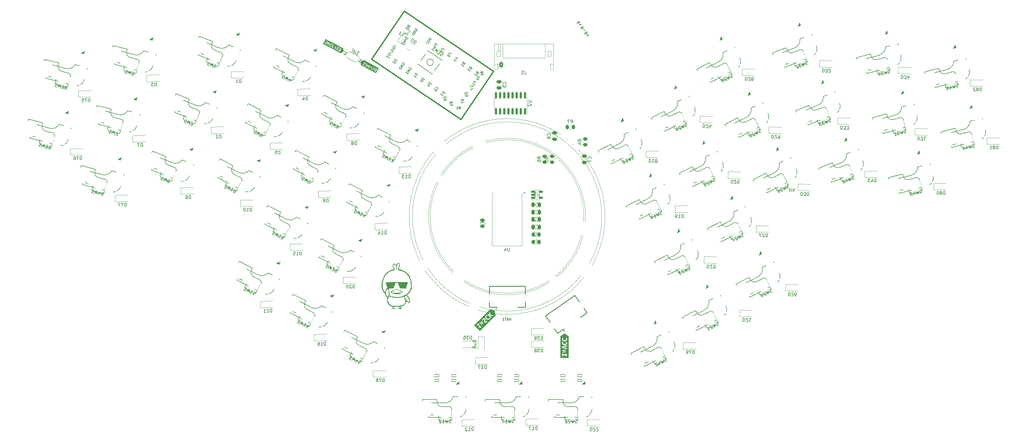
<source format=gbr>
%TF.GenerationSoftware,KiCad,Pcbnew,(6.0.4)*%
%TF.CreationDate,2023-01-29T20:51:59+01:00*%
%TF.ProjectId,Zazu,5a617a75-2e6b-4696-9361-645f70636258,rev?*%
%TF.SameCoordinates,Original*%
%TF.FileFunction,Legend,Bot*%
%TF.FilePolarity,Positive*%
%FSLAX46Y46*%
G04 Gerber Fmt 4.6, Leading zero omitted, Abs format (unit mm)*
G04 Created by KiCad (PCBNEW (6.0.4)) date 2023-01-29 20:51:59*
%MOMM*%
%LPD*%
G01*
G04 APERTURE LIST*
G04 Aperture macros list*
%AMRoundRect*
0 Rectangle with rounded corners*
0 $1 Rounding radius*
0 $2 $3 $4 $5 $6 $7 $8 $9 X,Y pos of 4 corners*
0 Add a 4 corners polygon primitive as box body*
4,1,4,$2,$3,$4,$5,$6,$7,$8,$9,$2,$3,0*
0 Add four circle primitives for the rounded corners*
1,1,$1+$1,$2,$3*
1,1,$1+$1,$4,$5*
1,1,$1+$1,$6,$7*
1,1,$1+$1,$8,$9*
0 Add four rect primitives between the rounded corners*
20,1,$1+$1,$2,$3,$4,$5,0*
20,1,$1+$1,$4,$5,$6,$7,0*
20,1,$1+$1,$6,$7,$8,$9,0*
20,1,$1+$1,$8,$9,$2,$3,0*%
%AMHorizOval*
0 Thick line with rounded ends*
0 $1 width*
0 $2 $3 position (X,Y) of the first rounded end (center of the circle)*
0 $4 $5 position (X,Y) of the second rounded end (center of the circle)*
0 Add line between two ends*
20,1,$1,$2,$3,$4,$5,0*
0 Add two circle primitives to create the rounded ends*
1,1,$1,$2,$3*
1,1,$1,$4,$5*%
%AMRotRect*
0 Rectangle, with rotation*
0 The origin of the aperture is its center*
0 $1 length*
0 $2 width*
0 $3 Rotation angle, in degrees counterclockwise*
0 Add horizontal line*
21,1,$1,$2,0,0,$3*%
%AMFreePoly0*
4,1,22,0.550000,-0.750000,0.000000,-0.750000,0.000000,-0.745033,-0.079941,-0.743568,-0.215256,-0.701293,-0.333266,-0.622738,-0.424486,-0.514219,-0.481581,-0.384460,-0.499164,-0.250000,-0.500000,-0.250000,-0.500000,0.250000,-0.499164,0.250000,-0.499963,0.256109,-0.478152,0.396186,-0.417904,0.524511,-0.324059,0.630769,-0.204165,0.706417,-0.067858,0.745374,0.000000,0.744959,0.000000,0.750000,
0.550000,0.750000,0.550000,-0.750000,0.550000,-0.750000,$1*%
%AMFreePoly1*
4,1,20,0.000000,0.744959,0.073905,0.744508,0.209726,0.703889,0.328688,0.626782,0.421226,0.519385,0.479903,0.390333,0.500000,0.250000,0.500000,-0.250000,0.499851,-0.262216,0.476331,-0.402017,0.414519,-0.529596,0.319384,-0.634700,0.198574,-0.708877,0.061801,-0.746166,0.000000,-0.745033,0.000000,-0.750000,-0.550000,-0.750000,-0.550000,0.750000,0.000000,0.750000,0.000000,0.744959,
0.000000,0.744959,$1*%
G04 Aperture macros list end*
%ADD10C,0.150000*%
%ADD11C,0.152400*%
%ADD12C,0.100000*%
%ADD13C,0.381000*%
%ADD14C,0.120000*%
%ADD15C,0.254000*%
%ADD16C,0.239605*%
%ADD17C,1.752600*%
%ADD18RoundRect,0.375000X0.829455X0.123000X0.399273X0.737364X-0.829455X-0.123000X-0.399273X-0.737364X0*%
%ADD19RoundRect,0.082000X-0.718000X0.328000X-0.718000X-0.328000X0.718000X-0.328000X0.718000X0.328000X0*%
%ADD20C,3.000000*%
%ADD21HorizOval,1.701800X-0.482963X0.129410X0.482963X-0.129410X0*%
%ADD22C,3.987800*%
%ADD23RotRect,2.600000X2.600000X165.000000*%
%ADD24RotRect,2.550000X2.500000X165.000000*%
%ADD25RotRect,3.000000X0.250000X345.000000*%
%ADD26RoundRect,0.062500X-0.347636X-0.272877X0.410136X0.164623X0.347636X0.272877X-0.410136X-0.164623X0*%
%ADD27RotRect,4.000000X0.250000X75.000000*%
%ADD28HorizOval,1.701800X-0.445503X-0.226995X0.445503X0.226995X0*%
%ADD29RotRect,2.550000X2.500000X207.000000*%
%ADD30RotRect,2.600000X2.600000X207.000000*%
%ADD31RotRect,3.000000X0.250000X27.000000*%
%ADD32RoundRect,0.062500X-0.075754X-0.435401X0.194636X0.396774X0.075754X0.435401X-0.194636X-0.396774X0*%
%ADD33RotRect,4.000000X0.250000X117.000000*%
%ADD34RoundRect,0.082000X-0.778427X0.130992X-0.608642X-0.502656X0.778427X-0.130992X0.608642X0.502656X0*%
%ADD35C,4.500000*%
%ADD36HorizOval,1.701800X-0.482963X-0.129410X0.482963X0.129410X0*%
%ADD37RotRect,2.600000X2.600000X195.000000*%
%ADD38RotRect,2.550000X2.500000X195.000000*%
%ADD39RotRect,4.000000X0.250000X105.000000*%
%ADD40RoundRect,0.062500X-0.164623X-0.410136X0.272877X0.347636X0.164623X0.410136X-0.272877X-0.347636X0*%
%ADD41RotRect,3.000000X0.250000X15.000000*%
%ADD42RoundRect,0.082000X-0.490834X0.618215X-0.788652X0.033715X0.490834X-0.618215X0.788652X-0.033715X0*%
%ADD43C,4.200000*%
%ADD44C,2.400000*%
%ADD45C,3.200000*%
%ADD46C,2.100000*%
%ADD47RotRect,4.400000X4.400000X140.000000*%
%ADD48RoundRect,0.082000X-0.788652X-0.033715X-0.490834X-0.618215X0.788652X0.033715X0.490834X0.618215X0*%
%ADD49HorizOval,1.701800X-0.445503X0.226995X0.445503X-0.226995X0*%
%ADD50RotRect,2.600000X2.600000X153.000000*%
%ADD51RotRect,2.550000X2.500000X153.000000*%
%ADD52RoundRect,0.082000X-0.608642X0.502656X-0.778427X-0.130992X0.608642X-0.502656X0.778427X0.130992X0*%
%ADD53RotRect,4.000000X0.250000X63.000000*%
%ADD54RoundRect,0.062500X-0.396774X-0.194636X0.435401X0.075754X0.396774X0.194636X-0.435401X-0.075754X0*%
%ADD55RotRect,3.000000X0.250000X333.000000*%
%ADD56O,2.701800X1.701800*%
%ADD57R,2.600000X2.600000*%
%ADD58R,2.550000X2.500000*%
%ADD59R,3.000000X0.250000*%
%ADD60R,0.250000X4.000000*%
%ADD61RoundRect,0.062500X-0.265165X-0.353553X0.353553X0.265165X0.265165X0.353553X-0.353553X-0.265165X0*%
%ADD62RoundRect,0.082000X-0.788589X0.035149X-0.542847X-0.573084X0.788589X-0.035149X0.542847X0.573084X0*%
%ADD63HorizOval,1.701800X-0.463592X-0.187303X0.463592X0.187303X0*%
%ADD64RotRect,2.600000X2.600000X202.000000*%
%ADD65RotRect,2.550000X2.500000X202.000000*%
%ADD66RotRect,3.000000X0.250000X22.000000*%
%ADD67RotRect,4.000000X0.250000X112.000000*%
%ADD68RoundRect,0.062500X-0.113413X-0.427142X0.228476X0.378300X0.113413X0.427142X-0.228476X-0.378300X0*%
%ADD69HorizOval,1.701800X-0.463592X0.187303X0.463592X-0.187303X0*%
%ADD70RotRect,2.550000X2.500000X158.000000*%
%ADD71RotRect,2.600000X2.600000X158.000000*%
%ADD72RotRect,3.000000X0.250000X338.000000*%
%ADD73RotRect,4.000000X0.250000X68.000000*%
%ADD74RoundRect,0.062500X-0.378300X-0.228476X0.427142X0.113413X0.378300X0.228476X-0.427142X-0.113413X0*%
%ADD75R,1.700000X1.700000*%
%ADD76O,1.700000X1.700000*%
%ADD77C,1.800000*%
%ADD78C,1.600000*%
%ADD79RoundRect,0.082000X-0.542847X0.573084X-0.788589X-0.035149X0.542847X-0.573084X0.788589X0.035149X0*%
%ADD80C,1.700000*%
%ADD81HorizOval,1.700000X0.000000X0.000000X0.000000X0.000000X0*%
%ADD82HorizOval,2.200000X0.532449X0.372825X-0.532449X-0.372825X0*%
%ADD83RotRect,1.500000X2.500000X125.000000*%
%ADD84HorizOval,1.500000X0.409576X0.286788X-0.409576X-0.286788X0*%
%ADD85RotRect,0.900000X1.200000X358.000000*%
%ADD86R,0.900000X1.200000*%
%ADD87RotRect,0.650000X0.400000X148.000000*%
%ADD88RoundRect,0.150000X0.034471X-0.227896X0.219943X0.068921X-0.034471X0.227896X-0.219943X-0.068921X0*%
%ADD89RoundRect,0.250000X0.250000X0.475000X-0.250000X0.475000X-0.250000X-0.475000X0.250000X-0.475000X0*%
%ADD90R,0.280000X1.250000*%
%ADD91R,1.800000X2.000000*%
%ADD92RotRect,0.900000X1.200000X2.000000*%
%ADD93RoundRect,0.150000X0.150000X-0.825000X0.150000X0.825000X-0.150000X0.825000X-0.150000X-0.825000X0*%
%ADD94RoundRect,0.250000X-0.475000X0.250000X-0.475000X-0.250000X0.475000X-0.250000X0.475000X0.250000X0*%
%ADD95RoundRect,0.140000X-0.069979X0.208813X-0.218357X-0.028640X0.069979X-0.208813X0.218357X0.028640X0*%
%ADD96RotRect,0.280000X1.250000X35.000000*%
%ADD97RotRect,1.800000X2.000000X35.000000*%
%ADD98RoundRect,0.250000X0.262500X0.450000X-0.262500X0.450000X-0.262500X-0.450000X0.262500X-0.450000X0*%
%ADD99RoundRect,0.250000X-0.262500X-0.450000X0.262500X-0.450000X0.262500X0.450000X-0.262500X0.450000X0*%
%ADD100RoundRect,0.250000X0.475000X-0.250000X0.475000X0.250000X-0.475000X0.250000X-0.475000X-0.250000X0*%
%ADD101RotRect,0.900000X1.200000X1.000000*%
%ADD102RoundRect,0.250000X0.450000X-0.262500X0.450000X0.262500X-0.450000X0.262500X-0.450000X-0.262500X0*%
%ADD103RoundRect,0.250000X-0.450000X0.262500X-0.450000X-0.262500X0.450000X-0.262500X0.450000X0.262500X0*%
%ADD104FreePoly0,153.000000*%
%ADD105RotRect,1.000000X1.500000X153.000000*%
%ADD106FreePoly1,153.000000*%
%ADD107RoundRect,0.218750X-0.321302X-0.101392X0.049719X-0.333232X0.321302X0.101392X-0.049719X0.333232X0*%
%ADD108RotRect,0.900000X1.200000X359.000000*%
%ADD109R,1.200000X0.900000*%
%ADD110RoundRect,0.250000X-0.250000X-0.475000X0.250000X-0.475000X0.250000X0.475000X-0.250000X0.475000X0*%
%ADD111R,1.400000X1.400000*%
%ADD112C,1.400000*%
%ADD113RoundRect,0.150000X-0.512500X-0.150000X0.512500X-0.150000X0.512500X0.150000X-0.512500X0.150000X0*%
%ADD114RotRect,1.800000X1.100000X325.000000*%
%ADD115RoundRect,0.250000X-0.350000X-0.625000X0.350000X-0.625000X0.350000X0.625000X-0.350000X0.625000X0*%
%ADD116O,1.200000X1.750000*%
G04 APERTURE END LIST*
D10*
%TO.C,SW7*%
X101087164Y-98261320D02*
X101237479Y-98252298D01*
X101467461Y-98313922D01*
X101547129Y-98384568D01*
X101580801Y-98442889D01*
X101602148Y-98547206D01*
X101577499Y-98639199D01*
X101506853Y-98718868D01*
X101448531Y-98752539D01*
X101344214Y-98773886D01*
X101147903Y-98770584D01*
X101043586Y-98791931D01*
X100985264Y-98825603D01*
X100914618Y-98905271D01*
X100889969Y-98997264D01*
X100911316Y-99101582D01*
X100944988Y-99159903D01*
X101024656Y-99230549D01*
X101254638Y-99292172D01*
X101404952Y-99283150D01*
X101714603Y-99415419D02*
X102203404Y-98511117D01*
X102202520Y-99250363D01*
X102571376Y-98609715D01*
X102542539Y-99637264D01*
X102818518Y-99711213D02*
X103462469Y-99883759D01*
X103307320Y-98806910D01*
%TO.C,SW26*%
X303979365Y-147782115D02*
X303873697Y-147889400D01*
X303661553Y-147997493D01*
X303555076Y-147998301D01*
X303491029Y-147977491D01*
X303405363Y-147914252D01*
X303362126Y-147829394D01*
X303361317Y-147722918D01*
X303382127Y-147658870D01*
X303445367Y-147573204D01*
X303593464Y-147444301D01*
X303656703Y-147358635D01*
X303677513Y-147294587D01*
X303676705Y-147188111D01*
X303633468Y-147103253D01*
X303547801Y-147040014D01*
X303483754Y-147019204D01*
X303377278Y-147020012D01*
X303165133Y-147128105D01*
X303059465Y-147235390D01*
X302740844Y-147344291D02*
X302982691Y-148343391D01*
X302488696Y-147793432D01*
X302643259Y-148516339D01*
X301977125Y-147733426D01*
X301723360Y-147969614D02*
X301659312Y-147948803D01*
X301552836Y-147949612D01*
X301340691Y-148057705D01*
X301277452Y-148143371D01*
X301256642Y-148207418D01*
X301257450Y-148313895D01*
X301300687Y-148398752D01*
X301407972Y-148504420D01*
X302176542Y-148754144D01*
X301624966Y-149035186D01*
X300407256Y-148533314D02*
X300576971Y-148446839D01*
X300683448Y-148446031D01*
X300747495Y-148466841D01*
X300897209Y-148550891D01*
X301026112Y-148698988D01*
X301199061Y-149038419D01*
X301199869Y-149144895D01*
X301179059Y-149208943D01*
X301115820Y-149294609D01*
X300946104Y-149381083D01*
X300839628Y-149381891D01*
X300775580Y-149361081D01*
X300689914Y-149297842D01*
X300581821Y-149085698D01*
X300581013Y-148979221D01*
X300601823Y-148915174D01*
X300665062Y-148829508D01*
X300834778Y-148743033D01*
X300941254Y-148742225D01*
X301005302Y-148763035D01*
X301090968Y-148826274D01*
%TO.C,SW40*%
X95754390Y-116555720D02*
X95904704Y-116546698D01*
X96134686Y-116608322D01*
X96214354Y-116678967D01*
X96248026Y-116737289D01*
X96269373Y-116841606D01*
X96244724Y-116933599D01*
X96174078Y-117013267D01*
X96115757Y-117046939D01*
X96011439Y-117068286D01*
X95815129Y-117064984D01*
X95710811Y-117086331D01*
X95652490Y-117120003D01*
X95581844Y-117199671D01*
X95557194Y-117291664D01*
X95578541Y-117395981D01*
X95612213Y-117454303D01*
X95691881Y-117524949D01*
X95921864Y-117586572D01*
X96072178Y-117577550D01*
X96381828Y-117709819D02*
X96870630Y-116805517D01*
X96869745Y-117544763D01*
X97238601Y-116904115D01*
X97209765Y-117931664D01*
X98077978Y-117819209D02*
X98250524Y-117175259D01*
X97749398Y-118125557D02*
X97704286Y-117373987D01*
X98302240Y-117534208D01*
X98681652Y-118326055D02*
X98773645Y-118350705D01*
X98877962Y-118329357D01*
X98936284Y-118295686D01*
X99006929Y-118216018D01*
X99102225Y-118044356D01*
X99163848Y-117814374D01*
X99167151Y-117618063D01*
X99145804Y-117513746D01*
X99112132Y-117455425D01*
X99032464Y-117384779D01*
X98940471Y-117360129D01*
X98836153Y-117381476D01*
X98777832Y-117415148D01*
X98707186Y-117494816D01*
X98611891Y-117666477D01*
X98550267Y-117896460D01*
X98546965Y-118092770D01*
X98568312Y-118197088D01*
X98601984Y-118255409D01*
X98681652Y-118326055D01*
%TO.C,SW44*%
X365994546Y-103429601D02*
X365868882Y-103512572D01*
X365638899Y-103574195D01*
X365534582Y-103552848D01*
X365476261Y-103519177D01*
X365405615Y-103439508D01*
X365380965Y-103347516D01*
X365402312Y-103243198D01*
X365435984Y-103184877D01*
X365515652Y-103114231D01*
X365687313Y-103018935D01*
X365766982Y-102948290D01*
X365800653Y-102889968D01*
X365822000Y-102785651D01*
X365797351Y-102693658D01*
X365726705Y-102613990D01*
X365668384Y-102580318D01*
X365564066Y-102558971D01*
X365334084Y-102620594D01*
X365208419Y-102703565D01*
X364874119Y-102743842D02*
X364902956Y-103771391D01*
X364534099Y-103130743D01*
X364534984Y-103869989D01*
X364046183Y-102965686D01*
X363350516Y-103497182D02*
X363523062Y-104141132D01*
X363481900Y-103067587D02*
X363896753Y-103695910D01*
X363298799Y-103856131D01*
X362430586Y-103743676D02*
X362603132Y-104387627D01*
X362561971Y-103314081D02*
X362976824Y-103942404D01*
X362378870Y-104102626D01*
%TO.C,SW34*%
X340109635Y-80681975D02*
X339983971Y-80764946D01*
X339753988Y-80826569D01*
X339649671Y-80805222D01*
X339591350Y-80771551D01*
X339520704Y-80691882D01*
X339496054Y-80599890D01*
X339517401Y-80495572D01*
X339551073Y-80437251D01*
X339630741Y-80366605D01*
X339802402Y-80271309D01*
X339882071Y-80200664D01*
X339915742Y-80142342D01*
X339937089Y-80038025D01*
X339912440Y-79946032D01*
X339841794Y-79866364D01*
X339783473Y-79832692D01*
X339679155Y-79811345D01*
X339449173Y-79872968D01*
X339323508Y-79955939D01*
X338989208Y-79996216D02*
X339018045Y-81023765D01*
X338649188Y-80383117D01*
X338650073Y-81122363D01*
X338161272Y-80218060D01*
X337885293Y-80292009D02*
X337287339Y-80452230D01*
X337707912Y-80733929D01*
X337569922Y-80770903D01*
X337490254Y-80841549D01*
X337456582Y-80899870D01*
X337435235Y-81004188D01*
X337496859Y-81234170D01*
X337567505Y-81313838D01*
X337625826Y-81347510D01*
X337730144Y-81368857D01*
X338006123Y-81294909D01*
X338085791Y-81224263D01*
X338119463Y-81165942D01*
X336545675Y-80996050D02*
X336718221Y-81640001D01*
X336677060Y-80566455D02*
X337091913Y-81194778D01*
X336493959Y-81355000D01*
%TO.C,SW39*%
X79643828Y-102331720D02*
X79794142Y-102322698D01*
X80024124Y-102384322D01*
X80103792Y-102454967D01*
X80137464Y-102513289D01*
X80158811Y-102617606D01*
X80134162Y-102709599D01*
X80063516Y-102789267D01*
X80005195Y-102822939D01*
X79900877Y-102844286D01*
X79704567Y-102840984D01*
X79600249Y-102862331D01*
X79541928Y-102896003D01*
X79471282Y-102975671D01*
X79446632Y-103067664D01*
X79467979Y-103171981D01*
X79501651Y-103230303D01*
X79581319Y-103300949D01*
X79811302Y-103362572D01*
X79961616Y-103353550D01*
X80271266Y-103485819D02*
X80760068Y-102581517D01*
X80759183Y-103320763D01*
X81128039Y-102680115D01*
X81099203Y-103707664D01*
X81375182Y-103781612D02*
X81973136Y-103941834D01*
X81749758Y-103487589D01*
X81887748Y-103524563D01*
X81992065Y-103503216D01*
X82050386Y-103469544D01*
X82121032Y-103389876D01*
X82182656Y-103159894D01*
X82161309Y-103055576D01*
X82127637Y-102997255D01*
X82047969Y-102926609D01*
X81771990Y-102852661D01*
X81667672Y-102874008D01*
X81609351Y-102907680D01*
X82691919Y-103099155D02*
X82875905Y-103148454D01*
X82955573Y-103219100D01*
X82989245Y-103277421D01*
X83044264Y-103440060D01*
X83040962Y-103636370D01*
X82942364Y-104004342D01*
X82871718Y-104084010D01*
X82813397Y-104117682D01*
X82709079Y-104139029D01*
X82525093Y-104089730D01*
X82445425Y-104019084D01*
X82411753Y-103960763D01*
X82390406Y-103856446D01*
X82452030Y-103626463D01*
X82522676Y-103546795D01*
X82580997Y-103513123D01*
X82685315Y-103491776D01*
X82869300Y-103541075D01*
X82948969Y-103611721D01*
X82982640Y-103670042D01*
X83003987Y-103774360D01*
%TO.C,SW20*%
X167665523Y-139496390D02*
X167814428Y-139518817D01*
X168026573Y-139626910D01*
X168089812Y-139712576D01*
X168110622Y-139776624D01*
X168109814Y-139883100D01*
X168066577Y-139967958D01*
X167980911Y-140031197D01*
X167916863Y-140052007D01*
X167810387Y-140051199D01*
X167619053Y-140007154D01*
X167512576Y-140006345D01*
X167448529Y-140027156D01*
X167362863Y-140090395D01*
X167319626Y-140175252D01*
X167318817Y-140281729D01*
X167339627Y-140345776D01*
X167402867Y-140431442D01*
X167615011Y-140539535D01*
X167763916Y-140561962D01*
X168039300Y-140755721D02*
X168705435Y-139972808D01*
X168550871Y-140695715D01*
X169044866Y-140145757D01*
X168803020Y-141144856D01*
X169143259Y-141211328D02*
X169164069Y-141275376D01*
X169227309Y-141361042D01*
X169439453Y-141469135D01*
X169545929Y-141469943D01*
X169609977Y-141449133D01*
X169695643Y-141385894D01*
X169738880Y-141301036D01*
X169761307Y-141152131D01*
X169511584Y-140383561D01*
X170063159Y-140664603D01*
X170160744Y-141836651D02*
X170245602Y-141879888D01*
X170352078Y-141880697D01*
X170416126Y-141859886D01*
X170501792Y-141796647D01*
X170630695Y-141648550D01*
X170738788Y-141436406D01*
X170782833Y-141245072D01*
X170783642Y-141138595D01*
X170762831Y-141074548D01*
X170699592Y-140988882D01*
X170614734Y-140945645D01*
X170508258Y-140944836D01*
X170444211Y-140965647D01*
X170358545Y-141028886D01*
X170229641Y-141176983D01*
X170121548Y-141389127D01*
X170077503Y-141580461D01*
X170076695Y-141686938D01*
X170097505Y-141750985D01*
X170160744Y-141836651D01*
%TO.C,U1*%
X192622897Y-66437640D02*
X192590572Y-66553690D01*
X192600851Y-66606575D01*
X192642714Y-66680763D01*
X192737461Y-66744670D01*
X192821928Y-66755693D01*
X192874813Y-66745413D01*
X192949001Y-66703551D01*
X193119421Y-66450892D01*
X192456191Y-66003538D01*
X192307073Y-66224614D01*
X192296050Y-66309082D01*
X192306330Y-66361967D01*
X192348192Y-66436154D01*
X192411357Y-66478760D01*
X192495824Y-66489782D01*
X192548709Y-66479503D01*
X192622897Y-66437640D01*
X192772015Y-66216564D01*
X191923627Y-66793097D02*
X191881021Y-66856262D01*
X191869999Y-66940730D01*
X191880278Y-66993614D01*
X191922141Y-67067802D01*
X192027167Y-67184595D01*
X192185079Y-67291108D01*
X192332712Y-67344736D01*
X192417179Y-67355758D01*
X192470064Y-67345479D01*
X192544251Y-67303616D01*
X192586857Y-67240452D01*
X192597879Y-67155984D01*
X192587600Y-67103099D01*
X192545737Y-67028912D01*
X192440710Y-66912119D01*
X192282799Y-66805606D01*
X192135166Y-66751978D01*
X192050699Y-66740955D01*
X191997814Y-66751235D01*
X191923627Y-66793097D01*
X190602431Y-77904497D02*
X190613454Y-77820030D01*
X190677361Y-77725283D01*
X190772852Y-77651838D01*
X190878621Y-77631279D01*
X190963089Y-77642301D01*
X191110721Y-77695929D01*
X191205468Y-77759837D01*
X191310495Y-77876630D01*
X191352357Y-77950817D01*
X191372917Y-78056587D01*
X191340591Y-78172637D01*
X191297986Y-78235802D01*
X191202496Y-78309246D01*
X191149611Y-78319526D01*
X190928534Y-78170408D01*
X191013745Y-78044079D01*
X191021053Y-78646373D02*
X190357823Y-78199018D01*
X190765422Y-79025361D01*
X190102192Y-78578007D01*
X190552396Y-79341185D02*
X189889166Y-78893831D01*
X189782653Y-79051743D01*
X189750327Y-79167793D01*
X189770887Y-79273562D01*
X189812749Y-79347750D01*
X189917776Y-79464543D01*
X190012523Y-79528451D01*
X190160155Y-79582079D01*
X190244623Y-79593101D01*
X190350393Y-79572542D01*
X190445883Y-79499097D01*
X190552396Y-79341185D01*
X213680451Y-80641140D02*
X213648126Y-80757190D01*
X213658405Y-80810075D01*
X213700268Y-80884263D01*
X213795015Y-80948170D01*
X213879482Y-80959193D01*
X213932367Y-80948913D01*
X214006555Y-80907051D01*
X214176975Y-80654392D01*
X213513745Y-80207038D01*
X213364627Y-80428114D01*
X213353604Y-80512582D01*
X213363884Y-80565467D01*
X213405746Y-80639654D01*
X213468911Y-80682260D01*
X213553378Y-80693282D01*
X213606263Y-80683003D01*
X213680451Y-80641140D01*
X213829569Y-80420064D01*
X213150858Y-80881291D02*
X213097973Y-80891570D01*
X213023786Y-80933433D01*
X212917273Y-81091345D01*
X212906250Y-81175812D01*
X212916530Y-81228697D01*
X212958392Y-81302884D01*
X213021557Y-81345490D01*
X213137606Y-81377815D01*
X213772226Y-81254457D01*
X213495292Y-81665028D01*
X208235631Y-91381790D02*
X208143828Y-91433591D01*
X208117468Y-91472673D01*
X208097467Y-91544475D01*
X208116548Y-91642637D01*
X208161990Y-91701719D01*
X208201071Y-91728080D01*
X208272873Y-91748080D01*
X208534640Y-91697197D01*
X208401074Y-91010058D01*
X208172028Y-91054581D01*
X208112946Y-91100022D01*
X208086586Y-91139103D01*
X208066585Y-91210905D01*
X208079306Y-91276347D01*
X208124747Y-91335429D01*
X208163829Y-91361789D01*
X208235631Y-91381790D01*
X208464677Y-91337267D01*
X207386726Y-91207228D02*
X207713935Y-91143625D01*
X207810259Y-91464473D01*
X207771178Y-91438113D01*
X207699376Y-91418113D01*
X207535771Y-91449914D01*
X207476690Y-91495356D01*
X207450329Y-91534437D01*
X207430329Y-91606239D01*
X207462130Y-91769843D01*
X207507572Y-91828925D01*
X207546653Y-91855286D01*
X207618455Y-91875286D01*
X207782060Y-91843484D01*
X207841141Y-91798043D01*
X207867502Y-91758962D01*
X203857959Y-86868440D02*
X203194729Y-86421086D01*
X203088216Y-86578998D01*
X203055891Y-86695047D01*
X203076450Y-86800817D01*
X203118313Y-86875005D01*
X203223340Y-86991798D01*
X203318087Y-87055705D01*
X203465719Y-87109333D01*
X203550186Y-87120356D01*
X203655956Y-87099797D01*
X203751446Y-87026352D01*
X203857959Y-86868440D01*
X202789980Y-87021151D02*
X202491744Y-87463304D01*
X203346697Y-87626417D01*
X199039740Y-69869808D02*
X199553851Y-70538239D01*
X198741503Y-70311961D01*
X198936819Y-71316776D02*
X198989704Y-71306496D01*
X199085195Y-71233051D01*
X199127800Y-71169887D01*
X199160125Y-71053837D01*
X199139566Y-70948067D01*
X199097703Y-70873879D01*
X198992676Y-70757087D01*
X198897929Y-70693179D01*
X198750297Y-70639551D01*
X198665830Y-70628528D01*
X198560060Y-70649088D01*
X198464570Y-70722532D01*
X198421965Y-70785697D01*
X198389639Y-70901747D01*
X198399919Y-70954632D01*
X198489465Y-71980006D02*
X198542350Y-71969726D01*
X198637840Y-71896282D01*
X198680445Y-71833117D01*
X198712771Y-71717067D01*
X198692211Y-71611297D01*
X198650349Y-71537110D01*
X198545322Y-71420317D01*
X198450575Y-71356409D01*
X198302943Y-71302781D01*
X198218475Y-71291758D01*
X198112705Y-71312318D01*
X198017215Y-71385762D01*
X197974610Y-71448927D01*
X197942285Y-71564977D01*
X197952565Y-71617862D01*
X214068368Y-82171104D02*
X214198846Y-81977662D01*
X214502827Y-82182699D02*
X213922500Y-81791264D01*
X213736103Y-82067610D01*
X213512426Y-82399225D02*
X213475146Y-82454494D01*
X213465501Y-82528403D01*
X213474496Y-82574677D01*
X213511125Y-82639591D01*
X213603024Y-82741785D01*
X213741197Y-82834984D01*
X213870375Y-82881908D01*
X213944284Y-82891553D01*
X213990558Y-82882559D01*
X214055472Y-82845929D01*
X214092752Y-82790660D01*
X214102397Y-82716751D01*
X214093402Y-82670477D01*
X214056773Y-82605563D01*
X213964874Y-82503369D01*
X213826701Y-82410170D01*
X213697523Y-82363246D01*
X213623614Y-82353601D01*
X213577340Y-82362595D01*
X213512426Y-82399225D01*
X212819261Y-83652550D02*
X212968379Y-83431473D01*
X213315785Y-83665802D02*
X212652555Y-83218447D01*
X212439529Y-83534271D01*
X212698010Y-84581691D02*
X212953641Y-84202702D01*
X212825826Y-84392197D02*
X212162596Y-83944842D01*
X212299948Y-83945585D01*
X212405718Y-83925026D01*
X212479906Y-83883163D01*
X203119720Y-73586764D02*
X203268838Y-73365687D01*
X203616244Y-73600016D02*
X202953014Y-73152661D01*
X202739988Y-73468485D01*
X202356542Y-74036968D02*
X202569568Y-73721144D01*
X202906694Y-73902588D01*
X202853809Y-73912868D01*
X202779622Y-73954730D01*
X202673109Y-74112642D01*
X202662086Y-74197109D01*
X202672366Y-74249994D01*
X202714228Y-74324182D01*
X202872140Y-74430694D01*
X202956607Y-74441717D01*
X203009492Y-74431437D01*
X203083680Y-74389575D01*
X203190193Y-74231663D01*
X203201215Y-74147196D01*
X203190936Y-74094311D01*
X189117671Y-76925990D02*
X188454441Y-76478636D01*
X188347928Y-76636548D01*
X188315603Y-76752597D01*
X188336162Y-76858367D01*
X188378025Y-76932555D01*
X188483052Y-77049348D01*
X188577799Y-77113255D01*
X188725431Y-77166883D01*
X188809898Y-77177906D01*
X188915668Y-77157347D01*
X189011158Y-77083902D01*
X189117671Y-76925990D01*
X188091554Y-77152889D02*
X188038669Y-77163168D01*
X187964482Y-77205031D01*
X187857969Y-77362943D01*
X187846946Y-77447410D01*
X187857226Y-77500295D01*
X187899088Y-77574482D01*
X187962253Y-77617088D01*
X188078302Y-77649413D01*
X188712922Y-77526055D01*
X188435988Y-77936626D01*
X209087394Y-89098432D02*
X209139195Y-89190235D01*
X209178277Y-89216595D01*
X209250079Y-89236596D01*
X209348241Y-89217515D01*
X209407323Y-89172073D01*
X209433684Y-89132992D01*
X209453684Y-89061190D01*
X209402801Y-88799423D01*
X208715662Y-88932989D01*
X208760185Y-89162035D01*
X208805626Y-89221117D01*
X208844707Y-89247477D01*
X208916509Y-89267478D01*
X208981951Y-89254757D01*
X209041033Y-89209316D01*
X209067393Y-89170234D01*
X209087394Y-89098432D01*
X209042871Y-88869386D01*
X208836508Y-89554686D02*
X208925552Y-90012779D01*
X209555449Y-89584724D01*
X211574695Y-79220790D02*
X211542370Y-79336840D01*
X211552649Y-79389725D01*
X211594512Y-79463913D01*
X211689259Y-79527820D01*
X211773726Y-79538843D01*
X211826611Y-79528563D01*
X211900799Y-79486701D01*
X212071219Y-79234042D01*
X211407989Y-78786688D01*
X211258871Y-79007764D01*
X211247848Y-79092232D01*
X211258128Y-79145117D01*
X211299990Y-79219304D01*
X211363155Y-79261910D01*
X211447622Y-79272932D01*
X211500507Y-79262653D01*
X211574695Y-79220790D01*
X211723813Y-78999714D01*
X211003240Y-79386753D02*
X210726306Y-79797324D01*
X211128084Y-79746668D01*
X211064176Y-79841415D01*
X211053153Y-79925883D01*
X211063433Y-79978768D01*
X211105295Y-80052955D01*
X211263207Y-80159468D01*
X211347674Y-80170491D01*
X211400559Y-80160211D01*
X211474747Y-80118349D01*
X211602562Y-79928855D01*
X211613585Y-79844387D01*
X211603305Y-79791502D01*
X194604180Y-67429399D02*
X194615203Y-67344932D01*
X194679110Y-67250185D01*
X194774601Y-67176740D01*
X194880370Y-67156181D01*
X194964838Y-67167203D01*
X195112470Y-67220831D01*
X195207217Y-67284739D01*
X195312244Y-67401532D01*
X195354106Y-67475719D01*
X195374666Y-67581489D01*
X195342340Y-67697539D01*
X195299735Y-67760704D01*
X195204245Y-67834148D01*
X195151360Y-67844428D01*
X194930283Y-67695310D01*
X195015494Y-67568981D01*
X195022802Y-68171275D02*
X194359572Y-67723920D01*
X194767171Y-68550263D01*
X194103941Y-68102909D01*
X194554145Y-68866087D02*
X193890915Y-68418733D01*
X193784402Y-68576645D01*
X193752076Y-68692695D01*
X193772636Y-68798464D01*
X193814498Y-68872652D01*
X193919525Y-68989445D01*
X194014272Y-69053353D01*
X194161904Y-69106981D01*
X194246372Y-69118003D01*
X194352142Y-69097444D01*
X194447632Y-69023999D01*
X194554145Y-68866087D01*
X205225475Y-75007114D02*
X205374593Y-74786037D01*
X205721999Y-75020366D02*
X205058769Y-74573011D01*
X204845743Y-74888835D01*
X204483599Y-75425736D02*
X204568810Y-75299406D01*
X204642997Y-75257544D01*
X204695882Y-75247264D01*
X204833235Y-75248007D01*
X204980867Y-75301635D01*
X205233526Y-75472056D01*
X205275388Y-75546243D01*
X205285668Y-75599128D01*
X205274645Y-75683596D01*
X205189435Y-75809925D01*
X205115247Y-75851787D01*
X205062362Y-75862067D01*
X204977895Y-75851044D01*
X204819983Y-75744532D01*
X204778121Y-75670344D01*
X204767841Y-75617459D01*
X204778864Y-75532992D01*
X204864074Y-75406662D01*
X204938262Y-75364800D01*
X204991147Y-75354520D01*
X205075614Y-75365543D01*
X199646448Y-84027740D02*
X198983218Y-83580386D01*
X198876705Y-83738298D01*
X198844380Y-83854347D01*
X198864939Y-83960117D01*
X198906802Y-84034305D01*
X199011829Y-84151098D01*
X199106576Y-84215005D01*
X199254208Y-84268633D01*
X199338675Y-84279656D01*
X199444445Y-84259097D01*
X199539935Y-84185652D01*
X199646448Y-84027740D01*
X198565217Y-84676975D02*
X199007371Y-84975212D01*
X198419071Y-84348643D02*
X198999320Y-84510270D01*
X198722386Y-84920841D01*
X188299782Y-72165668D02*
X188044151Y-72544656D01*
X188835196Y-72802516D02*
X188171966Y-72355162D01*
X187937638Y-72702568D02*
X188302632Y-73592076D01*
X187639402Y-73144722D02*
X188600868Y-73149923D01*
X187383771Y-73523710D02*
X187341165Y-73586875D01*
X187330143Y-73671342D01*
X187340422Y-73724227D01*
X187382285Y-73798415D01*
X187487312Y-73915208D01*
X187645223Y-74021721D01*
X187792856Y-74075348D01*
X187877323Y-74086371D01*
X187930208Y-74076091D01*
X188004395Y-74034229D01*
X188047001Y-73971065D01*
X188058023Y-73886597D01*
X188047744Y-73833712D01*
X188005881Y-73759525D01*
X187900855Y-73642732D01*
X187742943Y-73536219D01*
X187595310Y-73482591D01*
X187510843Y-73471568D01*
X187457958Y-73481848D01*
X187383771Y-73523710D01*
X186691808Y-74481461D02*
X187927979Y-74488148D01*
X187237502Y-75171195D02*
X186574272Y-74723841D01*
X186467759Y-74881753D01*
X186435434Y-74997802D01*
X186455994Y-75103572D01*
X186497856Y-75177760D01*
X186602883Y-75294553D01*
X186697630Y-75358460D01*
X186845262Y-75412088D01*
X186929729Y-75423111D01*
X187035499Y-75402552D01*
X187130989Y-75329107D01*
X187237502Y-75171195D01*
X186169523Y-75323906D02*
X185892590Y-75734477D01*
X186294367Y-75683821D01*
X186230459Y-75778568D01*
X186219436Y-75863036D01*
X186229716Y-75915921D01*
X186271578Y-75990108D01*
X186429490Y-76096621D01*
X186513957Y-76107644D01*
X186566842Y-76097364D01*
X186641030Y-76055502D01*
X186768845Y-75866008D01*
X186779868Y-75781540D01*
X186769588Y-75728655D01*
X192708186Y-79324847D02*
X192719209Y-79240380D01*
X192783116Y-79145633D01*
X192878607Y-79072188D01*
X192984376Y-79051629D01*
X193068844Y-79062651D01*
X193216476Y-79116279D01*
X193311223Y-79180187D01*
X193416250Y-79296980D01*
X193458112Y-79371167D01*
X193478672Y-79476937D01*
X193446346Y-79592987D01*
X193403741Y-79656152D01*
X193308251Y-79729596D01*
X193255366Y-79739876D01*
X193034289Y-79590758D01*
X193119500Y-79464429D01*
X193126808Y-80066723D02*
X192463578Y-79619368D01*
X192871177Y-80445711D01*
X192207947Y-79998357D01*
X192658151Y-80761535D02*
X191994921Y-80314181D01*
X191888408Y-80472093D01*
X191856082Y-80588143D01*
X191876642Y-80693912D01*
X191918504Y-80768100D01*
X192023531Y-80884893D01*
X192118278Y-80948801D01*
X192265910Y-81002429D01*
X192350378Y-81013451D01*
X192456148Y-80992892D01*
X192551638Y-80919447D01*
X192658151Y-80761535D01*
X212310742Y-85058994D02*
X212340869Y-85014330D01*
X212356457Y-84894875D01*
X212341919Y-84820084D01*
X212282717Y-84715167D01*
X212193389Y-84654914D01*
X212111329Y-84632057D01*
X211954479Y-84623737D01*
X211842293Y-84645544D01*
X211699981Y-84712015D01*
X211632459Y-84763948D01*
X211572206Y-84853277D01*
X211556618Y-84972731D01*
X211571155Y-85047522D01*
X211630358Y-85152439D01*
X211675022Y-85182566D01*
X211651114Y-85458871D02*
X211752878Y-85982405D01*
X212472760Y-85493200D01*
X205651240Y-89876391D02*
X205710442Y-89981308D01*
X205755106Y-90011434D01*
X205837166Y-90034292D01*
X205949352Y-90012485D01*
X206016873Y-89960552D01*
X206047000Y-89915887D01*
X206069857Y-89833828D01*
X206011706Y-89534665D01*
X205226404Y-89687313D01*
X205277287Y-89949080D01*
X205329220Y-90016602D01*
X205373884Y-90046728D01*
X205455943Y-90069585D01*
X205530734Y-90055048D01*
X205598256Y-90003114D01*
X205628382Y-89958450D01*
X205651240Y-89876391D01*
X205600357Y-89614623D01*
X205706239Y-90758290D02*
X206229773Y-90656525D01*
X205370732Y-90629464D02*
X205895317Y-90333454D01*
X205989813Y-90819593D01*
X210625571Y-86700102D02*
X209840269Y-86852750D01*
X209876614Y-87039726D01*
X209935816Y-87144643D01*
X210025144Y-87204896D01*
X210107204Y-87227753D01*
X210264054Y-87236073D01*
X210376240Y-87214266D01*
X210518552Y-87147795D01*
X210586074Y-87095862D01*
X210646327Y-87006534D01*
X210661915Y-86887079D01*
X210625571Y-86700102D01*
X210065605Y-88012004D02*
X209992916Y-87638051D01*
X210359601Y-87527967D01*
X210329474Y-87572631D01*
X210306617Y-87654691D01*
X210342961Y-87841667D01*
X210394894Y-87909189D01*
X210439559Y-87939315D01*
X210521618Y-87962173D01*
X210708595Y-87925828D01*
X210776117Y-87873895D01*
X210806243Y-87829231D01*
X210829100Y-87747171D01*
X210792756Y-87560195D01*
X210740823Y-87492673D01*
X210696159Y-87462547D01*
X209468940Y-77800440D02*
X209436615Y-77916490D01*
X209446894Y-77969375D01*
X209488757Y-78043563D01*
X209583504Y-78107470D01*
X209667971Y-78118493D01*
X209720856Y-78108213D01*
X209795044Y-78066351D01*
X209965464Y-77813692D01*
X209302234Y-77366338D01*
X209153116Y-77587414D01*
X209142093Y-77671882D01*
X209152373Y-77724767D01*
X209194235Y-77798954D01*
X209257400Y-77841560D01*
X209341867Y-77852582D01*
X209394752Y-77842303D01*
X209468940Y-77800440D01*
X209618058Y-77579364D01*
X209283781Y-78824328D02*
X209539413Y-78445340D01*
X209411597Y-78634834D02*
X208748367Y-78187480D01*
X208885719Y-78188223D01*
X208991489Y-78167663D01*
X209065677Y-78125801D01*
X207331231Y-76427464D02*
X207480349Y-76206387D01*
X207827755Y-76440716D02*
X207164525Y-75993361D01*
X206951499Y-76309185D01*
X206823684Y-76498680D02*
X206525448Y-76940833D01*
X207380401Y-77103946D01*
X215021569Y-80604665D02*
X215073370Y-80696468D01*
X215112452Y-80722828D01*
X215184254Y-80742829D01*
X215282416Y-80723748D01*
X215341498Y-80678306D01*
X215367859Y-80639225D01*
X215387859Y-80567423D01*
X215336976Y-80305656D01*
X214649837Y-80439222D01*
X214694360Y-80668268D01*
X214739801Y-80727350D01*
X214778882Y-80753710D01*
X214850684Y-80773711D01*
X214916126Y-80760990D01*
X214975208Y-80715549D01*
X215001568Y-80676467D01*
X215021569Y-80604665D01*
X214977046Y-80375619D01*
X214840646Y-81420849D02*
X214815205Y-81289965D01*
X214835206Y-81218163D01*
X214861566Y-81179082D01*
X214947008Y-81094559D01*
X215071532Y-81036397D01*
X215333299Y-80985515D01*
X215405101Y-81005515D01*
X215444182Y-81031876D01*
X215489624Y-81090957D01*
X215515065Y-81221841D01*
X215495065Y-81293643D01*
X215468704Y-81332724D01*
X215409622Y-81378166D01*
X215246018Y-81409967D01*
X215174216Y-81389967D01*
X215135135Y-81363606D01*
X215089693Y-81304525D01*
X215064252Y-81173641D01*
X215084252Y-81101839D01*
X215110613Y-81062758D01*
X215169694Y-81017316D01*
X201433408Y-85784474D02*
X201486293Y-85774194D01*
X201581784Y-85700749D01*
X201624389Y-85637584D01*
X201656714Y-85521535D01*
X201636155Y-85415765D01*
X201594292Y-85341577D01*
X201489265Y-85224784D01*
X201394518Y-85160877D01*
X201246886Y-85107249D01*
X201162419Y-85096226D01*
X201056649Y-85116786D01*
X200961159Y-85190230D01*
X200918553Y-85253395D01*
X200886228Y-85369445D01*
X200896508Y-85422330D01*
X200449897Y-85948207D02*
X200535107Y-85821878D01*
X200609294Y-85780016D01*
X200662179Y-85769736D01*
X200799532Y-85770479D01*
X200947164Y-85824107D01*
X201199823Y-85994527D01*
X201241685Y-86068715D01*
X201251965Y-86121600D01*
X201240942Y-86206067D01*
X201155732Y-86332397D01*
X201081544Y-86374259D01*
X201028659Y-86384539D01*
X200944192Y-86373516D01*
X200786280Y-86267003D01*
X200744418Y-86192816D01*
X200734138Y-86139931D01*
X200745161Y-86055463D01*
X200830371Y-85929134D01*
X200904559Y-85887272D01*
X200957444Y-85876992D01*
X201041911Y-85888015D01*
X201013964Y-72166414D02*
X201163082Y-71945337D01*
X201510488Y-72179666D02*
X200847258Y-71732311D01*
X200634232Y-72048135D01*
X200493165Y-72734154D02*
X200935319Y-73032390D01*
X200347019Y-72405821D02*
X200927268Y-72567448D01*
X200650334Y-72978019D01*
X203646769Y-88150970D02*
X203697652Y-88412737D01*
X204130807Y-88444965D02*
X204058118Y-88071012D01*
X203272816Y-88223659D01*
X203345505Y-88597612D01*
X203476346Y-89270728D02*
X203447270Y-89121147D01*
X203470127Y-89039087D01*
X203500254Y-88994423D01*
X203597902Y-88897825D01*
X203740214Y-88831354D01*
X204039377Y-88773203D01*
X204121437Y-88796061D01*
X204166101Y-88826187D01*
X204218034Y-88893709D01*
X204247110Y-89043290D01*
X204224252Y-89125350D01*
X204194126Y-89170014D01*
X204126604Y-89221947D01*
X203939627Y-89258292D01*
X203857568Y-89235434D01*
X203812904Y-89205308D01*
X203760970Y-89137786D01*
X203731895Y-88988205D01*
X203754752Y-88906145D01*
X203784879Y-88861481D01*
X203852400Y-88809548D01*
X197540693Y-82607390D02*
X196877463Y-82160036D01*
X196770950Y-82317948D01*
X196738625Y-82433997D01*
X196759184Y-82539767D01*
X196801047Y-82613955D01*
X196906074Y-82730748D01*
X197000821Y-82794655D01*
X197148453Y-82848283D01*
X197232920Y-82859306D01*
X197338690Y-82838747D01*
X197434180Y-82765302D01*
X197540693Y-82607390D01*
X196344899Y-82949595D02*
X196302293Y-83012760D01*
X196291271Y-83097228D01*
X196301550Y-83150112D01*
X196343413Y-83224300D01*
X196448439Y-83341093D01*
X196606351Y-83447606D01*
X196753984Y-83501234D01*
X196838451Y-83512256D01*
X196891336Y-83501977D01*
X196965523Y-83460114D01*
X197008129Y-83396950D01*
X197019151Y-83312482D01*
X197008872Y-83259597D01*
X196967009Y-83185410D01*
X196861982Y-83068617D01*
X196704071Y-82962104D01*
X196556438Y-82908476D01*
X196471971Y-82897453D01*
X196419086Y-82907733D01*
X196344899Y-82949595D01*
X195434937Y-81187040D02*
X194771707Y-80739686D01*
X194665194Y-80897598D01*
X194632869Y-81013647D01*
X194653428Y-81119417D01*
X194695291Y-81193605D01*
X194800318Y-81310398D01*
X194895065Y-81374305D01*
X195042697Y-81427933D01*
X195127164Y-81438956D01*
X195232934Y-81418397D01*
X195328424Y-81344952D01*
X195434937Y-81187040D01*
X194753254Y-82197676D02*
X195008886Y-81818688D01*
X194881070Y-82008182D02*
X194217840Y-81560828D01*
X194355192Y-81561571D01*
X194460962Y-81541011D01*
X194535150Y-81499149D01*
%TO.C,J4*%
X245807199Y-66976637D02*
X245903956Y-67048404D01*
X245957012Y-67057759D01*
X246041275Y-67045264D01*
X246134892Y-66979712D01*
X246175453Y-66904805D01*
X246184808Y-66851749D01*
X246172313Y-66767487D01*
X245997509Y-66517840D01*
X245342187Y-66976701D01*
X245495141Y-67195142D01*
X245570048Y-67235703D01*
X245623104Y-67245058D01*
X245707366Y-67232563D01*
X245769778Y-67188862D01*
X245810339Y-67113955D01*
X245819694Y-67060899D01*
X245807199Y-66976637D01*
X245654245Y-66758196D01*
X246206724Y-67347966D02*
X246556332Y-67847259D01*
X244660046Y-65338333D02*
X244756803Y-65410100D01*
X244809859Y-65419455D01*
X244894122Y-65406960D01*
X244987739Y-65341408D01*
X245028300Y-65266501D01*
X245037655Y-65213445D01*
X245025160Y-65129183D01*
X244850356Y-64879536D01*
X244195034Y-65338397D01*
X244347988Y-65556838D01*
X244422895Y-65597399D01*
X244475951Y-65606754D01*
X244560213Y-65594259D01*
X244622625Y-65550558D01*
X244663186Y-65475651D01*
X244672541Y-65422595D01*
X244660046Y-65338333D01*
X244507092Y-65119892D01*
X245059571Y-65709662D02*
X245409179Y-66208955D01*
X245484021Y-65784504D02*
X244984728Y-66134113D01*
X246954352Y-68614942D02*
X247051109Y-68686709D01*
X247104165Y-68696064D01*
X247188428Y-68683569D01*
X247282045Y-68618017D01*
X247322606Y-68543110D01*
X247331961Y-68490054D01*
X247319466Y-68405792D01*
X247144662Y-68156145D01*
X246489340Y-68615006D01*
X246642294Y-68833447D01*
X246717201Y-68874008D01*
X246770257Y-68883363D01*
X246854519Y-68870868D01*
X246916931Y-68827167D01*
X246957492Y-68752260D01*
X246966847Y-68699204D01*
X246954352Y-68614942D01*
X246801398Y-68396501D01*
X247353877Y-68986271D02*
X247703485Y-69485564D01*
X247778327Y-69061113D02*
X247279034Y-69410722D01*
%TO.C,SW21*%
X287642826Y-157953924D02*
X287537158Y-158061209D01*
X287325014Y-158169302D01*
X287218537Y-158170110D01*
X287154490Y-158149300D01*
X287068824Y-158086061D01*
X287025587Y-158001203D01*
X287024778Y-157894727D01*
X287045588Y-157830679D01*
X287108828Y-157745013D01*
X287256925Y-157616110D01*
X287320164Y-157530444D01*
X287340974Y-157466396D01*
X287340166Y-157359920D01*
X287296929Y-157275062D01*
X287211262Y-157211823D01*
X287147215Y-157191013D01*
X287040739Y-157191821D01*
X286828594Y-157299914D01*
X286722926Y-157407199D01*
X286404305Y-157516100D02*
X286646152Y-158515200D01*
X286152157Y-157965241D01*
X286306720Y-158688148D01*
X285640586Y-157905235D01*
X285386821Y-158141423D02*
X285322773Y-158120612D01*
X285216297Y-158121421D01*
X285004152Y-158229514D01*
X284940913Y-158315180D01*
X284920103Y-158379227D01*
X284920911Y-158485704D01*
X284964148Y-158570561D01*
X285071433Y-158676229D01*
X285840003Y-158925953D01*
X285288427Y-159206995D01*
X284439850Y-159639366D02*
X284948996Y-159379943D01*
X284694423Y-159509655D02*
X284240432Y-158618648D01*
X284390146Y-158702698D01*
X284518241Y-158744318D01*
X284624717Y-158743510D01*
%TO.C,SW43*%
X349962740Y-117449166D02*
X349837076Y-117532137D01*
X349607093Y-117593760D01*
X349502776Y-117572413D01*
X349444455Y-117538742D01*
X349373809Y-117459073D01*
X349349159Y-117367081D01*
X349370506Y-117262763D01*
X349404178Y-117204442D01*
X349483846Y-117133796D01*
X349655507Y-117038500D01*
X349735176Y-116967855D01*
X349768847Y-116909533D01*
X349790194Y-116805216D01*
X349765545Y-116713223D01*
X349694899Y-116633555D01*
X349636578Y-116599883D01*
X349532260Y-116578536D01*
X349302278Y-116640159D01*
X349176613Y-116723130D01*
X348842313Y-116763407D02*
X348871150Y-117790956D01*
X348502293Y-117150308D01*
X348503178Y-117889554D01*
X348014377Y-116985251D01*
X347318710Y-117516747D02*
X347491256Y-118160697D01*
X347450094Y-117087152D02*
X347864947Y-117715475D01*
X347266993Y-117875696D01*
X346818469Y-117305694D02*
X346220514Y-117465915D01*
X346641087Y-117747614D01*
X346503098Y-117784588D01*
X346423430Y-117855234D01*
X346389758Y-117913555D01*
X346368411Y-118017873D01*
X346430035Y-118247855D01*
X346500681Y-118327524D01*
X346559002Y-118361195D01*
X346663319Y-118382542D01*
X346939298Y-118308594D01*
X347018966Y-118237948D01*
X347052638Y-118179627D01*
%TO.C,SW23*%
X278955739Y-140923005D02*
X278850071Y-141030290D01*
X278637927Y-141138383D01*
X278531450Y-141139191D01*
X278467403Y-141118381D01*
X278381737Y-141055142D01*
X278338500Y-140970284D01*
X278337691Y-140863808D01*
X278358501Y-140799760D01*
X278421741Y-140714094D01*
X278569838Y-140585191D01*
X278633077Y-140499525D01*
X278653887Y-140435477D01*
X278653079Y-140329001D01*
X278609842Y-140244143D01*
X278524175Y-140180904D01*
X278460128Y-140160094D01*
X278353652Y-140160902D01*
X278141507Y-140268995D01*
X278035839Y-140376280D01*
X277717218Y-140485181D02*
X277959065Y-141484281D01*
X277465070Y-140934322D01*
X277619633Y-141657229D01*
X276953499Y-140874316D01*
X276699734Y-141110504D02*
X276635686Y-141089693D01*
X276529210Y-141090502D01*
X276317065Y-141198595D01*
X276253826Y-141284261D01*
X276233016Y-141348308D01*
X276233824Y-141454785D01*
X276277061Y-141539642D01*
X276384346Y-141645310D01*
X277152916Y-141895034D01*
X276601340Y-142176076D01*
X275850348Y-141436399D02*
X275298772Y-141717441D01*
X275768723Y-141905542D01*
X275641436Y-141970398D01*
X275578197Y-142056064D01*
X275557387Y-142120111D01*
X275558195Y-142226588D01*
X275666288Y-142438732D01*
X275751954Y-142501971D01*
X275816002Y-142522781D01*
X275922478Y-142521973D01*
X276177051Y-142392262D01*
X276240291Y-142306595D01*
X276261101Y-142242548D01*
%TO.C,SW25*%
X286621931Y-113843998D02*
X286516263Y-113951283D01*
X286304119Y-114059376D01*
X286197642Y-114060184D01*
X286133595Y-114039374D01*
X286047929Y-113976135D01*
X286004692Y-113891277D01*
X286003883Y-113784801D01*
X286024693Y-113720753D01*
X286087933Y-113635087D01*
X286236030Y-113506184D01*
X286299269Y-113420518D01*
X286320079Y-113356470D01*
X286319271Y-113249994D01*
X286276034Y-113165136D01*
X286190367Y-113101897D01*
X286126320Y-113081087D01*
X286019844Y-113081895D01*
X285807699Y-113189988D01*
X285702031Y-113297273D01*
X285383410Y-113406174D02*
X285625257Y-114405274D01*
X285131262Y-113855315D01*
X285285825Y-114578222D01*
X284619691Y-113795309D01*
X284365926Y-114031497D02*
X284301878Y-114010686D01*
X284195402Y-114011495D01*
X283983257Y-114119588D01*
X283920018Y-114205254D01*
X283899208Y-114269301D01*
X283900016Y-114375778D01*
X283943253Y-114460635D01*
X284050538Y-114566303D01*
X284819108Y-114816027D01*
X284267532Y-115097069D01*
X283007393Y-114616815D02*
X283431682Y-114400629D01*
X283690297Y-114803300D01*
X283626249Y-114782489D01*
X283519773Y-114783298D01*
X283307628Y-114891391D01*
X283244389Y-114977057D01*
X283223579Y-115041104D01*
X283224387Y-115147581D01*
X283332480Y-115359725D01*
X283418146Y-115422964D01*
X283482194Y-115443774D01*
X283588670Y-115442966D01*
X283800815Y-115334873D01*
X283864054Y-115249207D01*
X283884864Y-115185160D01*
%TO.C,SW4*%
X154313941Y-81444273D02*
X154462846Y-81466700D01*
X154674991Y-81574793D01*
X154738230Y-81660459D01*
X154759040Y-81724507D01*
X154758232Y-81830983D01*
X154714994Y-81915841D01*
X154629328Y-81979080D01*
X154565281Y-81999890D01*
X154458805Y-81999082D01*
X154267470Y-81955037D01*
X154160994Y-81954228D01*
X154096947Y-81975039D01*
X154011281Y-82038278D01*
X153968043Y-82123135D01*
X153967235Y-82229612D01*
X153988045Y-82293659D01*
X154051284Y-82379325D01*
X154263429Y-82487418D01*
X154412334Y-82509845D01*
X154687718Y-82703604D02*
X155353853Y-81920691D01*
X155199289Y-82643598D01*
X155693284Y-82093640D01*
X155451438Y-83092739D01*
X156324059Y-83163253D02*
X156626719Y-82569249D01*
X155938966Y-83394591D02*
X156051100Y-82650065D01*
X156602676Y-82931107D01*
%TO.C,SW8*%
X168933149Y-95741253D02*
X169082054Y-95763680D01*
X169294199Y-95871773D01*
X169357438Y-95957439D01*
X169378248Y-96021487D01*
X169377440Y-96127963D01*
X169334202Y-96212821D01*
X169248536Y-96276060D01*
X169184489Y-96296870D01*
X169078013Y-96296062D01*
X168886678Y-96252017D01*
X168780202Y-96251208D01*
X168716155Y-96272019D01*
X168630489Y-96335258D01*
X168587251Y-96420115D01*
X168586443Y-96526592D01*
X168607253Y-96590639D01*
X168670492Y-96676305D01*
X168882637Y-96784398D01*
X169031542Y-96806825D01*
X169306926Y-97000584D02*
X169973061Y-96217671D01*
X169818497Y-96940578D01*
X170312492Y-96390620D01*
X170070646Y-97389719D01*
X170731931Y-97245664D02*
X170625454Y-97244855D01*
X170561407Y-97265666D01*
X170475741Y-97328905D01*
X170454122Y-97371334D01*
X170453314Y-97477810D01*
X170474124Y-97541857D01*
X170537363Y-97627524D01*
X170707079Y-97713998D01*
X170813555Y-97714806D01*
X170877603Y-97693996D01*
X170963269Y-97630757D01*
X170984887Y-97588328D01*
X170985696Y-97481852D01*
X170964885Y-97417804D01*
X170901646Y-97332138D01*
X170731931Y-97245664D01*
X170668691Y-97159998D01*
X170647881Y-97095950D01*
X170648690Y-96989474D01*
X170735164Y-96819758D01*
X170820830Y-96756519D01*
X170884877Y-96735709D01*
X170991354Y-96736517D01*
X171161069Y-96822991D01*
X171224308Y-96908657D01*
X171245119Y-96972705D01*
X171244310Y-97079181D01*
X171157836Y-97248897D01*
X171072170Y-97312136D01*
X171008123Y-97332946D01*
X170901646Y-97332138D01*
%TO.C,SW22*%
X244252371Y-187945890D02*
X244109514Y-187993509D01*
X243871419Y-187993509D01*
X243776181Y-187945890D01*
X243728562Y-187898271D01*
X243680943Y-187803033D01*
X243680943Y-187707795D01*
X243728562Y-187612557D01*
X243776181Y-187564938D01*
X243871419Y-187517319D01*
X244061895Y-187469700D01*
X244157133Y-187422081D01*
X244204752Y-187374462D01*
X244252371Y-187279224D01*
X244252371Y-187183986D01*
X244204752Y-187088748D01*
X244157133Y-187041129D01*
X244061895Y-186993509D01*
X243823800Y-186993509D01*
X243680943Y-187041129D01*
X243347609Y-186993509D02*
X243109514Y-187993509D01*
X242919038Y-187279224D01*
X242728562Y-187993509D01*
X242490467Y-186993509D01*
X242157133Y-187088748D02*
X242109514Y-187041129D01*
X242014276Y-186993509D01*
X241776181Y-186993509D01*
X241680943Y-187041129D01*
X241633324Y-187088748D01*
X241585705Y-187183986D01*
X241585705Y-187279224D01*
X241633324Y-187422081D01*
X242204752Y-187993509D01*
X241585705Y-187993509D01*
X241204752Y-187088748D02*
X241157133Y-187041129D01*
X241061895Y-186993509D01*
X240823800Y-186993509D01*
X240728562Y-187041129D01*
X240680943Y-187088748D01*
X240633324Y-187183986D01*
X240633324Y-187279224D01*
X240680943Y-187422081D01*
X241252371Y-187993509D01*
X240633324Y-187993509D01*
%TO.C,SW33*%
X321992026Y-95600769D02*
X321877410Y-95698435D01*
X321656652Y-95787628D01*
X321550510Y-95779153D01*
X321488520Y-95752840D01*
X321408692Y-95682375D01*
X321373015Y-95594072D01*
X321381490Y-95487930D01*
X321407803Y-95425940D01*
X321478268Y-95346111D01*
X321637036Y-95230606D01*
X321707501Y-95150778D01*
X321733814Y-95088788D01*
X321742289Y-94982646D01*
X321706612Y-94894343D01*
X321626783Y-94823878D01*
X321564793Y-94797565D01*
X321458652Y-94789090D01*
X321237894Y-94878282D01*
X321123277Y-94975949D01*
X320796377Y-95056666D02*
X320950226Y-96073042D01*
X320506043Y-95482122D01*
X320597013Y-96215749D01*
X320001648Y-95377758D01*
X319736739Y-95484788D02*
X319162768Y-95716687D01*
X319614536Y-95945031D01*
X319482081Y-95998547D01*
X319411617Y-96078375D01*
X319385303Y-96140365D01*
X319376829Y-96246507D01*
X319466021Y-96467265D01*
X319545849Y-96537730D01*
X319607839Y-96564043D01*
X319713981Y-96572518D01*
X319978890Y-96465487D01*
X320049355Y-96385659D01*
X320075669Y-96323669D01*
X318853706Y-95841556D02*
X318279736Y-96073456D01*
X318731504Y-96301800D01*
X318599049Y-96355315D01*
X318528584Y-96435143D01*
X318502271Y-96497133D01*
X318493796Y-96603275D01*
X318582988Y-96824033D01*
X318662817Y-96894498D01*
X318724807Y-96920811D01*
X318830949Y-96929286D01*
X319095858Y-96822255D01*
X319166323Y-96742427D01*
X319192636Y-96680437D01*
%TO.C,SW16*%
X158942108Y-156534666D02*
X159091013Y-156557093D01*
X159303158Y-156665186D01*
X159366397Y-156750852D01*
X159387207Y-156814900D01*
X159386399Y-156921376D01*
X159343162Y-157006234D01*
X159257496Y-157069473D01*
X159193448Y-157090283D01*
X159086972Y-157089475D01*
X158895638Y-157045430D01*
X158789161Y-157044621D01*
X158725114Y-157065432D01*
X158639448Y-157128671D01*
X158596211Y-157213528D01*
X158595402Y-157320005D01*
X158616212Y-157384052D01*
X158679452Y-157469718D01*
X158891596Y-157577811D01*
X159040501Y-157600238D01*
X159315885Y-157793997D02*
X159982020Y-157011084D01*
X159827456Y-157733991D01*
X160321451Y-157184033D01*
X160079605Y-158183132D01*
X161339744Y-157702879D02*
X160830597Y-157443456D01*
X161085171Y-157573167D02*
X160631180Y-158464174D01*
X160611178Y-158293650D01*
X160569558Y-158165555D01*
X160506319Y-158079889D01*
X161649473Y-158983020D02*
X161479758Y-158896546D01*
X161416519Y-158810880D01*
X161395708Y-158746832D01*
X161375706Y-158576308D01*
X161419752Y-158384974D01*
X161592701Y-158045543D01*
X161678367Y-157982304D01*
X161742414Y-157961494D01*
X161848891Y-157962302D01*
X162018606Y-158048776D01*
X162081845Y-158134442D01*
X162102656Y-158198490D01*
X162101847Y-158304966D01*
X161993754Y-158517111D01*
X161908088Y-158580350D01*
X161844041Y-158601160D01*
X161737564Y-158600352D01*
X161567849Y-158513877D01*
X161504610Y-158428211D01*
X161483799Y-158364164D01*
X161484608Y-158257688D01*
%TO.C,SW28*%
X291945442Y-81950251D02*
X291839774Y-82057536D01*
X291627630Y-82165629D01*
X291521153Y-82166437D01*
X291457106Y-82145627D01*
X291371440Y-82082388D01*
X291328203Y-81997530D01*
X291327394Y-81891054D01*
X291348204Y-81827006D01*
X291411444Y-81741340D01*
X291559541Y-81612437D01*
X291622780Y-81526771D01*
X291643590Y-81462723D01*
X291642782Y-81356247D01*
X291599545Y-81271389D01*
X291513878Y-81208150D01*
X291449831Y-81187340D01*
X291343355Y-81188148D01*
X291131210Y-81296241D01*
X291025542Y-81403526D01*
X290706921Y-81512427D02*
X290948768Y-82511527D01*
X290454773Y-81961568D01*
X290609336Y-82684475D01*
X289943202Y-81901562D01*
X289689437Y-82137750D02*
X289625389Y-82116939D01*
X289518913Y-82117748D01*
X289306768Y-82225841D01*
X289243529Y-82311507D01*
X289222719Y-82375554D01*
X289223527Y-82482031D01*
X289266764Y-82566888D01*
X289374049Y-82672556D01*
X290142619Y-82922280D01*
X289591043Y-83203322D01*
X288822474Y-82953598D02*
X288885713Y-82867932D01*
X288906523Y-82803885D01*
X288905715Y-82697408D01*
X288884096Y-82654979D01*
X288798430Y-82591740D01*
X288734383Y-82570930D01*
X288627906Y-82571738D01*
X288458191Y-82658213D01*
X288394951Y-82743879D01*
X288374141Y-82807926D01*
X288374950Y-82914403D01*
X288396568Y-82956831D01*
X288482234Y-83020071D01*
X288546282Y-83040881D01*
X288652758Y-83040073D01*
X288822474Y-82953598D01*
X288928950Y-82952790D01*
X288992997Y-82973600D01*
X289078663Y-83036839D01*
X289165138Y-83206555D01*
X289165946Y-83313031D01*
X289145136Y-83377079D01*
X289081897Y-83462745D01*
X288912181Y-83549219D01*
X288805705Y-83550027D01*
X288741657Y-83529217D01*
X288655991Y-83465978D01*
X288569517Y-83296262D01*
X288568709Y-83189786D01*
X288589519Y-83125739D01*
X288652758Y-83040073D01*
%TO.C,SW5*%
X145688123Y-98373394D02*
X145837028Y-98395821D01*
X146049173Y-98503914D01*
X146112412Y-98589580D01*
X146133222Y-98653628D01*
X146132414Y-98760104D01*
X146089176Y-98844962D01*
X146003510Y-98908201D01*
X145939463Y-98929011D01*
X145832987Y-98928203D01*
X145641652Y-98884158D01*
X145535176Y-98883349D01*
X145471129Y-98904160D01*
X145385463Y-98967399D01*
X145342225Y-99052256D01*
X145341417Y-99158733D01*
X145362227Y-99222780D01*
X145425466Y-99308446D01*
X145637611Y-99416539D01*
X145786516Y-99438966D01*
X146061900Y-99632725D02*
X146728035Y-98849812D01*
X146573471Y-99572719D01*
X147067466Y-99022761D01*
X146825620Y-100021860D01*
X147589339Y-100410995D02*
X147165051Y-100194809D01*
X147338808Y-99748901D01*
X147359618Y-99812949D01*
X147422857Y-99898615D01*
X147635002Y-100006708D01*
X147741478Y-100007516D01*
X147805525Y-99986706D01*
X147891191Y-99923467D01*
X147999284Y-99711322D01*
X148000093Y-99604846D01*
X147979282Y-99540798D01*
X147916043Y-99455132D01*
X147703899Y-99347039D01*
X147597423Y-99346231D01*
X147533375Y-99367041D01*
%TO.C,SW15*%
X151257222Y-129383319D02*
X151406127Y-129405746D01*
X151618272Y-129513839D01*
X151681511Y-129599505D01*
X151702321Y-129663553D01*
X151701513Y-129770029D01*
X151658276Y-129854887D01*
X151572610Y-129918126D01*
X151508562Y-129938936D01*
X151402086Y-129938128D01*
X151210752Y-129894083D01*
X151104275Y-129893274D01*
X151040228Y-129914085D01*
X150954562Y-129977324D01*
X150911325Y-130062181D01*
X150910516Y-130168658D01*
X150931326Y-130232705D01*
X150994566Y-130318371D01*
X151206710Y-130426464D01*
X151355615Y-130448891D01*
X151630999Y-130642650D02*
X152297134Y-129859737D01*
X152142570Y-130582644D01*
X152636565Y-130032686D01*
X152394719Y-131031785D01*
X153654858Y-130551532D02*
X153145711Y-130292109D01*
X153400285Y-130421820D02*
X152946294Y-131312827D01*
X152926292Y-131142303D01*
X152884672Y-131014208D01*
X152821433Y-130928542D01*
X154007016Y-131853292D02*
X153582727Y-131637106D01*
X153756485Y-131191198D01*
X153777295Y-131255246D01*
X153840534Y-131340912D01*
X154052678Y-131449005D01*
X154159155Y-131449813D01*
X154223202Y-131429003D01*
X154308868Y-131365764D01*
X154416961Y-131153619D01*
X154417770Y-131047143D01*
X154396959Y-130983095D01*
X154333720Y-130897429D01*
X154121576Y-130789336D01*
X154015099Y-130788528D01*
X153951052Y-130809338D01*
%TO.C,SW45*%
X361027182Y-85022895D02*
X360901518Y-85105866D01*
X360671535Y-85167489D01*
X360567218Y-85146142D01*
X360508897Y-85112471D01*
X360438251Y-85032802D01*
X360413601Y-84940810D01*
X360434948Y-84836492D01*
X360468620Y-84778171D01*
X360548288Y-84707525D01*
X360719949Y-84612229D01*
X360799618Y-84541584D01*
X360833289Y-84483262D01*
X360854636Y-84378945D01*
X360829987Y-84286952D01*
X360759341Y-84207284D01*
X360701020Y-84173612D01*
X360596702Y-84152265D01*
X360366720Y-84213888D01*
X360241055Y-84296859D01*
X359906755Y-84337136D02*
X359935592Y-85364685D01*
X359566735Y-84724037D01*
X359567620Y-85463283D01*
X359078819Y-84558980D01*
X358383152Y-85090476D02*
X358555698Y-85734426D01*
X358514536Y-84660881D02*
X358929389Y-85289204D01*
X358331435Y-85449425D01*
X357330953Y-85027320D02*
X357790918Y-84904072D01*
X357960161Y-85351712D01*
X357901840Y-85318041D01*
X357797522Y-85296694D01*
X357567540Y-85358317D01*
X357487872Y-85428963D01*
X357454200Y-85487284D01*
X357432853Y-85591602D01*
X357494477Y-85821584D01*
X357565123Y-85901253D01*
X357623444Y-85934924D01*
X357727761Y-85956271D01*
X357957744Y-85894648D01*
X358037412Y-85824002D01*
X358071084Y-85765681D01*
%TO.C,SW31*%
X345035860Y-99042022D02*
X344910196Y-99124993D01*
X344680213Y-99186616D01*
X344575896Y-99165269D01*
X344517575Y-99131598D01*
X344446929Y-99051929D01*
X344422279Y-98959937D01*
X344443626Y-98855619D01*
X344477298Y-98797298D01*
X344556966Y-98726652D01*
X344728627Y-98631356D01*
X344808296Y-98560711D01*
X344841967Y-98502389D01*
X344863314Y-98398072D01*
X344838665Y-98306079D01*
X344768019Y-98226411D01*
X344709698Y-98192739D01*
X344605380Y-98171392D01*
X344375398Y-98233015D01*
X344249733Y-98315986D01*
X343915433Y-98356263D02*
X343944270Y-99383812D01*
X343575413Y-98743164D01*
X343576298Y-99482410D01*
X343087497Y-98578107D01*
X342811518Y-98652056D02*
X342213564Y-98812277D01*
X342634137Y-99093976D01*
X342496147Y-99130950D01*
X342416479Y-99201596D01*
X342382807Y-99259917D01*
X342361460Y-99364235D01*
X342423084Y-99594217D01*
X342493730Y-99673885D01*
X342552051Y-99707557D01*
X342656369Y-99728904D01*
X342932348Y-99654956D01*
X343012016Y-99584310D01*
X343045688Y-99525989D01*
X341552454Y-100024697D02*
X342104411Y-99876801D01*
X341828432Y-99950749D02*
X341569613Y-98984823D01*
X341698580Y-99098163D01*
X341815223Y-99165507D01*
X341919540Y-99186854D01*
%TO.C,SW41*%
X174801352Y-167504226D02*
X174950257Y-167526653D01*
X175162402Y-167634746D01*
X175225641Y-167720412D01*
X175246451Y-167784460D01*
X175245643Y-167890936D01*
X175202406Y-167975794D01*
X175116740Y-168039033D01*
X175052692Y-168059843D01*
X174946216Y-168059035D01*
X174754882Y-168014990D01*
X174648405Y-168014181D01*
X174584358Y-168034992D01*
X174498692Y-168098231D01*
X174455455Y-168183088D01*
X174454646Y-168289565D01*
X174475456Y-168353612D01*
X174538696Y-168439278D01*
X174750840Y-168547371D01*
X174899745Y-168569798D01*
X175175129Y-168763557D02*
X175841264Y-167980644D01*
X175686700Y-168703551D01*
X176180695Y-168153593D01*
X175938849Y-169152692D01*
X176811470Y-169223206D02*
X177114130Y-168629202D01*
X176426377Y-169454544D02*
X176538511Y-168710018D01*
X177090087Y-168991060D01*
X178047566Y-169104811D02*
X177538419Y-168845388D01*
X177792992Y-168975099D02*
X177339002Y-169866106D01*
X177319000Y-169695582D01*
X177277379Y-169567487D01*
X177214140Y-169481821D01*
%TO.C,SW30*%
X309197076Y-115808498D02*
X309091408Y-115915783D01*
X308879264Y-116023876D01*
X308772787Y-116024684D01*
X308708740Y-116003874D01*
X308623074Y-115940635D01*
X308579837Y-115855777D01*
X308579028Y-115749301D01*
X308599838Y-115685253D01*
X308663078Y-115599587D01*
X308811175Y-115470684D01*
X308874414Y-115385018D01*
X308895224Y-115320970D01*
X308894416Y-115214494D01*
X308851179Y-115129636D01*
X308765512Y-115066397D01*
X308701465Y-115045587D01*
X308594989Y-115046395D01*
X308382844Y-115154488D01*
X308277176Y-115261773D01*
X307958555Y-115370674D02*
X308200402Y-116369774D01*
X307706407Y-115819815D01*
X307860970Y-116542722D01*
X307194836Y-115759809D01*
X306940262Y-115889520D02*
X306388687Y-116170562D01*
X306858638Y-116358663D01*
X306731351Y-116423519D01*
X306668112Y-116509185D01*
X306647302Y-116573232D01*
X306648110Y-116679709D01*
X306756203Y-116891853D01*
X306841869Y-116955092D01*
X306905916Y-116975903D01*
X307012393Y-116975094D01*
X307266966Y-116845383D01*
X307330205Y-116759717D01*
X307351016Y-116695669D01*
X305837111Y-116451604D02*
X305752254Y-116494841D01*
X305689014Y-116580507D01*
X305668204Y-116644555D01*
X305669012Y-116751031D01*
X305713058Y-116942365D01*
X305821151Y-117154509D01*
X305950054Y-117302606D01*
X306035720Y-117365846D01*
X306099768Y-117386656D01*
X306206244Y-117385848D01*
X306291102Y-117342610D01*
X306354341Y-117256944D01*
X306375151Y-117192897D01*
X306374343Y-117086420D01*
X306330297Y-116895086D01*
X306222204Y-116682942D01*
X306093301Y-116534845D01*
X306007635Y-116471606D01*
X305943588Y-116450795D01*
X305837111Y-116451604D01*
%TO.C,SW42*%
X271759241Y-169012284D02*
X271653573Y-169119569D01*
X271441429Y-169227662D01*
X271334952Y-169228470D01*
X271270905Y-169207660D01*
X271185239Y-169144421D01*
X271142002Y-169059563D01*
X271141193Y-168953087D01*
X271162003Y-168889039D01*
X271225243Y-168803373D01*
X271373340Y-168674470D01*
X271436579Y-168588804D01*
X271457389Y-168524756D01*
X271456581Y-168418280D01*
X271413344Y-168333422D01*
X271327677Y-168270183D01*
X271263630Y-168249373D01*
X271157154Y-168250181D01*
X270945009Y-168358274D01*
X270839341Y-168465559D01*
X270520720Y-168574460D02*
X270762567Y-169573560D01*
X270268572Y-169023601D01*
X270423135Y-169746508D01*
X269757001Y-168963595D01*
X269187040Y-169628113D02*
X269489700Y-170222117D01*
X269226235Y-169180589D02*
X269762659Y-169708929D01*
X269211083Y-169989971D01*
X268654658Y-169632155D02*
X268590610Y-169611344D01*
X268484134Y-169612153D01*
X268271990Y-169720246D01*
X268208750Y-169805912D01*
X268187940Y-169869959D01*
X268188749Y-169976436D01*
X268231986Y-170061293D01*
X268339270Y-170166961D01*
X269107840Y-170416685D01*
X268556265Y-170697726D01*
%TO.C,SW6*%
X117103315Y-112643048D02*
X117253608Y-112652412D01*
X117474366Y-112741604D01*
X117544831Y-112821432D01*
X117571144Y-112883422D01*
X117579619Y-112989564D01*
X117543942Y-113077867D01*
X117464114Y-113148332D01*
X117402124Y-113174645D01*
X117295982Y-113183120D01*
X117101537Y-113155918D01*
X116995396Y-113164393D01*
X116933406Y-113190706D01*
X116853577Y-113261171D01*
X116817900Y-113349474D01*
X116826375Y-113455616D01*
X116852688Y-113517606D01*
X116923153Y-113597434D01*
X117143911Y-113686626D01*
X117294204Y-113695990D01*
X117585427Y-113865010D02*
X118180792Y-113027019D01*
X118089822Y-113760646D01*
X118534005Y-113169726D01*
X118380156Y-114186102D01*
X119130734Y-114489355D02*
X118954127Y-114418001D01*
X118883662Y-114338173D01*
X118857349Y-114276183D01*
X118822561Y-114108051D01*
X118849763Y-113913606D01*
X118992471Y-113560393D01*
X119072299Y-113489928D01*
X119134289Y-113463615D01*
X119240431Y-113455140D01*
X119417037Y-113526494D01*
X119487502Y-113606322D01*
X119513815Y-113668312D01*
X119522290Y-113774454D01*
X119433098Y-113995212D01*
X119353269Y-114065677D01*
X119291279Y-114091990D01*
X119185138Y-114100465D01*
X119008531Y-114029111D01*
X118938066Y-113949283D01*
X118911753Y-113887293D01*
X118903278Y-113781151D01*
%TO.C,SW12*%
X205646789Y-187945892D02*
X205503932Y-187993511D01*
X205265837Y-187993511D01*
X205170599Y-187945892D01*
X205122980Y-187898273D01*
X205075361Y-187803035D01*
X205075361Y-187707797D01*
X205122980Y-187612559D01*
X205170599Y-187564940D01*
X205265837Y-187517321D01*
X205456313Y-187469702D01*
X205551551Y-187422083D01*
X205599170Y-187374464D01*
X205646789Y-187279226D01*
X205646789Y-187183988D01*
X205599170Y-187088750D01*
X205551551Y-187041131D01*
X205456313Y-186993511D01*
X205218218Y-186993511D01*
X205075361Y-187041131D01*
X204742027Y-186993511D02*
X204503932Y-187993511D01*
X204313456Y-187279226D01*
X204122980Y-187993511D01*
X203884885Y-186993511D01*
X202980123Y-187993511D02*
X203551551Y-187993511D01*
X203265837Y-187993511D02*
X203265837Y-186993511D01*
X203361075Y-187136369D01*
X203456313Y-187231607D01*
X203551551Y-187279226D01*
X202599170Y-187088750D02*
X202551551Y-187041131D01*
X202456313Y-186993511D01*
X202218218Y-186993511D01*
X202122980Y-187041131D01*
X202075361Y-187088750D01*
X202027742Y-187183988D01*
X202027742Y-187279226D01*
X202075361Y-187422083D01*
X202646789Y-187993511D01*
X202027742Y-187993511D01*
%TO.C,SW1*%
X131338360Y-77410060D02*
X131488653Y-77419424D01*
X131709411Y-77508616D01*
X131779876Y-77588444D01*
X131806189Y-77650434D01*
X131814664Y-77756576D01*
X131778987Y-77844879D01*
X131699159Y-77915344D01*
X131637169Y-77941657D01*
X131531027Y-77950132D01*
X131336582Y-77922930D01*
X131230441Y-77931405D01*
X131168451Y-77957718D01*
X131088622Y-78028183D01*
X131052945Y-78116486D01*
X131061420Y-78222628D01*
X131087733Y-78284618D01*
X131158198Y-78364446D01*
X131378956Y-78453638D01*
X131529249Y-78463002D01*
X131820472Y-78632022D02*
X132415837Y-77794031D01*
X132324867Y-78527658D01*
X132769050Y-77936738D01*
X132615201Y-78953114D01*
X133828689Y-78364860D02*
X133298869Y-78150799D01*
X133563779Y-78257829D02*
X133189172Y-79185013D01*
X133154384Y-79016881D01*
X133101758Y-78892901D01*
X133031293Y-78813073D01*
%TO.C,SW11*%
X142571782Y-146496781D02*
X142720687Y-146519208D01*
X142932832Y-146627301D01*
X142996071Y-146712967D01*
X143016881Y-146777015D01*
X143016073Y-146883491D01*
X142972836Y-146968349D01*
X142887170Y-147031588D01*
X142823122Y-147052398D01*
X142716646Y-147051590D01*
X142525312Y-147007545D01*
X142418835Y-147006736D01*
X142354788Y-147027547D01*
X142269122Y-147090786D01*
X142225885Y-147175643D01*
X142225076Y-147282120D01*
X142245886Y-147346167D01*
X142309126Y-147431833D01*
X142521270Y-147539926D01*
X142670175Y-147562353D01*
X142945559Y-147756112D02*
X143611694Y-146973199D01*
X143457130Y-147696106D01*
X143951125Y-147146148D01*
X143709279Y-148145247D01*
X144969418Y-147664994D02*
X144460271Y-147405571D01*
X144714845Y-147535282D02*
X144260854Y-148426289D01*
X144240852Y-148255765D01*
X144199232Y-148127670D01*
X144135993Y-148042004D01*
X145817996Y-148097366D02*
X145308849Y-147837943D01*
X145563422Y-147967654D02*
X145109432Y-148858661D01*
X145089430Y-148688137D01*
X145047809Y-148560042D01*
X144984570Y-148474376D01*
D11*
%TO.C,HAT1*%
X223984604Y-156605796D02*
X223984604Y-155792996D01*
X223984604Y-156180043D02*
X223520147Y-156180043D01*
X223520147Y-156605796D02*
X223520147Y-155792996D01*
X223171804Y-156373567D02*
X222784756Y-156373567D01*
X223249213Y-156605796D02*
X222978280Y-155792996D01*
X222707347Y-156605796D01*
X222552527Y-155792996D02*
X222088070Y-155792996D01*
X222320299Y-156605796D02*
X222320299Y-155792996D01*
X221391385Y-156605796D02*
X221855842Y-156605796D01*
X221623613Y-156605796D02*
X221623613Y-155792996D01*
X221701023Y-155909110D01*
X221778432Y-155986520D01*
X221855842Y-156025224D01*
D10*
%TO.C,SW19*%
X270319757Y-123886098D02*
X270214089Y-123993383D01*
X270001945Y-124101476D01*
X269895468Y-124102284D01*
X269831421Y-124081474D01*
X269745755Y-124018235D01*
X269702518Y-123933377D01*
X269701709Y-123826901D01*
X269722519Y-123762853D01*
X269785759Y-123677187D01*
X269933856Y-123548284D01*
X269997095Y-123462618D01*
X270017905Y-123398570D01*
X270017097Y-123292094D01*
X269973860Y-123207236D01*
X269888193Y-123143997D01*
X269824146Y-123123187D01*
X269717670Y-123123995D01*
X269505525Y-123232088D01*
X269399857Y-123339373D01*
X269081236Y-123448274D02*
X269323083Y-124447374D01*
X268829088Y-123897415D01*
X268983651Y-124620322D01*
X268317517Y-123837409D01*
X267965358Y-125139169D02*
X268474505Y-124879745D01*
X268219932Y-125009457D02*
X267765941Y-124118450D01*
X267915655Y-124202500D01*
X268043750Y-124244121D01*
X268150226Y-124243312D01*
X267541069Y-125355355D02*
X267371354Y-125441829D01*
X267264878Y-125442637D01*
X267200830Y-125421827D01*
X267051117Y-125337777D01*
X266922213Y-125189681D01*
X266749265Y-124850250D01*
X266748456Y-124743773D01*
X266769266Y-124679726D01*
X266832506Y-124594060D01*
X267002221Y-124507585D01*
X267108698Y-124506777D01*
X267172745Y-124527587D01*
X267258411Y-124590826D01*
X267366504Y-124802971D01*
X267367312Y-124909447D01*
X267346502Y-124973495D01*
X267283263Y-125059161D01*
X267113547Y-125145635D01*
X267007071Y-125146443D01*
X266943024Y-125125633D01*
X266857357Y-125062394D01*
%TO.C,SW3*%
X105997213Y-79890931D02*
X106147528Y-79881909D01*
X106377510Y-79943533D01*
X106457178Y-80014179D01*
X106490850Y-80072500D01*
X106512197Y-80176817D01*
X106487548Y-80268810D01*
X106416902Y-80348479D01*
X106358580Y-80382150D01*
X106254263Y-80403497D01*
X106057952Y-80400195D01*
X105953635Y-80421542D01*
X105895313Y-80455214D01*
X105824667Y-80534882D01*
X105800018Y-80626875D01*
X105821365Y-80731193D01*
X105855037Y-80789514D01*
X105934705Y-80860160D01*
X106164687Y-80921783D01*
X106315001Y-80912761D01*
X106624652Y-81045030D02*
X107113453Y-80140728D01*
X107112569Y-80879974D01*
X107481425Y-80239326D01*
X107452588Y-81266875D01*
X107728567Y-81340824D02*
X108326521Y-81501045D01*
X108103144Y-81046800D01*
X108241133Y-81083774D01*
X108345451Y-81062427D01*
X108403772Y-81028756D01*
X108474418Y-80949087D01*
X108536042Y-80719105D01*
X108514695Y-80614787D01*
X108481023Y-80556466D01*
X108401355Y-80485820D01*
X108125376Y-80411872D01*
X108021058Y-80433219D01*
X107962737Y-80466891D01*
%TO.C,SW10*%
X136638014Y-115086334D02*
X136786919Y-115108761D01*
X136999064Y-115216854D01*
X137062303Y-115302520D01*
X137083113Y-115366568D01*
X137082305Y-115473044D01*
X137039068Y-115557902D01*
X136953402Y-115621141D01*
X136889354Y-115641951D01*
X136782878Y-115641143D01*
X136591544Y-115597098D01*
X136485067Y-115596289D01*
X136421020Y-115617100D01*
X136335354Y-115680339D01*
X136292117Y-115765196D01*
X136291308Y-115871673D01*
X136312118Y-115935720D01*
X136375358Y-116021386D01*
X136587502Y-116129479D01*
X136736407Y-116151906D01*
X137011791Y-116345665D02*
X137677926Y-115562752D01*
X137523362Y-116285659D01*
X138017357Y-115735701D01*
X137775511Y-116734800D01*
X139035650Y-116254547D02*
X138526503Y-115995124D01*
X138781077Y-116124835D02*
X138327086Y-117015842D01*
X138307084Y-116845318D01*
X138265464Y-116717223D01*
X138202225Y-116631557D01*
X139133235Y-117426595D02*
X139218093Y-117469832D01*
X139324569Y-117470641D01*
X139388617Y-117449830D01*
X139474283Y-117386591D01*
X139603186Y-117238494D01*
X139711279Y-117026350D01*
X139755324Y-116835016D01*
X139756133Y-116728539D01*
X139735322Y-116664492D01*
X139672083Y-116578826D01*
X139587225Y-116535589D01*
X139480749Y-116534780D01*
X139416702Y-116555591D01*
X139331036Y-116618830D01*
X139202132Y-116766927D01*
X139094039Y-116979071D01*
X139049994Y-117170405D01*
X139049186Y-117276882D01*
X139069996Y-117340929D01*
X139133235Y-117426595D01*
%TO.C,SW32*%
X314874506Y-77984277D02*
X314759890Y-78081943D01*
X314539132Y-78171136D01*
X314432990Y-78162661D01*
X314371000Y-78136348D01*
X314291172Y-78065883D01*
X314255495Y-77977580D01*
X314263970Y-77871438D01*
X314290283Y-77809448D01*
X314360748Y-77729619D01*
X314519516Y-77614114D01*
X314589981Y-77534286D01*
X314616294Y-77472296D01*
X314624769Y-77366154D01*
X314589092Y-77277851D01*
X314509263Y-77207386D01*
X314447273Y-77181073D01*
X314341132Y-77172598D01*
X314120374Y-77261790D01*
X314005757Y-77359457D01*
X313678857Y-77440174D02*
X313832706Y-78456550D01*
X313388523Y-77865630D01*
X313479493Y-78599257D01*
X312884128Y-77761266D01*
X312619219Y-77868296D02*
X312045248Y-78100195D01*
X312497016Y-78328539D01*
X312364561Y-78382055D01*
X312294097Y-78461883D01*
X312267783Y-78523873D01*
X312259309Y-78630015D01*
X312348501Y-78850773D01*
X312428329Y-78921238D01*
X312490319Y-78947551D01*
X312596461Y-78956026D01*
X312861370Y-78848995D01*
X312931835Y-78769167D01*
X312958149Y-78707177D01*
X311727712Y-78331206D02*
X311665722Y-78304893D01*
X311559580Y-78296418D01*
X311338822Y-78385610D01*
X311268357Y-78465438D01*
X311242044Y-78527428D01*
X311233569Y-78633570D01*
X311269246Y-78721873D01*
X311366913Y-78836490D01*
X312110793Y-79152248D01*
X311536822Y-79384147D01*
%TO.C,SW9*%
X160307327Y-112670380D02*
X160456232Y-112692807D01*
X160668377Y-112800900D01*
X160731616Y-112886566D01*
X160752426Y-112950614D01*
X160751618Y-113057090D01*
X160708380Y-113141948D01*
X160622714Y-113205187D01*
X160558667Y-113225997D01*
X160452191Y-113225189D01*
X160260856Y-113181144D01*
X160154380Y-113180335D01*
X160090333Y-113201146D01*
X160004667Y-113264385D01*
X159961429Y-113349242D01*
X159960621Y-113455719D01*
X159981431Y-113519766D01*
X160044670Y-113605432D01*
X160256815Y-113713525D01*
X160405720Y-113735952D01*
X160681104Y-113929711D02*
X161347239Y-113146798D01*
X161192675Y-113869705D01*
X161686670Y-113319747D01*
X161444824Y-114318846D01*
X162280674Y-113622407D02*
X162450390Y-113708881D01*
X162513629Y-113794547D01*
X162534439Y-113858595D01*
X162554441Y-114029119D01*
X162510395Y-114220453D01*
X162337447Y-114559884D01*
X162251781Y-114623123D01*
X162187733Y-114643933D01*
X162081257Y-114643125D01*
X161911541Y-114556651D01*
X161848302Y-114470984D01*
X161827492Y-114406937D01*
X161828300Y-114300461D01*
X161936393Y-114088316D01*
X162022059Y-114025077D01*
X162086107Y-114004267D01*
X162192583Y-114005075D01*
X162362299Y-114091549D01*
X162425538Y-114177216D01*
X162446348Y-114241263D01*
X162445540Y-114347739D01*
%TO.C,SW13*%
X184948474Y-105708832D02*
X185097379Y-105731259D01*
X185309524Y-105839352D01*
X185372763Y-105925018D01*
X185393573Y-105989066D01*
X185392765Y-106095542D01*
X185349528Y-106180400D01*
X185263862Y-106243639D01*
X185199814Y-106264449D01*
X185093338Y-106263641D01*
X184902004Y-106219596D01*
X184795527Y-106218787D01*
X184731480Y-106239598D01*
X184645814Y-106302837D01*
X184602577Y-106387694D01*
X184601768Y-106494171D01*
X184622578Y-106558218D01*
X184685818Y-106643884D01*
X184897962Y-106751977D01*
X185046867Y-106774404D01*
X185322251Y-106968163D02*
X185988386Y-106185250D01*
X185833822Y-106908157D01*
X186327817Y-106358199D01*
X186085971Y-107357298D01*
X187346110Y-106877045D02*
X186836963Y-106617622D01*
X187091537Y-106747333D02*
X186637546Y-107638340D01*
X186617544Y-107467816D01*
X186575924Y-107339721D01*
X186512685Y-107254055D01*
X187189122Y-107919382D02*
X187740697Y-108200423D01*
X187616644Y-107709662D01*
X187743930Y-107774518D01*
X187850407Y-107775326D01*
X187914454Y-107754516D01*
X188000120Y-107691277D01*
X188108213Y-107479132D01*
X188109022Y-107372656D01*
X188088211Y-107308608D01*
X188024972Y-107222942D01*
X187770399Y-107093231D01*
X187663922Y-107092422D01*
X187599875Y-107113233D01*
%TO.C,SW38*%
X84538702Y-83997602D02*
X84689016Y-83988580D01*
X84918998Y-84050204D01*
X84998666Y-84120849D01*
X85032338Y-84179171D01*
X85053685Y-84283488D01*
X85029036Y-84375481D01*
X84958390Y-84455149D01*
X84900069Y-84488821D01*
X84795751Y-84510168D01*
X84599441Y-84506866D01*
X84495123Y-84528213D01*
X84436802Y-84561885D01*
X84366156Y-84641553D01*
X84341506Y-84733546D01*
X84362853Y-84837863D01*
X84396525Y-84896185D01*
X84476193Y-84966831D01*
X84706176Y-85028454D01*
X84856490Y-85019432D01*
X85166140Y-85151701D02*
X85654942Y-84247399D01*
X85654057Y-84986645D01*
X86022913Y-84345997D01*
X85994077Y-85373546D01*
X86270056Y-85447494D02*
X86868010Y-85607716D01*
X86644632Y-85153471D01*
X86782622Y-85190445D01*
X86886939Y-85169098D01*
X86945260Y-85135426D01*
X87015906Y-85055758D01*
X87077530Y-84825776D01*
X87056183Y-84721458D01*
X87022511Y-84663137D01*
X86942843Y-84592491D01*
X86666864Y-84518543D01*
X86562546Y-84539890D01*
X86504225Y-84573562D01*
X87530890Y-85341644D02*
X87426572Y-85362991D01*
X87368251Y-85396663D01*
X87297605Y-85476331D01*
X87285280Y-85522328D01*
X87306627Y-85626645D01*
X87340299Y-85684966D01*
X87419967Y-85755612D01*
X87603953Y-85804911D01*
X87708271Y-85783564D01*
X87766592Y-85749892D01*
X87837238Y-85670224D01*
X87849563Y-85624228D01*
X87828216Y-85519910D01*
X87794544Y-85461589D01*
X87714876Y-85390943D01*
X87530890Y-85341644D01*
X87451222Y-85270998D01*
X87417550Y-85212677D01*
X87396203Y-85108359D01*
X87445502Y-84924374D01*
X87516148Y-84844705D01*
X87574469Y-84811034D01*
X87678786Y-84789687D01*
X87862772Y-84838985D01*
X87942440Y-84909631D01*
X87976112Y-84967952D01*
X87997459Y-85072270D01*
X87948160Y-85256256D01*
X87877514Y-85335924D01*
X87819193Y-85369596D01*
X87714876Y-85390943D01*
%TO.C,SW18*%
X261693937Y-106956972D02*
X261588269Y-107064257D01*
X261376125Y-107172350D01*
X261269648Y-107173158D01*
X261205601Y-107152348D01*
X261119935Y-107089109D01*
X261076698Y-107004251D01*
X261075889Y-106897775D01*
X261096699Y-106833727D01*
X261159939Y-106748061D01*
X261308036Y-106619158D01*
X261371275Y-106533492D01*
X261392085Y-106469444D01*
X261391277Y-106362968D01*
X261348040Y-106278110D01*
X261262373Y-106214871D01*
X261198326Y-106194061D01*
X261091850Y-106194869D01*
X260879705Y-106302962D01*
X260774037Y-106410247D01*
X260455416Y-106519148D02*
X260697263Y-107518248D01*
X260203268Y-106968289D01*
X260357831Y-107691196D01*
X259691697Y-106908283D01*
X259339538Y-108210043D02*
X259848685Y-107950619D01*
X259594112Y-108080331D02*
X259140121Y-107189324D01*
X259289835Y-107273374D01*
X259417930Y-107314995D01*
X259524406Y-107314186D01*
X258570969Y-107960319D02*
X258634208Y-107874653D01*
X258655018Y-107810606D01*
X258654210Y-107704129D01*
X258632591Y-107661700D01*
X258546925Y-107598461D01*
X258482878Y-107577651D01*
X258376401Y-107578459D01*
X258206686Y-107664934D01*
X258143446Y-107750600D01*
X258122636Y-107814647D01*
X258123445Y-107921124D01*
X258145063Y-107963552D01*
X258230729Y-108026792D01*
X258294777Y-108047602D01*
X258401253Y-108046794D01*
X258570969Y-107960319D01*
X258677445Y-107959511D01*
X258741492Y-107980321D01*
X258827158Y-108043560D01*
X258913633Y-108213276D01*
X258914441Y-108319752D01*
X258893631Y-108383800D01*
X258830392Y-108469466D01*
X258660676Y-108555940D01*
X258554200Y-108556748D01*
X258490152Y-108535938D01*
X258404486Y-108472699D01*
X258318012Y-108302983D01*
X258317204Y-108196507D01*
X258338014Y-108132460D01*
X258401253Y-108046794D01*
%TO.C,SW24*%
X277996110Y-96914875D02*
X277890442Y-97022160D01*
X277678298Y-97130253D01*
X277571821Y-97131061D01*
X277507774Y-97110251D01*
X277422108Y-97047012D01*
X277378871Y-96962154D01*
X277378062Y-96855678D01*
X277398872Y-96791630D01*
X277462112Y-96705964D01*
X277610209Y-96577061D01*
X277673448Y-96491395D01*
X277694258Y-96427347D01*
X277693450Y-96320871D01*
X277650213Y-96236013D01*
X277564546Y-96172774D01*
X277500499Y-96151964D01*
X277394023Y-96152772D01*
X277181878Y-96260865D01*
X277076210Y-96368150D01*
X276757589Y-96477051D02*
X276999436Y-97476151D01*
X276505441Y-96926192D01*
X276660004Y-97649099D01*
X275993870Y-96866186D01*
X275740105Y-97102374D02*
X275676057Y-97081563D01*
X275569581Y-97082372D01*
X275357436Y-97190465D01*
X275294197Y-97276131D01*
X275273387Y-97340178D01*
X275274195Y-97446655D01*
X275317432Y-97531512D01*
X275424717Y-97637180D01*
X276193287Y-97886904D01*
X275641711Y-98167946D01*
X274575331Y-97963076D02*
X274877991Y-98557080D01*
X274614527Y-97515552D02*
X275150950Y-98043892D01*
X274599375Y-98324934D01*
%TO.C,SW17*%
X224926783Y-187942583D02*
X224783926Y-187990202D01*
X224545831Y-187990202D01*
X224450593Y-187942583D01*
X224402974Y-187894964D01*
X224355355Y-187799726D01*
X224355355Y-187704488D01*
X224402974Y-187609250D01*
X224450593Y-187561631D01*
X224545831Y-187514012D01*
X224736307Y-187466393D01*
X224831545Y-187418774D01*
X224879164Y-187371155D01*
X224926783Y-187275917D01*
X224926783Y-187180679D01*
X224879164Y-187085441D01*
X224831545Y-187037822D01*
X224736307Y-186990202D01*
X224498212Y-186990202D01*
X224355355Y-187037822D01*
X224022021Y-186990202D02*
X223783926Y-187990202D01*
X223593450Y-187275917D01*
X223402974Y-187990202D01*
X223164879Y-186990202D01*
X222260117Y-187990202D02*
X222831545Y-187990202D01*
X222545831Y-187990202D02*
X222545831Y-186990202D01*
X222641069Y-187133060D01*
X222736307Y-187228298D01*
X222831545Y-187275917D01*
X221926783Y-186990202D02*
X221260117Y-186990202D01*
X221688688Y-187990202D01*
%TO.C,SW29*%
X300571260Y-98879376D02*
X300465592Y-98986661D01*
X300253448Y-99094754D01*
X300146971Y-99095562D01*
X300082924Y-99074752D01*
X299997258Y-99011513D01*
X299954021Y-98926655D01*
X299953212Y-98820179D01*
X299974022Y-98756131D01*
X300037262Y-98670465D01*
X300185359Y-98541562D01*
X300248598Y-98455896D01*
X300269408Y-98391848D01*
X300268600Y-98285372D01*
X300225363Y-98200514D01*
X300139696Y-98137275D01*
X300075649Y-98116465D01*
X299969173Y-98117273D01*
X299757028Y-98225366D01*
X299651360Y-98332651D01*
X299332739Y-98441552D02*
X299574586Y-99440652D01*
X299080591Y-98890693D01*
X299235154Y-99613600D01*
X298569020Y-98830687D01*
X298315255Y-99066875D02*
X298251207Y-99046064D01*
X298144731Y-99046873D01*
X297932586Y-99154966D01*
X297869347Y-99240632D01*
X297848537Y-99304679D01*
X297849345Y-99411156D01*
X297892582Y-99496013D01*
X297999867Y-99601681D01*
X298768437Y-99851405D01*
X298216861Y-100132447D01*
X297792572Y-100348633D02*
X297622857Y-100435107D01*
X297516381Y-100435915D01*
X297452333Y-100415105D01*
X297302620Y-100331055D01*
X297173716Y-100182959D01*
X297000768Y-99843528D01*
X296999959Y-99737051D01*
X297020769Y-99673004D01*
X297084009Y-99587338D01*
X297253724Y-99500863D01*
X297360201Y-99500055D01*
X297424248Y-99520865D01*
X297509914Y-99584104D01*
X297618007Y-99796249D01*
X297618815Y-99902725D01*
X297598005Y-99966773D01*
X297534766Y-100052439D01*
X297365050Y-100138913D01*
X297258574Y-100139721D01*
X297194527Y-100118911D01*
X297108860Y-100055672D01*
%TO.C,SW46*%
X329109553Y-113217263D02*
X328994937Y-113314929D01*
X328774179Y-113404122D01*
X328668037Y-113395647D01*
X328606047Y-113369334D01*
X328526219Y-113298869D01*
X328490542Y-113210566D01*
X328499017Y-113104424D01*
X328525330Y-113042434D01*
X328595795Y-112962605D01*
X328754563Y-112847100D01*
X328825028Y-112767272D01*
X328851341Y-112705282D01*
X328859816Y-112599140D01*
X328824139Y-112510837D01*
X328744310Y-112440372D01*
X328682320Y-112414059D01*
X328576179Y-112405584D01*
X328355421Y-112494776D01*
X328240804Y-112592443D01*
X327913904Y-112673160D02*
X328067753Y-113689536D01*
X327623570Y-113098616D01*
X327714540Y-113832243D01*
X327119175Y-112994252D01*
X326493467Y-113606566D02*
X326743205Y-114224688D01*
X326571518Y-113164161D02*
X327059852Y-113737243D01*
X326485881Y-113969142D01*
X325485566Y-113654273D02*
X325662172Y-113582919D01*
X325768314Y-113591394D01*
X325830304Y-113617707D01*
X325972122Y-113714485D01*
X326087628Y-113873253D01*
X326230335Y-114226466D01*
X326221860Y-114332608D01*
X326195547Y-114394598D01*
X326125082Y-114474426D01*
X325948476Y-114545780D01*
X325842334Y-114537305D01*
X325780344Y-114510992D01*
X325700515Y-114440527D01*
X325611323Y-114219769D01*
X325619798Y-114113627D01*
X325646111Y-114051637D01*
X325716576Y-113971809D01*
X325893183Y-113900455D01*
X325999324Y-113908930D01*
X326061314Y-113935243D01*
X326141143Y-114005708D01*
%TO.C,SW2*%
X124221127Y-95026962D02*
X124371420Y-95036326D01*
X124592178Y-95125518D01*
X124662643Y-95205346D01*
X124688956Y-95267336D01*
X124697431Y-95373478D01*
X124661754Y-95461781D01*
X124581926Y-95532246D01*
X124519936Y-95558559D01*
X124413794Y-95567034D01*
X124219349Y-95539832D01*
X124113208Y-95548307D01*
X124051218Y-95574620D01*
X123971389Y-95645085D01*
X123935712Y-95733388D01*
X123944187Y-95839530D01*
X123970500Y-95901520D01*
X124040965Y-95981348D01*
X124261723Y-96070540D01*
X124412016Y-96079904D01*
X124703239Y-96248924D02*
X125298604Y-95410933D01*
X125207634Y-96144560D01*
X125651817Y-95553640D01*
X125497968Y-96570016D01*
X125842706Y-96606581D02*
X125869020Y-96668571D01*
X125939484Y-96748400D01*
X126160242Y-96837592D01*
X126266384Y-96829117D01*
X126328374Y-96802804D01*
X126408203Y-96732339D01*
X126443879Y-96644036D01*
X126453243Y-96493743D01*
X126137485Y-95749862D01*
X126711456Y-95981762D01*
%TO.C,SW27*%
X295247747Y-130773127D02*
X295142079Y-130880412D01*
X294929935Y-130988505D01*
X294823458Y-130989313D01*
X294759411Y-130968503D01*
X294673745Y-130905264D01*
X294630508Y-130820406D01*
X294629699Y-130713930D01*
X294650509Y-130649882D01*
X294713749Y-130564216D01*
X294861846Y-130435313D01*
X294925085Y-130349647D01*
X294945895Y-130285599D01*
X294945087Y-130179123D01*
X294901850Y-130094265D01*
X294816183Y-130031026D01*
X294752136Y-130010216D01*
X294645660Y-130011024D01*
X294433515Y-130119117D01*
X294327847Y-130226402D01*
X294009226Y-130335303D02*
X294251073Y-131334403D01*
X293757078Y-130784444D01*
X293911641Y-131507351D01*
X293245507Y-130724438D01*
X292991742Y-130960626D02*
X292927694Y-130939815D01*
X292821218Y-130940624D01*
X292609073Y-131048717D01*
X292545834Y-131134383D01*
X292525024Y-131198430D01*
X292525832Y-131304907D01*
X292569069Y-131389764D01*
X292676354Y-131495432D01*
X293444924Y-131745156D01*
X292893348Y-132026198D01*
X292142356Y-131286521D02*
X291548351Y-131589182D01*
X292384202Y-132285621D01*
%TO.C,SW14*%
X176322652Y-122637957D02*
X176471557Y-122660384D01*
X176683702Y-122768477D01*
X176746941Y-122854143D01*
X176767751Y-122918191D01*
X176766943Y-123024667D01*
X176723706Y-123109525D01*
X176638040Y-123172764D01*
X176573992Y-123193574D01*
X176467516Y-123192766D01*
X176276182Y-123148721D01*
X176169705Y-123147912D01*
X176105658Y-123168723D01*
X176019992Y-123231962D01*
X175976755Y-123316819D01*
X175975946Y-123423296D01*
X175996756Y-123487343D01*
X176059996Y-123573009D01*
X176272140Y-123681102D01*
X176421045Y-123703529D01*
X176696429Y-123897288D02*
X177362564Y-123114375D01*
X177208000Y-123837282D01*
X177701995Y-123287324D01*
X177460149Y-124286423D01*
X178720288Y-123806170D02*
X178211141Y-123546747D01*
X178465715Y-123676458D02*
X178011724Y-124567465D01*
X177991722Y-124396941D01*
X177950102Y-124268846D01*
X177886863Y-124183180D01*
X179181348Y-124789309D02*
X179484008Y-124195305D01*
X178796254Y-125020647D02*
X178908389Y-124276121D01*
X179459964Y-124557163D01*
%TO.C,H4*%
X309274022Y-116123330D02*
X309239122Y-117122721D01*
X309255741Y-116646820D02*
X309826822Y-116666763D01*
X309845102Y-116143273D02*
X309810203Y-117142663D01*
X310726047Y-116841109D02*
X310749313Y-116174848D01*
X310474801Y-117213520D02*
X310261779Y-116491360D01*
X310880450Y-116512964D01*
%TO.C,D29*%
X303886878Y-99822736D02*
X303851979Y-100822127D01*
X304089929Y-100830436D01*
X304234361Y-100787832D01*
X304332865Y-100695976D01*
X304383779Y-100602457D01*
X304438016Y-100413759D01*
X304443002Y-100270989D01*
X304402059Y-100078967D01*
X304357793Y-99982125D01*
X304265937Y-99883621D01*
X304124829Y-99831046D01*
X303886878Y-99822736D01*
X304807103Y-100760185D02*
X304853032Y-100809436D01*
X304946550Y-100860350D01*
X305184500Y-100868660D01*
X305281342Y-100824393D01*
X305330594Y-100778465D01*
X305381508Y-100684947D01*
X305384831Y-100589767D01*
X305342227Y-100445335D01*
X304791089Y-99854312D01*
X305409760Y-99875916D01*
X305885660Y-99892535D02*
X306076020Y-99899183D01*
X306169538Y-99950096D01*
X306215467Y-99999348D01*
X306305661Y-100145442D01*
X306346603Y-100337464D01*
X306333308Y-100718185D01*
X306282395Y-100811703D01*
X306233143Y-100857631D01*
X306136301Y-100901897D01*
X305945941Y-100895250D01*
X305852422Y-100844336D01*
X305806494Y-100795084D01*
X305762228Y-100698242D01*
X305770537Y-100460292D01*
X305821451Y-100366774D01*
X305870703Y-100320846D01*
X305967545Y-100276579D01*
X306157905Y-100283227D01*
X306251423Y-100334141D01*
X306297352Y-100383392D01*
X306341618Y-100480234D01*
%TO.C,D39*%
X233724721Y-162492818D02*
X233724721Y-161492818D01*
X233486626Y-161492818D01*
X233343769Y-161540438D01*
X233248531Y-161635676D01*
X233200912Y-161730914D01*
X233153293Y-161921390D01*
X233153293Y-162064247D01*
X233200912Y-162254723D01*
X233248531Y-162349961D01*
X233343769Y-162445199D01*
X233486626Y-162492818D01*
X233724721Y-162492818D01*
X232819959Y-161492818D02*
X232200912Y-161492818D01*
X232534245Y-161873771D01*
X232391388Y-161873771D01*
X232296150Y-161921390D01*
X232248531Y-161969009D01*
X232200912Y-162064247D01*
X232200912Y-162302342D01*
X232248531Y-162397580D01*
X232296150Y-162445199D01*
X232391388Y-162492818D01*
X232677102Y-162492818D01*
X232772340Y-162445199D01*
X232819959Y-162397580D01*
X231724721Y-162492818D02*
X231534245Y-162492818D01*
X231439007Y-162445199D01*
X231391388Y-162397580D01*
X231296150Y-162254723D01*
X231248531Y-162064247D01*
X231248531Y-161683295D01*
X231296150Y-161588057D01*
X231343769Y-161540438D01*
X231439007Y-161492818D01*
X231629483Y-161492818D01*
X231724721Y-161540438D01*
X231772340Y-161588057D01*
X231819959Y-161683295D01*
X231819959Y-161921390D01*
X231772340Y-162016628D01*
X231724721Y-162064247D01*
X231629483Y-162111866D01*
X231439007Y-162111866D01*
X231343769Y-162064247D01*
X231296150Y-162016628D01*
X231248531Y-161921390D01*
%TO.C,U6*%
X193275949Y-71029001D02*
X193704931Y-70342486D01*
X193795783Y-70286953D01*
X193861400Y-70271804D01*
X193967401Y-70281890D01*
X194128934Y-70382827D01*
X194184466Y-70473678D01*
X194199615Y-70539296D01*
X194189530Y-70645297D01*
X193760548Y-71331812D01*
X194527829Y-71811263D02*
X194366296Y-71710326D01*
X194310764Y-71619474D01*
X194295615Y-71553856D01*
X194290551Y-71382238D01*
X194351105Y-71195471D01*
X194552979Y-70872405D01*
X194643831Y-70816873D01*
X194709448Y-70801724D01*
X194815449Y-70811809D01*
X194976982Y-70912746D01*
X195032514Y-71003598D01*
X195047663Y-71069215D01*
X195037578Y-71175216D01*
X194911407Y-71377132D01*
X194820555Y-71432664D01*
X194754938Y-71447813D01*
X194648937Y-71437728D01*
X194487404Y-71336791D01*
X194431872Y-71245939D01*
X194416723Y-71180322D01*
X194426808Y-71074321D01*
%TO.C,D40*%
X192580708Y-70145425D02*
X191732660Y-69615506D01*
X191606488Y-69817422D01*
X191571169Y-69963806D01*
X191601467Y-70095041D01*
X191656999Y-70185893D01*
X191793298Y-70327213D01*
X191914448Y-70402916D01*
X192101215Y-70463470D01*
X192207215Y-70473555D01*
X192338450Y-70443257D01*
X192454536Y-70347341D01*
X192580708Y-70145425D01*
X191258315Y-71003643D02*
X191823680Y-71356922D01*
X191061420Y-70599853D02*
X191793340Y-70776450D01*
X191465295Y-71301432D01*
X190597118Y-71432752D02*
X190546650Y-71513518D01*
X190536565Y-71619519D01*
X190551714Y-71685137D01*
X190607246Y-71775988D01*
X190743545Y-71917309D01*
X190945461Y-72043480D01*
X191132228Y-72104034D01*
X191238229Y-72114119D01*
X191303846Y-72098970D01*
X191394698Y-72043438D01*
X191445166Y-71962671D01*
X191455252Y-71856670D01*
X191440103Y-71791053D01*
X191384570Y-71700201D01*
X191248272Y-71558881D01*
X191046356Y-71432710D01*
X190859588Y-71372156D01*
X190753588Y-71362071D01*
X190687970Y-71377220D01*
X190597118Y-71432752D01*
%TO.C,C4*%
X231889941Y-121569143D02*
X231937560Y-121616762D01*
X232080417Y-121664381D01*
X232175655Y-121664381D01*
X232318513Y-121616762D01*
X232413751Y-121521524D01*
X232461370Y-121426286D01*
X232508989Y-121235810D01*
X232508989Y-121092953D01*
X232461370Y-120902477D01*
X232413751Y-120807239D01*
X232318513Y-120712001D01*
X232175655Y-120664381D01*
X232080417Y-120664381D01*
X231937560Y-120712001D01*
X231889941Y-120759620D01*
X231032798Y-120997715D02*
X231032798Y-121664381D01*
X231270894Y-120616762D02*
X231508989Y-121331048D01*
X230889941Y-121331048D01*
%TO.C,D15*%
X159810721Y-136584818D02*
X159810721Y-135584818D01*
X159572626Y-135584818D01*
X159429769Y-135632438D01*
X159334531Y-135727676D01*
X159286912Y-135822914D01*
X159239293Y-136013390D01*
X159239293Y-136156247D01*
X159286912Y-136346723D01*
X159334531Y-136441961D01*
X159429769Y-136537199D01*
X159572626Y-136584818D01*
X159810721Y-136584818D01*
X158286912Y-136584818D02*
X158858340Y-136584818D01*
X158572626Y-136584818D02*
X158572626Y-135584818D01*
X158667864Y-135727676D01*
X158763102Y-135822914D01*
X158858340Y-135870533D01*
X157382150Y-135584818D02*
X157858340Y-135584818D01*
X157905959Y-136061009D01*
X157858340Y-136013390D01*
X157763102Y-135965771D01*
X157525007Y-135965771D01*
X157429769Y-136013390D01*
X157382150Y-136061009D01*
X157334531Y-136156247D01*
X157334531Y-136394342D01*
X157382150Y-136489580D01*
X157429769Y-136537199D01*
X157525007Y-136584818D01*
X157763102Y-136584818D01*
X157858340Y-136537199D01*
X157905959Y-136489580D01*
%TO.C,D3*%
X115444576Y-84741566D02*
X115409676Y-83742175D01*
X115171726Y-83750484D01*
X115030618Y-83803060D01*
X114938762Y-83901564D01*
X114894495Y-83998406D01*
X114853553Y-84190428D01*
X114858539Y-84333198D01*
X114912776Y-84521896D01*
X114963690Y-84615414D01*
X115062194Y-84707271D01*
X115206626Y-84749875D01*
X115444576Y-84741566D01*
X114505466Y-83773751D02*
X113886795Y-83795355D01*
X114233221Y-84164442D01*
X114090450Y-84169428D01*
X113996932Y-84220342D01*
X113951004Y-84269594D01*
X113906738Y-84366436D01*
X113915047Y-84604386D01*
X113965961Y-84697904D01*
X114015213Y-84743832D01*
X114112055Y-84788098D01*
X114397595Y-84778127D01*
X114491113Y-84727213D01*
X114537041Y-84677961D01*
%TO.C,D23*%
X284064878Y-139558736D02*
X284029979Y-140558127D01*
X284267929Y-140566436D01*
X284412361Y-140523832D01*
X284510865Y-140431976D01*
X284561779Y-140338457D01*
X284616016Y-140149759D01*
X284621002Y-140006989D01*
X284580059Y-139814967D01*
X284535793Y-139718125D01*
X284443937Y-139619621D01*
X284302829Y-139567046D01*
X284064878Y-139558736D01*
X284985103Y-140496185D02*
X285031032Y-140545436D01*
X285124550Y-140596350D01*
X285362500Y-140604660D01*
X285459342Y-140560393D01*
X285508594Y-140514465D01*
X285559508Y-140420947D01*
X285562831Y-140325767D01*
X285520227Y-140181335D01*
X284969089Y-139590312D01*
X285587760Y-139611916D01*
X285885990Y-140622940D02*
X286504661Y-140644545D01*
X286184826Y-140252191D01*
X286327596Y-140257177D01*
X286424438Y-140212911D01*
X286473690Y-140166983D01*
X286524603Y-140073464D01*
X286532913Y-139835514D01*
X286488647Y-139738672D01*
X286442718Y-139689420D01*
X286349200Y-139638506D01*
X286063660Y-139628535D01*
X285966818Y-139672801D01*
X285917566Y-139718730D01*
%TO.C,U2*%
X229193727Y-89320176D02*
X230003251Y-89320176D01*
X230098489Y-89367795D01*
X230146108Y-89415414D01*
X230193727Y-89510652D01*
X230193727Y-89701128D01*
X230146108Y-89796366D01*
X230098489Y-89843985D01*
X230003251Y-89891604D01*
X229193727Y-89891604D01*
X229288966Y-90320176D02*
X229241347Y-90367795D01*
X229193727Y-90463033D01*
X229193727Y-90701128D01*
X229241347Y-90796366D01*
X229288966Y-90843985D01*
X229384204Y-90891604D01*
X229479442Y-90891604D01*
X229622299Y-90843985D01*
X230193727Y-90272557D01*
X230193727Y-90891604D01*
%TO.C,C8*%
X236003142Y-99937333D02*
X236050761Y-99889714D01*
X236098380Y-99746857D01*
X236098380Y-99651619D01*
X236050761Y-99508761D01*
X235955523Y-99413523D01*
X235860285Y-99365904D01*
X235669809Y-99318285D01*
X235526952Y-99318285D01*
X235336476Y-99365904D01*
X235241238Y-99413523D01*
X235146000Y-99508761D01*
X235098380Y-99651619D01*
X235098380Y-99746857D01*
X235146000Y-99889714D01*
X235193619Y-99937333D01*
X235526952Y-100508761D02*
X235479333Y-100413523D01*
X235431714Y-100365904D01*
X235336476Y-100318285D01*
X235288857Y-100318285D01*
X235193619Y-100365904D01*
X235146000Y-100413523D01*
X235098380Y-100508761D01*
X235098380Y-100699238D01*
X235146000Y-100794476D01*
X235193619Y-100842095D01*
X235288857Y-100889714D01*
X235336476Y-100889714D01*
X235431714Y-100842095D01*
X235479333Y-100794476D01*
X235526952Y-100699238D01*
X235526952Y-100508761D01*
X235574571Y-100413523D01*
X235622190Y-100365904D01*
X235717428Y-100318285D01*
X235907904Y-100318285D01*
X236003142Y-100365904D01*
X236050761Y-100413523D01*
X236098380Y-100508761D01*
X236098380Y-100699238D01*
X236050761Y-100794476D01*
X236003142Y-100842095D01*
X235907904Y-100889714D01*
X235717428Y-100889714D01*
X235622190Y-100842095D01*
X235574571Y-100794476D01*
X235526952Y-100699238D01*
%TO.C,D37*%
X216486285Y-171416383D02*
X216486285Y-170416383D01*
X216248190Y-170416383D01*
X216105333Y-170464003D01*
X216010095Y-170559241D01*
X215962476Y-170654479D01*
X215914857Y-170844955D01*
X215914857Y-170987812D01*
X215962476Y-171178288D01*
X216010095Y-171273526D01*
X216105333Y-171368764D01*
X216248190Y-171416383D01*
X216486285Y-171416383D01*
X215581523Y-170416383D02*
X214962476Y-170416383D01*
X215295809Y-170797336D01*
X215152952Y-170797336D01*
X215057714Y-170844955D01*
X215010095Y-170892574D01*
X214962476Y-170987812D01*
X214962476Y-171225907D01*
X215010095Y-171321145D01*
X215057714Y-171368764D01*
X215152952Y-171416383D01*
X215438666Y-171416383D01*
X215533904Y-171368764D01*
X215581523Y-171321145D01*
X214629142Y-170416383D02*
X213962476Y-170416383D01*
X214391047Y-171416383D01*
%TO.C,C6*%
X192674894Y-68287647D02*
X192740511Y-68272498D01*
X192856597Y-68176583D01*
X192907066Y-68095816D01*
X192942385Y-67949432D01*
X192912087Y-67818197D01*
X192856555Y-67727345D01*
X192720256Y-67586025D01*
X192599107Y-67510322D01*
X192412339Y-67449769D01*
X192306339Y-67439683D01*
X192175104Y-67469981D01*
X192059018Y-67565897D01*
X192008549Y-67646663D01*
X191973230Y-67793047D01*
X191988379Y-67858665D01*
X191453396Y-68535095D02*
X191554333Y-68373562D01*
X191645184Y-68318029D01*
X191710802Y-68302880D01*
X191882420Y-68297817D01*
X192069187Y-68358370D01*
X192392253Y-68560244D01*
X192447785Y-68651096D01*
X192462934Y-68716714D01*
X192452849Y-68822714D01*
X192351912Y-68984247D01*
X192261060Y-69039780D01*
X192195443Y-69054929D01*
X192089442Y-69044843D01*
X191887526Y-68918672D01*
X191831994Y-68827820D01*
X191816845Y-68762203D01*
X191826930Y-68656202D01*
X191927867Y-68494669D01*
X192018719Y-68439137D01*
X192084336Y-68423988D01*
X192190337Y-68434073D01*
%TO.C,D10*%
X144570721Y-123122818D02*
X144570721Y-122122818D01*
X144332626Y-122122818D01*
X144189769Y-122170438D01*
X144094531Y-122265676D01*
X144046912Y-122360914D01*
X143999293Y-122551390D01*
X143999293Y-122694247D01*
X144046912Y-122884723D01*
X144094531Y-122979961D01*
X144189769Y-123075199D01*
X144332626Y-123122818D01*
X144570721Y-123122818D01*
X143046912Y-123122818D02*
X143618340Y-123122818D01*
X143332626Y-123122818D02*
X143332626Y-122122818D01*
X143427864Y-122265676D01*
X143523102Y-122360914D01*
X143618340Y-122408533D01*
X142427864Y-122122818D02*
X142332626Y-122122818D01*
X142237388Y-122170438D01*
X142189769Y-122218057D01*
X142142150Y-122313295D01*
X142094531Y-122503771D01*
X142094531Y-122741866D01*
X142142150Y-122932342D01*
X142189769Y-123027580D01*
X142237388Y-123075199D01*
X142332626Y-123122818D01*
X142427864Y-123122818D01*
X142523102Y-123075199D01*
X142570721Y-123027580D01*
X142618340Y-122932342D01*
X142665959Y-122741866D01*
X142665959Y-122503771D01*
X142618340Y-122313295D01*
X142570721Y-122218057D01*
X142523102Y-122170438D01*
X142427864Y-122122818D01*
%TO.C,D9*%
X168055668Y-120301566D02*
X168020768Y-119302175D01*
X167782818Y-119310484D01*
X167641710Y-119363060D01*
X167549854Y-119461564D01*
X167505587Y-119558406D01*
X167464645Y-119750428D01*
X167469631Y-119893198D01*
X167523868Y-120081896D01*
X167574782Y-120175414D01*
X167673286Y-120267271D01*
X167817718Y-120309875D01*
X168055668Y-120301566D01*
X167008687Y-120338127D02*
X166818327Y-120344775D01*
X166721485Y-120300508D01*
X166672233Y-120254580D01*
X166572067Y-120115134D01*
X166517830Y-119926436D01*
X166504535Y-119545715D01*
X166548801Y-119448873D01*
X166594729Y-119399621D01*
X166688247Y-119348708D01*
X166878608Y-119342060D01*
X166975449Y-119386326D01*
X167024701Y-119432254D01*
X167075615Y-119525773D01*
X167083925Y-119763723D01*
X167039658Y-119860565D01*
X166993730Y-119909817D01*
X166900212Y-119960731D01*
X166709852Y-119967378D01*
X166613010Y-119923112D01*
X166563758Y-119877184D01*
X166512844Y-119783665D01*
%TO.C,D27*%
X302558721Y-130996818D02*
X302558721Y-129996818D01*
X302320626Y-129996818D01*
X302177769Y-130044438D01*
X302082531Y-130139676D01*
X302034912Y-130234914D01*
X301987293Y-130425390D01*
X301987293Y-130568247D01*
X302034912Y-130758723D01*
X302082531Y-130853961D01*
X302177769Y-130949199D01*
X302320626Y-130996818D01*
X302558721Y-130996818D01*
X301606340Y-130092057D02*
X301558721Y-130044438D01*
X301463483Y-129996818D01*
X301225388Y-129996818D01*
X301130150Y-130044438D01*
X301082531Y-130092057D01*
X301034912Y-130187295D01*
X301034912Y-130282533D01*
X301082531Y-130425390D01*
X301653959Y-130996818D01*
X301034912Y-130996818D01*
X300701578Y-129996818D02*
X300034912Y-129996818D01*
X300463483Y-130996818D01*
%TO.C,D22*%
X248260878Y-189484736D02*
X248225979Y-190484127D01*
X248463929Y-190492436D01*
X248608361Y-190449832D01*
X248706865Y-190357976D01*
X248757779Y-190264457D01*
X248812016Y-190075759D01*
X248817002Y-189932989D01*
X248776059Y-189740967D01*
X248731793Y-189644125D01*
X248639937Y-189545621D01*
X248498829Y-189493046D01*
X248260878Y-189484736D01*
X249181103Y-190422185D02*
X249227032Y-190471436D01*
X249320550Y-190522350D01*
X249558500Y-190530660D01*
X249655342Y-190486393D01*
X249704594Y-190440465D01*
X249755508Y-190346947D01*
X249758831Y-190251767D01*
X249716227Y-190107335D01*
X249165089Y-189516312D01*
X249783760Y-189537916D01*
X250132904Y-190455422D02*
X250178832Y-190504674D01*
X250272351Y-190555588D01*
X250510301Y-190563897D01*
X250607143Y-190519631D01*
X250656395Y-190473703D01*
X250707308Y-190380185D01*
X250710632Y-190285005D01*
X250668028Y-190140573D01*
X250116890Y-189549550D01*
X250735560Y-189571154D01*
%TO.C,R1*%
X231889939Y-133026836D02*
X232223273Y-132550646D01*
X232461368Y-133026836D02*
X232461368Y-132026836D01*
X232080415Y-132026836D01*
X231985177Y-132074456D01*
X231937558Y-132122075D01*
X231889939Y-132217313D01*
X231889939Y-132360170D01*
X231937558Y-132455408D01*
X231985177Y-132503027D01*
X232080415Y-132550646D01*
X232461368Y-132550646D01*
X230937558Y-133026836D02*
X231508987Y-133026836D01*
X231223273Y-133026836D02*
X231223273Y-132026836D01*
X231318511Y-132169694D01*
X231413749Y-132264932D01*
X231508987Y-132312551D01*
%TO.C,R2*%
X231889941Y-130741857D02*
X232223275Y-130265667D01*
X232461370Y-130741857D02*
X232461370Y-129741857D01*
X232080417Y-129741857D01*
X231985179Y-129789477D01*
X231937560Y-129837096D01*
X231889941Y-129932334D01*
X231889941Y-130075191D01*
X231937560Y-130170429D01*
X231985179Y-130218048D01*
X232080417Y-130265667D01*
X232461370Y-130265667D01*
X231508989Y-129837096D02*
X231461370Y-129789477D01*
X231366132Y-129741857D01*
X231128036Y-129741857D01*
X231032798Y-129789477D01*
X230985179Y-129837096D01*
X230937560Y-129932334D01*
X230937560Y-130027572D01*
X230985179Y-130170429D01*
X231556608Y-130741857D01*
X230937560Y-130741857D01*
%TO.C,C7*%
X248507142Y-107049333D02*
X248554761Y-107001714D01*
X248602380Y-106858857D01*
X248602380Y-106763619D01*
X248554761Y-106620761D01*
X248459523Y-106525523D01*
X248364285Y-106477904D01*
X248173809Y-106430285D01*
X248030952Y-106430285D01*
X247840476Y-106477904D01*
X247745238Y-106525523D01*
X247650000Y-106620761D01*
X247602380Y-106763619D01*
X247602380Y-106858857D01*
X247650000Y-107001714D01*
X247697619Y-107049333D01*
X247602380Y-107382666D02*
X247602380Y-108049333D01*
X248602380Y-107620761D01*
%TO.C,D19*%
X276860063Y-125070271D02*
X276825164Y-124070880D01*
X276587214Y-124079189D01*
X276446105Y-124131765D01*
X276354249Y-124230269D01*
X276309983Y-124327111D01*
X276269040Y-124519133D01*
X276274026Y-124661903D01*
X276328264Y-124850601D01*
X276379177Y-124944120D01*
X276477681Y-125035976D01*
X276622113Y-125078580D01*
X276860063Y-125070271D01*
X275337182Y-125123451D02*
X275908263Y-125103509D01*
X275622722Y-125113480D02*
X275587823Y-124114089D01*
X275687989Y-124253535D01*
X275786492Y-124345392D01*
X275883334Y-124389658D01*
X274861282Y-125140070D02*
X274670922Y-125146717D01*
X274574080Y-125102451D01*
X274524828Y-125056523D01*
X274424662Y-124917077D01*
X274370424Y-124728378D01*
X274357129Y-124347658D01*
X274401396Y-124250816D01*
X274447324Y-124201564D01*
X274540842Y-124150650D01*
X274731202Y-124144003D01*
X274828044Y-124188269D01*
X274877296Y-124234197D01*
X274928210Y-124327715D01*
X274936519Y-124565666D01*
X274892253Y-124662508D01*
X274846325Y-124711760D01*
X274752807Y-124762673D01*
X274562446Y-124769321D01*
X274465604Y-124725055D01*
X274416353Y-124679126D01*
X274365439Y-124585608D01*
%TO.C,D81*%
X373170721Y-104072818D02*
X373170721Y-103072818D01*
X372932626Y-103072818D01*
X372789769Y-103120438D01*
X372694531Y-103215676D01*
X372646912Y-103310914D01*
X372599293Y-103501390D01*
X372599293Y-103644247D01*
X372646912Y-103834723D01*
X372694531Y-103929961D01*
X372789769Y-104025199D01*
X372932626Y-104072818D01*
X373170721Y-104072818D01*
X372027864Y-103501390D02*
X372123102Y-103453771D01*
X372170721Y-103406152D01*
X372218340Y-103310914D01*
X372218340Y-103263295D01*
X372170721Y-103168057D01*
X372123102Y-103120438D01*
X372027864Y-103072818D01*
X371837388Y-103072818D01*
X371742150Y-103120438D01*
X371694531Y-103168057D01*
X371646912Y-103263295D01*
X371646912Y-103310914D01*
X371694531Y-103406152D01*
X371742150Y-103453771D01*
X371837388Y-103501390D01*
X372027864Y-103501390D01*
X372123102Y-103549009D01*
X372170721Y-103596628D01*
X372218340Y-103691866D01*
X372218340Y-103882342D01*
X372170721Y-103977580D01*
X372123102Y-104025199D01*
X372027864Y-104072818D01*
X371837388Y-104072818D01*
X371742150Y-104025199D01*
X371694531Y-103977580D01*
X371646912Y-103882342D01*
X371646912Y-103691866D01*
X371694531Y-103596628D01*
X371742150Y-103549009D01*
X371837388Y-103501390D01*
X370694531Y-104072818D02*
X371265959Y-104072818D01*
X370980245Y-104072818D02*
X370980245Y-103072818D01*
X371075483Y-103215676D01*
X371170721Y-103310914D01*
X371265959Y-103358533D01*
%TO.C,D21*%
X294996878Y-155956736D02*
X294961979Y-156956127D01*
X295199929Y-156964436D01*
X295344361Y-156921832D01*
X295442865Y-156829976D01*
X295493779Y-156736457D01*
X295548016Y-156547759D01*
X295553002Y-156404989D01*
X295512059Y-156212967D01*
X295467793Y-156116125D01*
X295375937Y-156017621D01*
X295234829Y-155965046D01*
X294996878Y-155956736D01*
X295917103Y-156894185D02*
X295963032Y-156943436D01*
X296056550Y-156994350D01*
X296294500Y-157002660D01*
X296391342Y-156958393D01*
X296440594Y-156912465D01*
X296491508Y-156818947D01*
X296494831Y-156723767D01*
X296452227Y-156579335D01*
X295901089Y-155988312D01*
X296519760Y-156009916D01*
X297471560Y-156043154D02*
X296900480Y-156023211D01*
X297186020Y-156033183D02*
X297151121Y-157032574D01*
X297060926Y-156886480D01*
X296969070Y-156787976D01*
X296875552Y-156737062D01*
%TO.C,R3*%
X215804387Y-126633336D02*
X215328197Y-126300003D01*
X215804387Y-126061907D02*
X214804387Y-126061907D01*
X214804387Y-126442860D01*
X214852007Y-126538098D01*
X214899626Y-126585717D01*
X214994864Y-126633336D01*
X215137721Y-126633336D01*
X215232959Y-126585717D01*
X215280578Y-126538098D01*
X215328197Y-126442860D01*
X215328197Y-126061907D01*
X214804387Y-126966669D02*
X214804387Y-127585717D01*
X215185340Y-127252383D01*
X215185340Y-127395241D01*
X215232959Y-127490479D01*
X215280578Y-127538098D01*
X215375816Y-127585717D01*
X215613911Y-127585717D01*
X215709149Y-127538098D01*
X215756768Y-127490479D01*
X215804387Y-127395241D01*
X215804387Y-127109526D01*
X215756768Y-127014288D01*
X215709149Y-126966669D01*
%TO.C,R4*%
X245526380Y-101715333D02*
X245050190Y-101382000D01*
X245526380Y-101143904D02*
X244526380Y-101143904D01*
X244526380Y-101524857D01*
X244574000Y-101620095D01*
X244621619Y-101667714D01*
X244716857Y-101715333D01*
X244859714Y-101715333D01*
X244954952Y-101667714D01*
X245002571Y-101620095D01*
X245050190Y-101524857D01*
X245050190Y-101143904D01*
X244859714Y-102572476D02*
X245526380Y-102572476D01*
X244478761Y-102334380D02*
X245193047Y-102096285D01*
X245193047Y-102715333D01*
%TO.C,D82*%
X368090721Y-86292818D02*
X368090721Y-85292818D01*
X367852626Y-85292818D01*
X367709769Y-85340438D01*
X367614531Y-85435676D01*
X367566912Y-85530914D01*
X367519293Y-85721390D01*
X367519293Y-85864247D01*
X367566912Y-86054723D01*
X367614531Y-86149961D01*
X367709769Y-86245199D01*
X367852626Y-86292818D01*
X368090721Y-86292818D01*
X366947864Y-85721390D02*
X367043102Y-85673771D01*
X367090721Y-85626152D01*
X367138340Y-85530914D01*
X367138340Y-85483295D01*
X367090721Y-85388057D01*
X367043102Y-85340438D01*
X366947864Y-85292818D01*
X366757388Y-85292818D01*
X366662150Y-85340438D01*
X366614531Y-85388057D01*
X366566912Y-85483295D01*
X366566912Y-85530914D01*
X366614531Y-85626152D01*
X366662150Y-85673771D01*
X366757388Y-85721390D01*
X366947864Y-85721390D01*
X367043102Y-85769009D01*
X367090721Y-85816628D01*
X367138340Y-85911866D01*
X367138340Y-86102342D01*
X367090721Y-86197580D01*
X367043102Y-86245199D01*
X366947864Y-86292818D01*
X366757388Y-86292818D01*
X366662150Y-86245199D01*
X366614531Y-86197580D01*
X366566912Y-86102342D01*
X366566912Y-85911866D01*
X366614531Y-85816628D01*
X366662150Y-85769009D01*
X366757388Y-85721390D01*
X366185959Y-85388057D02*
X366138340Y-85340438D01*
X366043102Y-85292818D01*
X365805007Y-85292818D01*
X365709769Y-85340438D01*
X365662150Y-85388057D01*
X365614531Y-85483295D01*
X365614531Y-85578533D01*
X365662150Y-85721390D01*
X366233578Y-86292818D01*
X365614531Y-86292818D01*
%TO.C,D38*%
X233724721Y-166302818D02*
X233724721Y-165302818D01*
X233486626Y-165302818D01*
X233343769Y-165350438D01*
X233248531Y-165445676D01*
X233200912Y-165540914D01*
X233153293Y-165731390D01*
X233153293Y-165874247D01*
X233200912Y-166064723D01*
X233248531Y-166159961D01*
X233343769Y-166255199D01*
X233486626Y-166302818D01*
X233724721Y-166302818D01*
X232819959Y-165302818D02*
X232200912Y-165302818D01*
X232534245Y-165683771D01*
X232391388Y-165683771D01*
X232296150Y-165731390D01*
X232248531Y-165779009D01*
X232200912Y-165874247D01*
X232200912Y-166112342D01*
X232248531Y-166207580D01*
X232296150Y-166255199D01*
X232391388Y-166302818D01*
X232677102Y-166302818D01*
X232772340Y-166255199D01*
X232819959Y-166207580D01*
X231629483Y-165731390D02*
X231724721Y-165683771D01*
X231772340Y-165636152D01*
X231819959Y-165540914D01*
X231819959Y-165493295D01*
X231772340Y-165398057D01*
X231724721Y-165350438D01*
X231629483Y-165302818D01*
X231439007Y-165302818D01*
X231343769Y-165350438D01*
X231296150Y-165398057D01*
X231248531Y-165493295D01*
X231248531Y-165540914D01*
X231296150Y-165636152D01*
X231343769Y-165683771D01*
X231439007Y-165731390D01*
X231629483Y-165731390D01*
X231724721Y-165779009D01*
X231772340Y-165826628D01*
X231819959Y-165921866D01*
X231819959Y-166112342D01*
X231772340Y-166207580D01*
X231724721Y-166255199D01*
X231629483Y-166302818D01*
X231439007Y-166302818D01*
X231343769Y-166255199D01*
X231296150Y-166207580D01*
X231248531Y-166112342D01*
X231248531Y-165921866D01*
X231296150Y-165826628D01*
X231343769Y-165779009D01*
X231439007Y-165731390D01*
%TO.C,D16*%
X167261568Y-164226947D02*
X167226669Y-163227556D01*
X166988719Y-163235865D01*
X166847610Y-163288441D01*
X166755754Y-163386945D01*
X166711488Y-163483787D01*
X166670545Y-163675809D01*
X166675531Y-163818579D01*
X166729769Y-164007277D01*
X166780682Y-164100796D01*
X166879186Y-164192652D01*
X167023618Y-164235256D01*
X167261568Y-164226947D01*
X165738687Y-164280127D02*
X166309768Y-164260185D01*
X166024227Y-164270156D02*
X165989328Y-163270765D01*
X166089494Y-163410211D01*
X166187997Y-163502068D01*
X166284839Y-163546334D01*
X164847167Y-163310650D02*
X165037527Y-163304003D01*
X165134369Y-163348269D01*
X165183621Y-163394197D01*
X165283787Y-163533643D01*
X165338024Y-163722342D01*
X165351319Y-164103062D01*
X165307053Y-164199904D01*
X165261125Y-164249156D01*
X165167607Y-164300070D01*
X164977246Y-164306717D01*
X164880405Y-164262451D01*
X164831153Y-164216523D01*
X164780239Y-164123005D01*
X164771929Y-163885054D01*
X164816196Y-163788212D01*
X164862124Y-163738960D01*
X164955642Y-163688047D01*
X165146002Y-163681399D01*
X165242844Y-163725665D01*
X165292096Y-163771594D01*
X165343010Y-163865112D01*
%TO.C,JP1*%
X175313499Y-74345232D02*
X175637778Y-73708799D01*
X175660205Y-73559894D01*
X175618584Y-73431799D01*
X175512916Y-73324514D01*
X175428059Y-73281277D01*
X176191779Y-73670412D02*
X175737788Y-74561418D01*
X176077219Y-74734367D01*
X176183695Y-74735175D01*
X176247743Y-74714365D01*
X176333409Y-74651126D01*
X176398265Y-74523839D01*
X176399073Y-74417363D01*
X176378263Y-74353315D01*
X176315024Y-74267649D01*
X175975593Y-74094700D01*
X177549503Y-74362207D02*
X177040356Y-74102784D01*
X177294929Y-74232495D02*
X176840939Y-75123502D01*
X176820937Y-74952978D01*
X176779316Y-74824883D01*
X176716077Y-74739217D01*
X178264002Y-76746450D02*
X177754856Y-76487027D01*
X178009429Y-76616738D02*
X177555439Y-77507745D01*
X177535437Y-77337221D01*
X177493816Y-77209126D01*
X177430577Y-77123460D01*
X172625202Y-74995664D02*
X173176778Y-75276706D01*
X173052725Y-74785945D01*
X173180011Y-74850801D01*
X173286488Y-74851609D01*
X173350535Y-74830799D01*
X173436201Y-74767560D01*
X173544294Y-74555415D01*
X173545102Y-74448939D01*
X173524292Y-74384891D01*
X173461053Y-74299225D01*
X173206480Y-74169514D01*
X173100003Y-74168705D01*
X173035956Y-74189516D01*
%TO.C,D24*%
X282804878Y-96520736D02*
X282769979Y-97520127D01*
X283007929Y-97528436D01*
X283152361Y-97485832D01*
X283250865Y-97393976D01*
X283301779Y-97300457D01*
X283356016Y-97111759D01*
X283361002Y-96968989D01*
X283320059Y-96776967D01*
X283275793Y-96680125D01*
X283183937Y-96581621D01*
X283042829Y-96529046D01*
X282804878Y-96520736D01*
X283725103Y-97458185D02*
X283771032Y-97507436D01*
X283864550Y-97558350D01*
X284102500Y-97566660D01*
X284199342Y-97522393D01*
X284248594Y-97476465D01*
X284299508Y-97382947D01*
X284302831Y-97287767D01*
X284260227Y-97143335D01*
X283709089Y-96552312D01*
X284327760Y-96573916D01*
X285161114Y-97270091D02*
X285184380Y-96603830D01*
X284909869Y-97642502D02*
X284696847Y-96920342D01*
X285315517Y-96941946D01*
%TO.C,D17*%
X232031568Y-190134947D02*
X231996669Y-189135556D01*
X231758719Y-189143865D01*
X231617610Y-189196441D01*
X231525754Y-189294945D01*
X231481488Y-189391787D01*
X231440545Y-189583809D01*
X231445531Y-189726579D01*
X231499769Y-189915277D01*
X231550682Y-190008796D01*
X231649186Y-190100652D01*
X231793618Y-190143256D01*
X232031568Y-190134947D01*
X230508687Y-190188127D02*
X231079768Y-190168185D01*
X230794227Y-190178156D02*
X230759328Y-189178765D01*
X230859494Y-189318211D01*
X230957997Y-189410068D01*
X231054839Y-189454334D01*
X230140657Y-189200369D02*
X229474397Y-189223636D01*
X229937607Y-190208070D01*
%TO.C,D30*%
X312776878Y-117348736D02*
X312741979Y-118348127D01*
X312979929Y-118356436D01*
X313124361Y-118313832D01*
X313222865Y-118221976D01*
X313273779Y-118128457D01*
X313328016Y-117939759D01*
X313333002Y-117796989D01*
X313292059Y-117604967D01*
X313247793Y-117508125D01*
X313155937Y-117409621D01*
X313014829Y-117357046D01*
X312776878Y-117348736D01*
X313646190Y-118379703D02*
X314264860Y-118401307D01*
X313945025Y-118008954D01*
X314087795Y-118013939D01*
X314184637Y-117969673D01*
X314233889Y-117923745D01*
X314284803Y-117830227D01*
X314293112Y-117592277D01*
X314248846Y-117495435D01*
X314202918Y-117446183D01*
X314109399Y-117395269D01*
X313823859Y-117385298D01*
X313727017Y-117429564D01*
X313677765Y-117475492D01*
X314883531Y-118422912D02*
X314978711Y-118426235D01*
X315075553Y-118381969D01*
X315124805Y-118336041D01*
X315175718Y-118242523D01*
X315229956Y-118053824D01*
X315238265Y-117815874D01*
X315197323Y-117623852D01*
X315153057Y-117527010D01*
X315107128Y-117477758D01*
X315013610Y-117426845D01*
X314918430Y-117423521D01*
X314821588Y-117467787D01*
X314772336Y-117513715D01*
X314721422Y-117607233D01*
X314667185Y-117795932D01*
X314658875Y-118033882D01*
X314699818Y-118225904D01*
X314744084Y-118322746D01*
X314790012Y-118371998D01*
X314883531Y-118422912D01*
%TO.C,D7*%
X111159668Y-103283566D02*
X111124768Y-102284175D01*
X110886818Y-102292484D01*
X110745710Y-102345060D01*
X110653854Y-102443564D01*
X110609587Y-102540406D01*
X110568645Y-102732428D01*
X110573631Y-102875198D01*
X110627868Y-103063896D01*
X110678782Y-103157414D01*
X110777286Y-103249271D01*
X110921718Y-103291875D01*
X111159668Y-103283566D01*
X110220558Y-102315751D02*
X109554297Y-102339017D01*
X110017507Y-103323451D01*
%TO.C,F1*%
X190284116Y-68681082D02*
X190001434Y-68504442D01*
X190279010Y-68060226D02*
X189749091Y-68908274D01*
X190152924Y-69160617D01*
X191450125Y-68792019D02*
X190965526Y-68489208D01*
X191207825Y-68640614D02*
X190677906Y-69488662D01*
X190672842Y-69317044D01*
X190642544Y-69185809D01*
X190587012Y-69094957D01*
%TO.C,D80*%
X356914721Y-118042818D02*
X356914721Y-117042818D01*
X356676626Y-117042818D01*
X356533769Y-117090438D01*
X356438531Y-117185676D01*
X356390912Y-117280914D01*
X356343293Y-117471390D01*
X356343293Y-117614247D01*
X356390912Y-117804723D01*
X356438531Y-117899961D01*
X356533769Y-117995199D01*
X356676626Y-118042818D01*
X356914721Y-118042818D01*
X355771864Y-117471390D02*
X355867102Y-117423771D01*
X355914721Y-117376152D01*
X355962340Y-117280914D01*
X355962340Y-117233295D01*
X355914721Y-117138057D01*
X355867102Y-117090438D01*
X355771864Y-117042818D01*
X355581388Y-117042818D01*
X355486150Y-117090438D01*
X355438531Y-117138057D01*
X355390912Y-117233295D01*
X355390912Y-117280914D01*
X355438531Y-117376152D01*
X355486150Y-117423771D01*
X355581388Y-117471390D01*
X355771864Y-117471390D01*
X355867102Y-117519009D01*
X355914721Y-117566628D01*
X355962340Y-117661866D01*
X355962340Y-117852342D01*
X355914721Y-117947580D01*
X355867102Y-117995199D01*
X355771864Y-118042818D01*
X355581388Y-118042818D01*
X355486150Y-117995199D01*
X355438531Y-117947580D01*
X355390912Y-117852342D01*
X355390912Y-117661866D01*
X355438531Y-117566628D01*
X355486150Y-117519009D01*
X355581388Y-117471390D01*
X354771864Y-117042818D02*
X354676626Y-117042818D01*
X354581388Y-117090438D01*
X354533769Y-117138057D01*
X354486150Y-117233295D01*
X354438531Y-117423771D01*
X354438531Y-117661866D01*
X354486150Y-117852342D01*
X354533769Y-117947580D01*
X354581388Y-117995199D01*
X354676626Y-118042818D01*
X354771864Y-118042818D01*
X354867102Y-117995199D01*
X354914721Y-117947580D01*
X354962340Y-117852342D01*
X355009959Y-117661866D01*
X355009959Y-117423771D01*
X354962340Y-117233295D01*
X354914721Y-117138057D01*
X354867102Y-117090438D01*
X354771864Y-117042818D01*
%TO.C,D25*%
X291467325Y-113560628D02*
X291449872Y-114560476D01*
X291687931Y-114564631D01*
X291831598Y-114519513D01*
X291928484Y-114425951D01*
X291977758Y-114331559D01*
X292028694Y-114141943D01*
X292031187Y-113999107D01*
X291986899Y-113807829D01*
X291940950Y-113711774D01*
X291847388Y-113614889D01*
X291705384Y-113564784D01*
X291467325Y-113560628D01*
X292403770Y-114481874D02*
X292450551Y-114530317D01*
X292544944Y-114579590D01*
X292783003Y-114583746D01*
X292879057Y-114537796D01*
X292927500Y-114491015D01*
X292976774Y-114396623D01*
X292978436Y-114301399D01*
X292933318Y-114157733D01*
X292371949Y-113576419D01*
X292990902Y-113587222D01*
X293878074Y-114602860D02*
X293401956Y-114594550D01*
X293362655Y-114117601D01*
X293409436Y-114166044D01*
X293503828Y-114215317D01*
X293741887Y-114219473D01*
X293837942Y-114173523D01*
X293886385Y-114126742D01*
X293935659Y-114032350D01*
X293939814Y-113794291D01*
X293893864Y-113698236D01*
X293847084Y-113649793D01*
X293752691Y-113600519D01*
X293514632Y-113596364D01*
X293418577Y-113642314D01*
X293370135Y-113689095D01*
%TO.C,D35*%
X213309816Y-162669718D02*
X212309816Y-162669718D01*
X212309816Y-162907813D01*
X212357436Y-163050670D01*
X212452674Y-163145908D01*
X212547912Y-163193527D01*
X212738388Y-163241146D01*
X212881245Y-163241146D01*
X213071721Y-163193527D01*
X213166959Y-163145908D01*
X213262197Y-163050670D01*
X213309816Y-162907813D01*
X213309816Y-162669718D01*
X212309816Y-163574480D02*
X212309816Y-164193527D01*
X212690769Y-163860194D01*
X212690769Y-164003051D01*
X212738388Y-164098289D01*
X212786007Y-164145908D01*
X212881245Y-164193527D01*
X213119340Y-164193527D01*
X213214578Y-164145908D01*
X213262197Y-164098289D01*
X213309816Y-164003051D01*
X213309816Y-163717337D01*
X213262197Y-163622099D01*
X213214578Y-163574480D01*
X212309816Y-165098289D02*
X212309816Y-164622099D01*
X212786007Y-164574480D01*
X212738388Y-164622099D01*
X212690769Y-164717337D01*
X212690769Y-164955432D01*
X212738388Y-165050670D01*
X212786007Y-165098289D01*
X212881245Y-165145908D01*
X213119340Y-165145908D01*
X213214578Y-165098289D01*
X213262197Y-165050670D01*
X213309816Y-164955432D01*
X213309816Y-164717337D01*
X213262197Y-164622099D01*
X213214578Y-164574480D01*
%TO.C,D20*%
X176066721Y-146744818D02*
X176066721Y-145744818D01*
X175828626Y-145744818D01*
X175685769Y-145792438D01*
X175590531Y-145887676D01*
X175542912Y-145982914D01*
X175495293Y-146173390D01*
X175495293Y-146316247D01*
X175542912Y-146506723D01*
X175590531Y-146601961D01*
X175685769Y-146697199D01*
X175828626Y-146744818D01*
X176066721Y-146744818D01*
X175114340Y-145840057D02*
X175066721Y-145792438D01*
X174971483Y-145744818D01*
X174733388Y-145744818D01*
X174638150Y-145792438D01*
X174590531Y-145840057D01*
X174542912Y-145935295D01*
X174542912Y-146030533D01*
X174590531Y-146173390D01*
X175161959Y-146744818D01*
X174542912Y-146744818D01*
X173923864Y-145744818D02*
X173828626Y-145744818D01*
X173733388Y-145792438D01*
X173685769Y-145840057D01*
X173638150Y-145935295D01*
X173590531Y-146125771D01*
X173590531Y-146363866D01*
X173638150Y-146554342D01*
X173685769Y-146649580D01*
X173733388Y-146697199D01*
X173828626Y-146744818D01*
X173923864Y-146744818D01*
X174019102Y-146697199D01*
X174066721Y-146649580D01*
X174114340Y-146554342D01*
X174161959Y-146363866D01*
X174161959Y-146125771D01*
X174114340Y-145935295D01*
X174066721Y-145840057D01*
X174019102Y-145792438D01*
X173923864Y-145744818D01*
%TO.C,D6*%
X125891668Y-119285566D02*
X125856768Y-118286175D01*
X125618818Y-118294484D01*
X125477710Y-118347060D01*
X125385854Y-118445564D01*
X125341587Y-118542406D01*
X125300645Y-118734428D01*
X125305631Y-118877198D01*
X125359868Y-119065896D01*
X125410782Y-119159414D01*
X125509286Y-119251271D01*
X125653718Y-119293875D01*
X125891668Y-119285566D01*
X124429067Y-118336031D02*
X124619427Y-118329384D01*
X124716269Y-118373650D01*
X124765521Y-118419578D01*
X124865687Y-118559025D01*
X124919925Y-118747723D01*
X124933220Y-119128443D01*
X124888953Y-119225285D01*
X124843025Y-119274537D01*
X124749507Y-119325451D01*
X124559147Y-119332098D01*
X124462305Y-119287832D01*
X124413053Y-119241904D01*
X124362139Y-119148386D01*
X124353830Y-118910436D01*
X124398096Y-118813594D01*
X124444024Y-118764342D01*
X124537542Y-118713428D01*
X124727903Y-118706780D01*
X124824745Y-118751047D01*
X124873996Y-118796975D01*
X124924910Y-118890493D01*
%TO.C,D14*%
X185803568Y-130190947D02*
X185768669Y-129191556D01*
X185530719Y-129199865D01*
X185389610Y-129252441D01*
X185297754Y-129350945D01*
X185253488Y-129447787D01*
X185212545Y-129639809D01*
X185217531Y-129782579D01*
X185271769Y-129971277D01*
X185322682Y-130064796D01*
X185421186Y-130156652D01*
X185565618Y-130199256D01*
X185803568Y-130190947D01*
X184280687Y-130244127D02*
X184851768Y-130224185D01*
X184566227Y-130234156D02*
X184531328Y-129234765D01*
X184631494Y-129374211D01*
X184729997Y-129466068D01*
X184826839Y-129510334D01*
X183400800Y-129607780D02*
X183424066Y-130274041D01*
X183625455Y-129218751D02*
X183888334Y-129924292D01*
X183269663Y-129945896D01*
%TO.C,D34*%
X343510878Y-81534736D02*
X343475979Y-82534127D01*
X343713929Y-82542436D01*
X343858361Y-82499832D01*
X343956865Y-82407976D01*
X344007779Y-82314457D01*
X344062016Y-82125759D01*
X344067002Y-81982989D01*
X344026059Y-81790967D01*
X343981793Y-81694125D01*
X343889937Y-81595621D01*
X343748829Y-81543046D01*
X343510878Y-81534736D01*
X344380190Y-82565703D02*
X344998860Y-82587307D01*
X344679025Y-82194954D01*
X344821795Y-82199939D01*
X344918637Y-82155673D01*
X344967889Y-82109745D01*
X345018803Y-82016227D01*
X345027112Y-81778277D01*
X344982846Y-81681435D01*
X344936918Y-81632183D01*
X344843399Y-81581269D01*
X344557859Y-81571298D01*
X344461017Y-81615564D01*
X344411765Y-81661492D01*
X345867114Y-82284091D02*
X345890380Y-81617830D01*
X345615869Y-82656502D02*
X345402847Y-81934342D01*
X346021517Y-81955946D01*
%TO.C,D5*%
X153238531Y-105596818D02*
X153238531Y-104596818D01*
X153000436Y-104596818D01*
X152857578Y-104644438D01*
X152762340Y-104739676D01*
X152714721Y-104834914D01*
X152667102Y-105025390D01*
X152667102Y-105168247D01*
X152714721Y-105358723D01*
X152762340Y-105453961D01*
X152857578Y-105549199D01*
X153000436Y-105596818D01*
X153238531Y-105596818D01*
X151762340Y-104596818D02*
X152238531Y-104596818D01*
X152286150Y-105073009D01*
X152238531Y-105025390D01*
X152143293Y-104977771D01*
X151905197Y-104977771D01*
X151809959Y-105025390D01*
X151762340Y-105073009D01*
X151714721Y-105168247D01*
X151714721Y-105406342D01*
X151762340Y-105501580D01*
X151809959Y-105549199D01*
X151905197Y-105596818D01*
X152143293Y-105596818D01*
X152238531Y-105549199D01*
X152286150Y-105501580D01*
%TO.C,C3*%
X231855222Y-123821510D02*
X231902841Y-123869129D01*
X232045698Y-123916748D01*
X232140936Y-123916748D01*
X232283794Y-123869129D01*
X232379032Y-123773891D01*
X232426651Y-123678653D01*
X232474270Y-123488177D01*
X232474270Y-123345320D01*
X232426651Y-123154844D01*
X232379032Y-123059606D01*
X232283794Y-122964368D01*
X232140936Y-122916748D01*
X232045698Y-122916748D01*
X231902841Y-122964368D01*
X231855222Y-123011987D01*
X231521889Y-122916748D02*
X230902841Y-122916748D01*
X231236175Y-123297701D01*
X231093317Y-123297701D01*
X230998079Y-123345320D01*
X230950460Y-123392939D01*
X230902841Y-123488177D01*
X230902841Y-123726272D01*
X230950460Y-123821510D01*
X230998079Y-123869129D01*
X231093317Y-123916748D01*
X231379032Y-123916748D01*
X231474270Y-123869129D01*
X231521889Y-123821510D01*
%TO.C,D2*%
X135225668Y-100689566D02*
X135190768Y-99690175D01*
X134952818Y-99698484D01*
X134811710Y-99751060D01*
X134719854Y-99849564D01*
X134675587Y-99946406D01*
X134634645Y-100138428D01*
X134639631Y-100281198D01*
X134693868Y-100469896D01*
X134744782Y-100563414D01*
X134843286Y-100655271D01*
X134987718Y-100697875D01*
X135225668Y-100689566D01*
X134242291Y-99818593D02*
X134193040Y-99772664D01*
X134096198Y-99728398D01*
X133858247Y-99736708D01*
X133764729Y-99787621D01*
X133718801Y-99836873D01*
X133674535Y-99933715D01*
X133677859Y-100028895D01*
X133730434Y-100170004D01*
X134321457Y-100721141D01*
X133702787Y-100742746D01*
%TO.C,D18*%
X266294878Y-107188736D02*
X266259979Y-108188127D01*
X266497929Y-108196436D01*
X266642361Y-108153832D01*
X266740865Y-108061976D01*
X266791779Y-107968457D01*
X266846016Y-107779759D01*
X266851002Y-107636989D01*
X266810059Y-107444967D01*
X266765793Y-107348125D01*
X266673937Y-107249621D01*
X266532829Y-107197046D01*
X266294878Y-107188736D01*
X267817760Y-107241916D02*
X267246679Y-107221974D01*
X267532219Y-107231945D02*
X267497320Y-108231336D01*
X267407125Y-108085242D01*
X267315269Y-107986738D01*
X267221751Y-107935824D01*
X268368898Y-107832939D02*
X268272056Y-107877206D01*
X268222804Y-107923134D01*
X268171890Y-108016652D01*
X268170228Y-108064242D01*
X268214494Y-108161084D01*
X268260422Y-108210336D01*
X268353941Y-108261250D01*
X268544301Y-108267897D01*
X268641143Y-108223631D01*
X268690395Y-108177703D01*
X268741308Y-108084185D01*
X268742970Y-108036595D01*
X268698704Y-107939753D01*
X268652776Y-107890501D01*
X268559258Y-107839587D01*
X268368898Y-107832939D01*
X268275379Y-107782026D01*
X268229451Y-107732774D01*
X268185185Y-107635932D01*
X268191832Y-107445572D01*
X268242746Y-107352053D01*
X268291998Y-107306125D01*
X268388840Y-107261859D01*
X268579200Y-107268506D01*
X268672718Y-107319420D01*
X268718647Y-107368672D01*
X268762913Y-107465514D01*
X268756265Y-107655874D01*
X268705352Y-107749392D01*
X268656100Y-107795321D01*
X268559258Y-107839587D01*
%TO.C,D12*%
X212473568Y-190388947D02*
X212438669Y-189389556D01*
X212200719Y-189397865D01*
X212059610Y-189450441D01*
X211967754Y-189548945D01*
X211923488Y-189645787D01*
X211882545Y-189837809D01*
X211887531Y-189980579D01*
X211941769Y-190169277D01*
X211992682Y-190262796D01*
X212091186Y-190354652D01*
X212235618Y-190397256D01*
X212473568Y-190388947D01*
X210950687Y-190442127D02*
X211521768Y-190422185D01*
X211236227Y-190432156D02*
X211201328Y-189432765D01*
X211301494Y-189572211D01*
X211399997Y-189664068D01*
X211496839Y-189708334D01*
X210538391Y-189551211D02*
X210489139Y-189505283D01*
X210392297Y-189461017D01*
X210154347Y-189469326D01*
X210060829Y-189520240D01*
X210014901Y-189569492D01*
X209970634Y-189666334D01*
X209973958Y-189761514D01*
X210026534Y-189902622D01*
X210617557Y-190453760D01*
X209998886Y-190475365D01*
%TO.C,R6*%
X233080380Y-107049333D02*
X232604190Y-106716000D01*
X233080380Y-106477904D02*
X232080380Y-106477904D01*
X232080380Y-106858857D01*
X232128000Y-106954095D01*
X232175619Y-107001714D01*
X232270857Y-107049333D01*
X232413714Y-107049333D01*
X232508952Y-107001714D01*
X232556571Y-106954095D01*
X232604190Y-106858857D01*
X232604190Y-106477904D01*
X232080380Y-107906476D02*
X232080380Y-107716000D01*
X232128000Y-107620761D01*
X232175619Y-107573142D01*
X232318476Y-107477904D01*
X232508952Y-107430285D01*
X232889904Y-107430285D01*
X232985142Y-107477904D01*
X233032761Y-107525523D01*
X233080380Y-107620761D01*
X233080380Y-107811238D01*
X233032761Y-107906476D01*
X232985142Y-107954095D01*
X232889904Y-108001714D01*
X232651809Y-108001714D01*
X232556571Y-107954095D01*
X232508952Y-107906476D01*
X232461333Y-107811238D01*
X232461333Y-107620761D01*
X232508952Y-107525523D01*
X232556571Y-107477904D01*
X232651809Y-107430285D01*
%TO.C,D1*%
X141300531Y-83752818D02*
X141300531Y-82752818D01*
X141062436Y-82752818D01*
X140919578Y-82800438D01*
X140824340Y-82895676D01*
X140776721Y-82990914D01*
X140729102Y-83181390D01*
X140729102Y-83324247D01*
X140776721Y-83514723D01*
X140824340Y-83609961D01*
X140919578Y-83705199D01*
X141062436Y-83752818D01*
X141300531Y-83752818D01*
X139776721Y-83752818D02*
X140348150Y-83752818D01*
X140062436Y-83752818D02*
X140062436Y-82752818D01*
X140157674Y-82895676D01*
X140252912Y-82990914D01*
X140348150Y-83038533D01*
%TO.C,U4*%
X223547250Y-134346818D02*
X223547250Y-135156342D01*
X223499631Y-135251580D01*
X223452012Y-135299199D01*
X223356774Y-135346818D01*
X223166298Y-135346818D01*
X223071060Y-135299199D01*
X223023441Y-135251580D01*
X222975822Y-135156342D01*
X222975822Y-134346818D01*
X222071060Y-134680152D02*
X222071060Y-135346818D01*
X222309155Y-134299199D02*
X222547250Y-135013485D01*
X221928203Y-135013485D01*
%TO.C,R5*%
X235366380Y-107049333D02*
X234890190Y-106716000D01*
X235366380Y-106477904D02*
X234366380Y-106477904D01*
X234366380Y-106858857D01*
X234414000Y-106954095D01*
X234461619Y-107001714D01*
X234556857Y-107049333D01*
X234699714Y-107049333D01*
X234794952Y-107001714D01*
X234842571Y-106954095D01*
X234890190Y-106858857D01*
X234890190Y-106477904D01*
X234366380Y-107954095D02*
X234366380Y-107477904D01*
X234842571Y-107430285D01*
X234794952Y-107477904D01*
X234747333Y-107573142D01*
X234747333Y-107811238D01*
X234794952Y-107906476D01*
X234842571Y-107954095D01*
X234937809Y-108001714D01*
X235175904Y-108001714D01*
X235271142Y-107954095D01*
X235318761Y-107906476D01*
X235366380Y-107811238D01*
X235366380Y-107573142D01*
X235318761Y-107477904D01*
X235271142Y-107430285D01*
%TO.C,D78*%
X185210721Y-175446818D02*
X185210721Y-174446818D01*
X184972626Y-174446818D01*
X184829769Y-174494438D01*
X184734531Y-174589676D01*
X184686912Y-174684914D01*
X184639293Y-174875390D01*
X184639293Y-175018247D01*
X184686912Y-175208723D01*
X184734531Y-175303961D01*
X184829769Y-175399199D01*
X184972626Y-175446818D01*
X185210721Y-175446818D01*
X184305959Y-174446818D02*
X183639293Y-174446818D01*
X184067864Y-175446818D01*
X183115483Y-174875390D02*
X183210721Y-174827771D01*
X183258340Y-174780152D01*
X183305959Y-174684914D01*
X183305959Y-174637295D01*
X183258340Y-174542057D01*
X183210721Y-174494438D01*
X183115483Y-174446818D01*
X182925007Y-174446818D01*
X182829769Y-174494438D01*
X182782150Y-174542057D01*
X182734531Y-174637295D01*
X182734531Y-174684914D01*
X182782150Y-174780152D01*
X182829769Y-174827771D01*
X182925007Y-174875390D01*
X183115483Y-174875390D01*
X183210721Y-174923009D01*
X183258340Y-174970628D01*
X183305959Y-175065866D01*
X183305959Y-175256342D01*
X183258340Y-175351580D01*
X183210721Y-175399199D01*
X183115483Y-175446818D01*
X182925007Y-175446818D01*
X182829769Y-175399199D01*
X182782150Y-175351580D01*
X182734531Y-175256342D01*
X182734531Y-175065866D01*
X182782150Y-174970628D01*
X182829769Y-174923009D01*
X182925007Y-174875390D01*
%TO.C,D32*%
X319380878Y-79502736D02*
X319345979Y-80502127D01*
X319583929Y-80510436D01*
X319728361Y-80467832D01*
X319826865Y-80375976D01*
X319877779Y-80282457D01*
X319932016Y-80093759D01*
X319937002Y-79950989D01*
X319896059Y-79758967D01*
X319851793Y-79662125D01*
X319759937Y-79563621D01*
X319618829Y-79511046D01*
X319380878Y-79502736D01*
X320250190Y-80533703D02*
X320868860Y-80555307D01*
X320549025Y-80162954D01*
X320691795Y-80167939D01*
X320788637Y-80123673D01*
X320837889Y-80077745D01*
X320888803Y-79984227D01*
X320897112Y-79746277D01*
X320852846Y-79649435D01*
X320806918Y-79600183D01*
X320713399Y-79549269D01*
X320427859Y-79539298D01*
X320331017Y-79583564D01*
X320281765Y-79629492D01*
X321252904Y-80473422D02*
X321298832Y-80522674D01*
X321392351Y-80573588D01*
X321630301Y-80581897D01*
X321727143Y-80537631D01*
X321776395Y-80491703D01*
X321827308Y-80398185D01*
X321830632Y-80303005D01*
X321788028Y-80158573D01*
X321236890Y-79567550D01*
X321855560Y-79589154D01*
%TO.C,D4*%
X161705668Y-89059566D02*
X161670768Y-88060175D01*
X161432818Y-88068484D01*
X161291710Y-88121060D01*
X161199854Y-88219564D01*
X161155587Y-88316406D01*
X161114645Y-88508428D01*
X161119631Y-88651198D01*
X161173868Y-88839896D01*
X161224782Y-88933414D01*
X161323286Y-89025271D01*
X161467718Y-89067875D01*
X161705668Y-89059566D01*
X160254700Y-88443162D02*
X160277967Y-89109422D01*
X160479356Y-88054132D02*
X160742234Y-88759673D01*
X160123564Y-88781278D01*
%TO.C,D77*%
X106216721Y-121598818D02*
X106216721Y-120598818D01*
X105978626Y-120598818D01*
X105835769Y-120646438D01*
X105740531Y-120741676D01*
X105692912Y-120836914D01*
X105645293Y-121027390D01*
X105645293Y-121170247D01*
X105692912Y-121360723D01*
X105740531Y-121455961D01*
X105835769Y-121551199D01*
X105978626Y-121598818D01*
X106216721Y-121598818D01*
X105311959Y-120598818D02*
X104645293Y-120598818D01*
X105073864Y-121598818D01*
X104359578Y-120598818D02*
X103692912Y-120598818D01*
X104121483Y-121598818D01*
%TO.C,D79*%
X280206721Y-166810818D02*
X280206721Y-165810818D01*
X279968626Y-165810818D01*
X279825769Y-165858438D01*
X279730531Y-165953676D01*
X279682912Y-166048914D01*
X279635293Y-166239390D01*
X279635293Y-166382247D01*
X279682912Y-166572723D01*
X279730531Y-166667961D01*
X279825769Y-166763199D01*
X279968626Y-166810818D01*
X280206721Y-166810818D01*
X279301959Y-165810818D02*
X278635293Y-165810818D01*
X279063864Y-166810818D01*
X278206721Y-166810818D02*
X278016245Y-166810818D01*
X277921007Y-166763199D01*
X277873388Y-166715580D01*
X277778150Y-166572723D01*
X277730531Y-166382247D01*
X277730531Y-166001295D01*
X277778150Y-165906057D01*
X277825769Y-165858438D01*
X277921007Y-165810818D01*
X278111483Y-165810818D01*
X278206721Y-165858438D01*
X278254340Y-165906057D01*
X278301959Y-166001295D01*
X278301959Y-166239390D01*
X278254340Y-166334628D01*
X278206721Y-166382247D01*
X278111483Y-166429866D01*
X277921007Y-166429866D01*
X277825769Y-166382247D01*
X277778150Y-166334628D01*
X277730531Y-166239390D01*
%TO.C,D28*%
X295758878Y-82042736D02*
X295723979Y-83042127D01*
X295961929Y-83050436D01*
X296106361Y-83007832D01*
X296204865Y-82915976D01*
X296255779Y-82822457D01*
X296310016Y-82633759D01*
X296315002Y-82490989D01*
X296274059Y-82298967D01*
X296229793Y-82202125D01*
X296137937Y-82103621D01*
X295996829Y-82051046D01*
X295758878Y-82042736D01*
X296679103Y-82980185D02*
X296725032Y-83029436D01*
X296818550Y-83080350D01*
X297056500Y-83088660D01*
X297153342Y-83044393D01*
X297202594Y-82998465D01*
X297253508Y-82904947D01*
X297256831Y-82809767D01*
X297214227Y-82665335D01*
X296663089Y-82074312D01*
X297281760Y-82095916D01*
X297832898Y-82686939D02*
X297736056Y-82731206D01*
X297686804Y-82777134D01*
X297635890Y-82870652D01*
X297634228Y-82918242D01*
X297678494Y-83015084D01*
X297724422Y-83064336D01*
X297817941Y-83115250D01*
X298008301Y-83121897D01*
X298105143Y-83077631D01*
X298154395Y-83031703D01*
X298205308Y-82938185D01*
X298206970Y-82890595D01*
X298162704Y-82793753D01*
X298116776Y-82744501D01*
X298023258Y-82693587D01*
X297832898Y-82686939D01*
X297739379Y-82636026D01*
X297693451Y-82586774D01*
X297649185Y-82489932D01*
X297655832Y-82299572D01*
X297706746Y-82206053D01*
X297755998Y-82160125D01*
X297852840Y-82115859D01*
X298043200Y-82122506D01*
X298136718Y-82173420D01*
X298182647Y-82222672D01*
X298226913Y-82319514D01*
X298220265Y-82509874D01*
X298169352Y-82603392D01*
X298120100Y-82649321D01*
X298023258Y-82693587D01*
%TO.C,D75*%
X95040721Y-89594818D02*
X95040721Y-88594818D01*
X94802626Y-88594818D01*
X94659769Y-88642438D01*
X94564531Y-88737676D01*
X94516912Y-88832914D01*
X94469293Y-89023390D01*
X94469293Y-89166247D01*
X94516912Y-89356723D01*
X94564531Y-89451961D01*
X94659769Y-89547199D01*
X94802626Y-89594818D01*
X95040721Y-89594818D01*
X94135959Y-88594818D02*
X93469293Y-88594818D01*
X93897864Y-89594818D01*
X92612150Y-88594818D02*
X93088340Y-88594818D01*
X93135959Y-89071009D01*
X93088340Y-89023390D01*
X92993102Y-88975771D01*
X92755007Y-88975771D01*
X92659769Y-89023390D01*
X92612150Y-89071009D01*
X92564531Y-89166247D01*
X92564531Y-89404342D01*
X92612150Y-89499580D01*
X92659769Y-89547199D01*
X92755007Y-89594818D01*
X92993102Y-89594818D01*
X93088340Y-89547199D01*
X93135959Y-89499580D01*
%TO.C,D26*%
X308966878Y-148082736D02*
X308931979Y-149082127D01*
X309169929Y-149090436D01*
X309314361Y-149047832D01*
X309412865Y-148955976D01*
X309463779Y-148862457D01*
X309518016Y-148673759D01*
X309523002Y-148530989D01*
X309482059Y-148338967D01*
X309437793Y-148242125D01*
X309345937Y-148143621D01*
X309204829Y-148091046D01*
X308966878Y-148082736D01*
X309887103Y-149020185D02*
X309933032Y-149069436D01*
X310026550Y-149120350D01*
X310264500Y-149128660D01*
X310361342Y-149084393D01*
X310410594Y-149038465D01*
X310461508Y-148944947D01*
X310464831Y-148849767D01*
X310422227Y-148705335D01*
X309871089Y-148114312D01*
X310489760Y-148135916D01*
X311311481Y-149165221D02*
X311121121Y-149158574D01*
X311027602Y-149107660D01*
X310981674Y-149058408D01*
X310891480Y-148912314D01*
X310850537Y-148720292D01*
X310863832Y-148339572D01*
X310914746Y-148246053D01*
X310963998Y-148200125D01*
X311060840Y-148155859D01*
X311251200Y-148162506D01*
X311344718Y-148213420D01*
X311390647Y-148262672D01*
X311434913Y-148359514D01*
X311426603Y-148597464D01*
X311375690Y-148690983D01*
X311326438Y-148736911D01*
X311229596Y-148781177D01*
X311039236Y-148774529D01*
X310945717Y-148723616D01*
X310899789Y-148674364D01*
X310855523Y-148577522D01*
%TO.C,U3*%
X232739176Y-117489381D02*
X232739176Y-118298905D01*
X232691557Y-118394143D01*
X232643938Y-118441762D01*
X232548700Y-118489381D01*
X232358224Y-118489381D01*
X232262986Y-118441762D01*
X232215367Y-118394143D01*
X232167748Y-118298905D01*
X232167748Y-117489381D01*
X231786795Y-117489381D02*
X231167748Y-117489381D01*
X231501081Y-117870334D01*
X231358224Y-117870334D01*
X231262986Y-117917953D01*
X231215367Y-117965572D01*
X231167748Y-118060810D01*
X231167748Y-118298905D01*
X231215367Y-118394143D01*
X231262986Y-118441762D01*
X231358224Y-118489381D01*
X231643938Y-118489381D01*
X231739176Y-118441762D01*
X231786795Y-118394143D01*
%TO.C,D31*%
X348590878Y-100330736D02*
X348555979Y-101330127D01*
X348793929Y-101338436D01*
X348938361Y-101295832D01*
X349036865Y-101203976D01*
X349087779Y-101110457D01*
X349142016Y-100921759D01*
X349147002Y-100778989D01*
X349106059Y-100586967D01*
X349061793Y-100490125D01*
X348969937Y-100391621D01*
X348828829Y-100339046D01*
X348590878Y-100330736D01*
X349460190Y-101361703D02*
X350078860Y-101383307D01*
X349759025Y-100990954D01*
X349901795Y-100995939D01*
X349998637Y-100951673D01*
X350047889Y-100905745D01*
X350098803Y-100812227D01*
X350107112Y-100574277D01*
X350062846Y-100477435D01*
X350016918Y-100428183D01*
X349923399Y-100377269D01*
X349637859Y-100367298D01*
X349541017Y-100411564D01*
X349491765Y-100457492D01*
X351065560Y-100417154D02*
X350494480Y-100397211D01*
X350780020Y-100407183D02*
X350745121Y-101406574D01*
X350654926Y-101260480D01*
X350563070Y-101161976D01*
X350469552Y-101111062D01*
%TO.C,D13*%
X193169568Y-112918947D02*
X193134669Y-111919556D01*
X192896719Y-111927865D01*
X192755610Y-111980441D01*
X192663754Y-112078945D01*
X192619488Y-112175787D01*
X192578545Y-112367809D01*
X192583531Y-112510579D01*
X192637769Y-112699277D01*
X192688682Y-112792796D01*
X192787186Y-112884652D01*
X192931618Y-112927256D01*
X193169568Y-112918947D01*
X191646687Y-112972127D02*
X192217768Y-112952185D01*
X191932227Y-112962156D02*
X191897328Y-111962765D01*
X191997494Y-112102211D01*
X192095997Y-112194068D01*
X192192839Y-112238334D01*
X191278657Y-111984369D02*
X190659987Y-112005974D01*
X191006412Y-112375061D01*
X190863642Y-112380047D01*
X190770124Y-112430960D01*
X190724196Y-112480212D01*
X190679929Y-112577054D01*
X190688239Y-112815005D01*
X190739153Y-112908523D01*
X190788405Y-112954451D01*
X190885246Y-112998717D01*
X191170787Y-112988746D01*
X191264305Y-112937832D01*
X191310233Y-112888580D01*
%TO.C,C5*%
X222389140Y-84215335D02*
X222436759Y-84167716D01*
X222484378Y-84024859D01*
X222484378Y-83929621D01*
X222436759Y-83786763D01*
X222341521Y-83691525D01*
X222246283Y-83643906D01*
X222055807Y-83596287D01*
X221912950Y-83596287D01*
X221722474Y-83643906D01*
X221627236Y-83691525D01*
X221531998Y-83786763D01*
X221484378Y-83929621D01*
X221484378Y-84024859D01*
X221531998Y-84167716D01*
X221579617Y-84215335D01*
X221484378Y-85120097D02*
X221484378Y-84643906D01*
X221960569Y-84596287D01*
X221912950Y-84643906D01*
X221865331Y-84739144D01*
X221865331Y-84977240D01*
X221912950Y-85072478D01*
X221960569Y-85120097D01*
X222055807Y-85167716D01*
X222293902Y-85167716D01*
X222389140Y-85120097D01*
X222436759Y-85072478D01*
X222484378Y-84977240D01*
X222484378Y-84739144D01*
X222436759Y-84643906D01*
X222389140Y-84596287D01*
%TO.C,D43*%
X335832721Y-114232818D02*
X335832721Y-113232818D01*
X335594626Y-113232818D01*
X335451769Y-113280438D01*
X335356531Y-113375676D01*
X335308912Y-113470914D01*
X335261293Y-113661390D01*
X335261293Y-113804247D01*
X335308912Y-113994723D01*
X335356531Y-114089961D01*
X335451769Y-114185199D01*
X335594626Y-114232818D01*
X335832721Y-114232818D01*
X334404150Y-113566152D02*
X334404150Y-114232818D01*
X334642245Y-113185199D02*
X334880340Y-113899485D01*
X334261293Y-113899485D01*
X333975578Y-113232818D02*
X333356531Y-113232818D01*
X333689864Y-113613771D01*
X333547007Y-113613771D01*
X333451769Y-113661390D01*
X333404150Y-113709009D01*
X333356531Y-113804247D01*
X333356531Y-114042342D01*
X333404150Y-114137580D01*
X333451769Y-114185199D01*
X333547007Y-114232818D01*
X333832721Y-114232818D01*
X333927959Y-114185199D01*
X333975578Y-114137580D01*
%TO.C,C1*%
X231889940Y-128385693D02*
X231937559Y-128433312D01*
X232080416Y-128480931D01*
X232175654Y-128480931D01*
X232318512Y-128433312D01*
X232413750Y-128338074D01*
X232461369Y-128242836D01*
X232508988Y-128052360D01*
X232508988Y-127909503D01*
X232461369Y-127719027D01*
X232413750Y-127623789D01*
X232318512Y-127528551D01*
X232175654Y-127480931D01*
X232080416Y-127480931D01*
X231937559Y-127528551D01*
X231889940Y-127576170D01*
X230937559Y-128480931D02*
X231508988Y-128480931D01*
X231223274Y-128480931D02*
X231223274Y-127480931D01*
X231318512Y-127623789D01*
X231413750Y-127719027D01*
X231508988Y-127766646D01*
%TO.C,SW35*%
X200306901Y-72791942D02*
X200451236Y-72834874D01*
X200646272Y-72971440D01*
X200696974Y-73065073D01*
X200708668Y-73131394D01*
X200693049Y-73236721D01*
X200638422Y-73314736D01*
X200544789Y-73365437D01*
X200478468Y-73377131D01*
X200373141Y-73361512D01*
X200189799Y-73291267D01*
X200084471Y-73275648D01*
X200018151Y-73287342D01*
X199924517Y-73338043D01*
X199869891Y-73416058D01*
X199854272Y-73521385D01*
X199865966Y-73587706D01*
X199916667Y-73681339D01*
X200111703Y-73817905D01*
X200256038Y-73860837D01*
X200501776Y-74091037D02*
X201270388Y-73408450D01*
X201016720Y-74102812D01*
X201582446Y-73626956D01*
X201203906Y-74582674D01*
X201437949Y-74746553D02*
X201945043Y-75101624D01*
X201890498Y-74598374D01*
X202007520Y-74680313D01*
X202112847Y-74695932D01*
X202179168Y-74684238D01*
X202272801Y-74633537D01*
X202409367Y-74438501D01*
X202424986Y-74333173D01*
X202413292Y-74266853D01*
X202362591Y-74173219D01*
X202128547Y-74009340D01*
X202023220Y-73993721D01*
X201956899Y-74005415D01*
X202686181Y-75620574D02*
X202296109Y-75347442D01*
X202530233Y-74930057D01*
X202541927Y-74996377D01*
X202592628Y-75090011D01*
X202787665Y-75226576D01*
X202892992Y-75242195D01*
X202959313Y-75230501D01*
X203052946Y-75179800D01*
X203189512Y-74984764D01*
X203205131Y-74879436D01*
X203193437Y-74813116D01*
X203142736Y-74719482D01*
X202947700Y-74582916D01*
X202842372Y-74567297D01*
X202776051Y-74578991D01*
%TO.C,D8*%
X176691667Y-102775566D02*
X176656767Y-101776175D01*
X176418817Y-101784484D01*
X176277709Y-101837060D01*
X176185853Y-101935564D01*
X176141586Y-102032406D01*
X176100644Y-102224428D01*
X176105630Y-102367198D01*
X176159867Y-102555896D01*
X176210781Y-102649414D01*
X176309285Y-102741271D01*
X176453717Y-102783875D01*
X176691667Y-102775566D01*
X175529563Y-102244370D02*
X175623082Y-102193457D01*
X175669010Y-102144205D01*
X175713276Y-102047363D01*
X175711614Y-101999773D01*
X175660700Y-101906254D01*
X175611448Y-101860326D01*
X175514607Y-101816060D01*
X175324246Y-101822708D01*
X175230728Y-101873621D01*
X175184800Y-101922873D01*
X175140534Y-102019715D01*
X175142196Y-102067305D01*
X175193109Y-102160823D01*
X175242361Y-102206752D01*
X175339203Y-102251018D01*
X175529563Y-102244370D01*
X175626405Y-102288637D01*
X175675657Y-102334565D01*
X175726571Y-102428083D01*
X175733219Y-102618443D01*
X175688952Y-102715285D01*
X175643024Y-102764537D01*
X175549506Y-102815451D01*
X175359146Y-102822098D01*
X175262304Y-102777832D01*
X175213052Y-102731904D01*
X175162138Y-102638386D01*
X175155491Y-102448026D01*
X175199757Y-102351184D01*
X175245685Y-102301932D01*
X175339203Y-102251018D01*
%TO.C,C2*%
X231889939Y-126004505D02*
X231937558Y-126052124D01*
X232080415Y-126099743D01*
X232175653Y-126099743D01*
X232318511Y-126052124D01*
X232413749Y-125956886D01*
X232461368Y-125861648D01*
X232508987Y-125671172D01*
X232508987Y-125528315D01*
X232461368Y-125337839D01*
X232413749Y-125242601D01*
X232318511Y-125147363D01*
X232175653Y-125099743D01*
X232080415Y-125099743D01*
X231937558Y-125147363D01*
X231889939Y-125194982D01*
X231508987Y-125194982D02*
X231461368Y-125147363D01*
X231366130Y-125099743D01*
X231128034Y-125099743D01*
X231032796Y-125147363D01*
X230985177Y-125194982D01*
X230937558Y-125290220D01*
X230937558Y-125385458D01*
X230985177Y-125528315D01*
X231556606Y-126099743D01*
X230937558Y-126099743D01*
%TO.C,D11*%
X150751568Y-154066947D02*
X150716669Y-153067556D01*
X150478719Y-153075865D01*
X150337610Y-153128441D01*
X150245754Y-153226945D01*
X150201488Y-153323787D01*
X150160545Y-153515809D01*
X150165531Y-153658579D01*
X150219769Y-153847277D01*
X150270682Y-153940796D01*
X150369186Y-154032652D01*
X150513618Y-154075256D01*
X150751568Y-154066947D01*
X149228687Y-154120127D02*
X149799768Y-154100185D01*
X149514227Y-154110156D02*
X149479328Y-153110765D01*
X149579494Y-153250211D01*
X149677997Y-153342068D01*
X149774839Y-153386334D01*
X148276886Y-154153365D02*
X148847967Y-154133422D01*
X148562427Y-154143393D02*
X148527527Y-153144003D01*
X148627693Y-153283449D01*
X148726197Y-153375305D01*
X148823039Y-153419572D01*
%TO.C,D36*%
X211914284Y-162336381D02*
X211914284Y-161336381D01*
X211676189Y-161336381D01*
X211533332Y-161384001D01*
X211438094Y-161479239D01*
X211390475Y-161574477D01*
X211342856Y-161764953D01*
X211342856Y-161907810D01*
X211390475Y-162098286D01*
X211438094Y-162193524D01*
X211533332Y-162288762D01*
X211676189Y-162336381D01*
X211914284Y-162336381D01*
X211009522Y-161336381D02*
X210390475Y-161336381D01*
X210723808Y-161717334D01*
X210580951Y-161717334D01*
X210485713Y-161764953D01*
X210438094Y-161812572D01*
X210390475Y-161907810D01*
X210390475Y-162145905D01*
X210438094Y-162241143D01*
X210485713Y-162288762D01*
X210580951Y-162336381D01*
X210866665Y-162336381D01*
X210961903Y-162288762D01*
X211009522Y-162241143D01*
X209533332Y-161336381D02*
X209723808Y-161336381D01*
X209819046Y-161384001D01*
X209866665Y-161431620D01*
X209961903Y-161574477D01*
X210009522Y-161764953D01*
X210009522Y-162145905D01*
X209961903Y-162241143D01*
X209914284Y-162288762D01*
X209819046Y-162336381D01*
X209628570Y-162336381D01*
X209533332Y-162288762D01*
X209485713Y-162241143D01*
X209438094Y-162145905D01*
X209438094Y-161907810D01*
X209485713Y-161812572D01*
X209533332Y-161764953D01*
X209628570Y-161717334D01*
X209819046Y-161717334D01*
X209914284Y-161764953D01*
X209961903Y-161812572D01*
X210009522Y-161907810D01*
%TO.C,D76*%
X92500721Y-107374818D02*
X92500721Y-106374818D01*
X92262626Y-106374818D01*
X92119769Y-106422438D01*
X92024531Y-106517676D01*
X91976912Y-106612914D01*
X91929293Y-106803390D01*
X91929293Y-106946247D01*
X91976912Y-107136723D01*
X92024531Y-107231961D01*
X92119769Y-107327199D01*
X92262626Y-107374818D01*
X92500721Y-107374818D01*
X91595959Y-106374818D02*
X90929293Y-106374818D01*
X91357864Y-107374818D01*
X90119769Y-106374818D02*
X90310245Y-106374818D01*
X90405483Y-106422438D01*
X90453102Y-106470057D01*
X90548340Y-106612914D01*
X90595959Y-106803390D01*
X90595959Y-107184342D01*
X90548340Y-107279580D01*
X90500721Y-107327199D01*
X90405483Y-107374818D01*
X90215007Y-107374818D01*
X90119769Y-107327199D01*
X90072150Y-107279580D01*
X90024531Y-107184342D01*
X90024531Y-106946247D01*
X90072150Y-106851009D01*
X90119769Y-106803390D01*
X90215007Y-106755771D01*
X90405483Y-106755771D01*
X90500721Y-106803390D01*
X90548340Y-106851009D01*
X90595959Y-106946247D01*
%TO.C,D33*%
X324968878Y-97028736D02*
X324933979Y-98028127D01*
X325171929Y-98036436D01*
X325316361Y-97993832D01*
X325414865Y-97901976D01*
X325465779Y-97808457D01*
X325520016Y-97619759D01*
X325525002Y-97476989D01*
X325484059Y-97284967D01*
X325439793Y-97188125D01*
X325347937Y-97089621D01*
X325206829Y-97037046D01*
X324968878Y-97028736D01*
X325838190Y-98059703D02*
X326456860Y-98081307D01*
X326137025Y-97688954D01*
X326279795Y-97693939D01*
X326376637Y-97649673D01*
X326425889Y-97603745D01*
X326476803Y-97510227D01*
X326485112Y-97272277D01*
X326440846Y-97175435D01*
X326394918Y-97126183D01*
X326301399Y-97075269D01*
X326015859Y-97065298D01*
X325919017Y-97109564D01*
X325869765Y-97155492D01*
X326789990Y-98092940D02*
X327408661Y-98114545D01*
X327088826Y-97722191D01*
X327231596Y-97727177D01*
X327328438Y-97682911D01*
X327377690Y-97636983D01*
X327428603Y-97543464D01*
X327436913Y-97305514D01*
X327392647Y-97208672D01*
X327346718Y-97159420D01*
X327253200Y-97108506D01*
X326967660Y-97098535D01*
X326870818Y-97142801D01*
X326821566Y-97188730D01*
%TO.C,R7*%
X242318666Y-96112380D02*
X242652000Y-95636190D01*
X242890095Y-96112380D02*
X242890095Y-95112380D01*
X242509142Y-95112380D01*
X242413904Y-95160000D01*
X242366285Y-95207619D01*
X242318666Y-95302857D01*
X242318666Y-95445714D01*
X242366285Y-95540952D01*
X242413904Y-95588571D01*
X242509142Y-95636190D01*
X242890095Y-95636190D01*
X241985333Y-95112380D02*
X241318666Y-95112380D01*
X241747238Y-96112380D01*
%TO.C,J3*%
X228305333Y-80198383D02*
X228305333Y-80912669D01*
X228352952Y-81055526D01*
X228448190Y-81150764D01*
X228591047Y-81198383D01*
X228686285Y-81198383D01*
X227924380Y-80198383D02*
X227305333Y-80198383D01*
X227638666Y-80579336D01*
X227495809Y-80579336D01*
X227400571Y-80626955D01*
X227352952Y-80674574D01*
X227305333Y-80769812D01*
X227305333Y-81007907D01*
X227352952Y-81103145D01*
X227400571Y-81150764D01*
X227495809Y-81198383D01*
X227781523Y-81198383D01*
X227876761Y-81150764D01*
X227924380Y-81103145D01*
%TO.C,D73*%
G36*
X246640436Y-176164437D02*
G01*
X245740436Y-176164437D01*
X246640436Y-175264437D01*
X246640436Y-176164437D01*
G37*
D12*
X246640436Y-176164437D02*
X245740436Y-176164437D01*
X246640436Y-175264437D01*
X246640436Y-176164437D01*
D10*
%TO.C,SW7*%
X109375800Y-97013832D02*
X109474410Y-96645814D01*
X97242913Y-90713946D02*
X97113503Y-91196909D01*
X101408406Y-92554780D02*
X101589579Y-91878632D01*
X96181755Y-94674242D02*
X96026463Y-95253798D01*
X110263291Y-93701673D02*
X110361901Y-93333655D01*
X105237434Y-95651318D02*
X104883880Y-95038945D01*
X98565358Y-93196822D02*
X98828318Y-92215442D01*
X104883880Y-95038945D02*
X102469066Y-94391898D01*
X103719195Y-99385611D02*
X100821417Y-98609154D01*
X96026463Y-95253798D02*
X100373129Y-96418484D01*
X97677868Y-96508982D02*
X97776478Y-96140964D01*
X106264948Y-98809883D02*
X97677868Y-96508982D01*
X98828318Y-92215442D02*
X103735222Y-93530243D01*
X101589579Y-91878632D02*
X97242913Y-90713946D01*
X104331567Y-99032058D02*
X105237434Y-95651318D01*
X100726683Y-97030856D02*
X100467864Y-97996782D01*
X104331567Y-99032058D02*
X103719195Y-99385611D01*
X100821417Y-98609154D02*
X100467864Y-97996782D01*
X106608470Y-92327926D02*
X107955642Y-92690478D01*
X100726682Y-97030856D02*
G75*
G03*
X100373129Y-96418484I-482962J129410D01*
G01*
X101408405Y-92554780D02*
G75*
G03*
X102469066Y-94391898I1448889J-388229D01*
G01*
X103735222Y-93530244D02*
G75*
G03*
X106613377Y-92309612I657400J2453452D01*
G01*
X106264948Y-98809884D02*
G75*
G03*
X109375800Y-97013832I657400J2453453D01*
G01*
%TO.C,SW26*%
X295087411Y-145506152D02*
X299613724Y-143199881D01*
X302149361Y-143770970D02*
X301476863Y-143552462D01*
X294765889Y-149104294D02*
X295038283Y-149638898D01*
X300944456Y-140383807D02*
X302188195Y-139751802D01*
X306136467Y-142014408D02*
X305963497Y-141674935D01*
X301476863Y-143552462D02*
X299249346Y-144687439D01*
X305026446Y-145430701D02*
X297105398Y-149466676D01*
X295038283Y-149638898D02*
X299047813Y-147595941D01*
X299720311Y-147814449D02*
X300174302Y-148705455D01*
X295548665Y-146411415D02*
X295087411Y-145506152D01*
X303738328Y-146889493D02*
X303519820Y-147561992D01*
X296914057Y-143408210D02*
X292904528Y-145451167D01*
X292904528Y-145451167D02*
X293131523Y-145896671D01*
X297105398Y-149466676D02*
X296932428Y-149127203D01*
X304579734Y-138959147D02*
X304406763Y-138619673D01*
X303738328Y-146889493D02*
X302149361Y-143770970D01*
X297231851Y-144031915D02*
X296914057Y-143408210D01*
X300846800Y-148923963D02*
X300174302Y-148705455D01*
X303519820Y-147561992D02*
X300846800Y-148923963D01*
X297231851Y-144031915D02*
G75*
G03*
X299249346Y-144687439I1336510J680986D01*
G01*
X305026446Y-145430701D02*
G75*
G03*
X306136467Y-142014408I-1153137J2263157D01*
G01*
X299613724Y-143199882D02*
G75*
G03*
X300935849Y-140366914I-1153133J2263156D01*
G01*
X299720311Y-147814449D02*
G75*
G03*
X299047813Y-147595941I-445503J-226995D01*
G01*
%TO.C,D42*%
G36*
X349221643Y-105447260D02*
G01*
X348352310Y-105680197D01*
X348988706Y-104577927D01*
X349221643Y-105447260D01*
G37*
D12*
X349221643Y-105447260D02*
X348352310Y-105680197D01*
X348988706Y-104577927D01*
X349221643Y-105447260D01*
D10*
%TO.C,SW40*%
X93692548Y-111614469D02*
X93955508Y-110633089D01*
X92370103Y-109131593D02*
X92240693Y-109614556D01*
X100011070Y-113456592D02*
X97596256Y-112809545D01*
X96716769Y-110296279D02*
X92370103Y-109131593D01*
X105390481Y-112119320D02*
X105489091Y-111751302D01*
X95853873Y-115448503D02*
X95595054Y-116414429D01*
X98846385Y-117803258D02*
X95948607Y-117026801D01*
X96535596Y-110972427D02*
X96716769Y-110296279D01*
X91308945Y-113091889D02*
X91153653Y-113671445D01*
X101735660Y-110745573D02*
X103082832Y-111108125D01*
X91153653Y-113671445D02*
X95500319Y-114836131D01*
X101392138Y-117227530D02*
X92805058Y-114926629D01*
X95948607Y-117026801D02*
X95595054Y-116414429D01*
X92805058Y-114926629D02*
X92903668Y-114558611D01*
X99458757Y-117449705D02*
X98846385Y-117803258D01*
X99458757Y-117449705D02*
X100364624Y-114068965D01*
X104502990Y-115431479D02*
X104601600Y-115063461D01*
X93955508Y-110633089D02*
X98862412Y-111947890D01*
X100364624Y-114068965D02*
X100011070Y-113456592D01*
X98862412Y-111947891D02*
G75*
G03*
X101740567Y-110727259I657400J2453452D01*
G01*
X101392138Y-117227531D02*
G75*
G03*
X104502990Y-115431479I657400J2453453D01*
G01*
X96535595Y-110972427D02*
G75*
G03*
X97596256Y-112809545I1448889J-388229D01*
G01*
X95853872Y-115448503D02*
G75*
G03*
X95500319Y-114836131I-482962J129410D01*
G01*
%TO.C,SW44*%
X365944363Y-102506370D02*
X365590810Y-103118742D01*
X357770102Y-99354631D02*
X362677005Y-98039831D01*
X364564153Y-95561970D02*
X365912114Y-95202363D01*
X369303685Y-98236418D02*
X369205075Y-97868401D01*
X356707511Y-102807297D02*
X356862802Y-103386852D01*
X356862802Y-103386852D02*
X361209469Y-102222167D01*
X365038497Y-99125629D02*
X364426124Y-98772076D01*
X362693032Y-103895199D02*
X362080660Y-103541646D01*
X364426124Y-98772076D02*
X362011310Y-99419124D01*
X358920553Y-103648172D02*
X358821943Y-103280154D01*
X365590810Y-103118742D02*
X362693032Y-103895199D01*
X360174192Y-98358463D02*
X359993019Y-97682315D01*
X359993019Y-97682315D02*
X355646353Y-98847001D01*
X358033062Y-100336012D02*
X357770102Y-99354631D01*
X368416194Y-94924259D02*
X368317584Y-94556241D01*
X361821841Y-102575720D02*
X362080660Y-103541646D01*
X355646353Y-98847001D02*
X355775762Y-99329964D01*
X367507633Y-101347270D02*
X358920553Y-103648172D01*
X365944363Y-102506370D02*
X365038497Y-99125629D01*
X360174192Y-98358463D02*
G75*
G03*
X362011310Y-99419124I1448889J388228D01*
G01*
X367507633Y-101347270D02*
G75*
G03*
X369303685Y-98236418I-657401J2453452D01*
G01*
X361821841Y-102575720D02*
G75*
G03*
X361209469Y-102222167I-482963J-129410D01*
G01*
X362677005Y-98039832D02*
G75*
G03*
X364559246Y-95543656I-657400J2453452D01*
G01*
%TO.C,SW34*%
X333035642Y-80900546D02*
X332937032Y-80532528D01*
X340059452Y-79758744D02*
X339705899Y-80371116D01*
X343418774Y-75488792D02*
X343320164Y-75120775D01*
X339705899Y-80371116D02*
X336808121Y-81147573D01*
X332148151Y-77588386D02*
X331885191Y-76607005D01*
X342531283Y-72176633D02*
X342432673Y-71808615D01*
X331885191Y-76607005D02*
X336792094Y-75292205D01*
X339153586Y-76378003D02*
X338541213Y-76024450D01*
X330977891Y-80639226D02*
X335324558Y-79474541D01*
X338679242Y-72814344D02*
X340027203Y-72454737D01*
X338541213Y-76024450D02*
X336126399Y-76671498D01*
X334108108Y-74934689D02*
X329761442Y-76099375D01*
X340059452Y-79758744D02*
X339153586Y-76378003D01*
X336808121Y-81147573D02*
X336195749Y-80794020D01*
X329761442Y-76099375D02*
X329890851Y-76582338D01*
X341622722Y-78599644D02*
X333035642Y-80900546D01*
X334289281Y-75610837D02*
X334108108Y-74934689D01*
X330822600Y-80059671D02*
X330977891Y-80639226D01*
X335936930Y-79828094D02*
X336195749Y-80794020D01*
X341622722Y-78599644D02*
G75*
G03*
X343418774Y-75488792I-657401J2453452D01*
G01*
X336792094Y-75292206D02*
G75*
G03*
X338674335Y-72796030I-657400J2453452D01*
G01*
X334289281Y-75610837D02*
G75*
G03*
X336126399Y-76671498I1448889J388228D01*
G01*
X335936930Y-79828094D02*
G75*
G03*
X335324558Y-79474541I-482963J-129410D01*
G01*
%TO.C,D85*%
G36*
X152905312Y-139447891D02*
G01*
X152103406Y-139039300D01*
X153313904Y-138645985D01*
X152905312Y-139447891D01*
G37*
D12*
X152905312Y-139447891D02*
X152103406Y-139039300D01*
X153313904Y-138645985D01*
X152905312Y-139447891D01*
D10*
%TO.C,SW39*%
X75198383Y-98867889D02*
X75043091Y-99447445D01*
X76694496Y-100702629D02*
X76793106Y-100334611D01*
X77844946Y-96409089D02*
X82751850Y-97723890D01*
X76259541Y-94907593D02*
X76130131Y-95390556D01*
X79838045Y-102802801D02*
X79484492Y-102190429D01*
X79743311Y-101224503D02*
X79484492Y-102190429D01*
X80606207Y-96072279D02*
X76259541Y-94907593D01*
X83348195Y-103225705D02*
X84254062Y-99844965D01*
X75043091Y-99447445D02*
X79389757Y-100612131D01*
X80425034Y-96748427D02*
X80606207Y-96072279D01*
X77581986Y-97390469D02*
X77844946Y-96409089D01*
X82735823Y-103579258D02*
X79838045Y-102802801D01*
X83348195Y-103225705D02*
X82735823Y-103579258D01*
X85625098Y-96521573D02*
X86972270Y-96884125D01*
X85281576Y-103003530D02*
X76694496Y-100702629D01*
X88392428Y-101207479D02*
X88491038Y-100839461D01*
X84254062Y-99844965D02*
X83900508Y-99232592D01*
X83900508Y-99232592D02*
X81485694Y-98585545D01*
X89279919Y-97895320D02*
X89378529Y-97527302D01*
X79743310Y-101224503D02*
G75*
G03*
X79389757Y-100612131I-482962J129410D01*
G01*
X85281576Y-103003531D02*
G75*
G03*
X88392428Y-101207479I657400J2453453D01*
G01*
X82751850Y-97723891D02*
G75*
G03*
X85630005Y-96503259I657400J2453452D01*
G01*
X80425033Y-96748427D02*
G75*
G03*
X81485694Y-98585545I1448889J-388229D01*
G01*
D12*
%TO.C,SW36*%
X246291103Y-124750000D02*
G75*
G03*
X246291103Y-124750000I-23493500J0D01*
G01*
X251797603Y-124750000D02*
G75*
G03*
X251797603Y-124750000I-29000000J0D01*
G01*
X246797604Y-124750000D02*
G75*
G03*
X246797604Y-124750000I-24000001J0D01*
G01*
X252797603Y-124750000D02*
G75*
G03*
X252797603Y-124750000I-30000000J0D01*
G01*
%TO.C,D56*%
G36*
X344293289Y-87043935D02*
G01*
X343423956Y-87276872D01*
X344060352Y-86174602D01*
X344293289Y-87043935D01*
G37*
X344293289Y-87043935D02*
X343423956Y-87276872D01*
X344060352Y-86174602D01*
X344293289Y-87043935D01*
%TO.C,D50*%
G36*
X258473052Y-95375462D02*
G01*
X257671146Y-95784054D01*
X258064460Y-94573556D01*
X258473052Y-95375462D01*
G37*
X258473052Y-95375462D02*
X257671146Y-95784054D01*
X258064460Y-94573556D01*
X258473052Y-95375462D01*
D10*
%TO.C,SW20*%
X169908283Y-133573824D02*
X165898754Y-131530866D01*
X172692038Y-138022498D02*
X172473530Y-137350000D01*
X176456689Y-140215654D02*
X176629659Y-139876180D01*
X178013422Y-137160392D02*
X178186392Y-136820919D01*
X167993036Y-138434053D02*
X167539045Y-139325059D01*
X169590490Y-134197528D02*
X169908283Y-133573824D01*
X165119348Y-137289699D02*
X165292319Y-136950225D01*
X167757553Y-139997558D02*
X167539045Y-139325059D01*
X164037393Y-135183993D02*
X163764998Y-135718597D01*
X166676082Y-134234437D02*
X167137336Y-133329175D01*
X172473530Y-137350000D02*
X170246014Y-136215024D01*
X165898754Y-131530866D02*
X165671758Y-131976370D01*
X167137336Y-133329175D02*
X171663649Y-135635447D01*
X171103071Y-141141021D02*
X170430573Y-141359529D01*
X173040396Y-141325674D02*
X165119348Y-137289699D01*
X174724085Y-135056785D02*
X175966440Y-135691508D01*
X170430573Y-141359529D02*
X167757553Y-139997558D01*
X171103071Y-141141021D02*
X172692038Y-138022498D01*
X163764998Y-135718597D02*
X167774528Y-137761554D01*
X171663649Y-135635447D02*
G75*
G03*
X174732693Y-135039892I1153136J2263156D01*
G01*
X173040396Y-141325674D02*
G75*
G03*
X176456689Y-140215654I1153136J2263158D01*
G01*
X167993035Y-138434053D02*
G75*
G03*
X167774528Y-137761554I-445503J226996D01*
G01*
X169590489Y-134197528D02*
G75*
G03*
X170246014Y-136215024I1336510J-680986D01*
G01*
%TO.C,D57*%
G36*
X274775226Y-85333366D02*
G01*
X273973320Y-85741958D01*
X274366634Y-84531460D01*
X274775226Y-85333366D01*
G37*
D12*
X274775226Y-85333366D02*
X273973320Y-85741958D01*
X274366634Y-84531460D01*
X274775226Y-85333366D01*
%TO.C,D48*%
G36*
X104399745Y-107509834D02*
G01*
X103530412Y-107276897D01*
X104632682Y-106640501D01*
X104399745Y-107509834D01*
G37*
X104399745Y-107509834D02*
X103530412Y-107276897D01*
X104632682Y-106640501D01*
X104399745Y-107509834D01*
%TO.C,D49*%
G36*
X365253449Y-91427695D02*
G01*
X364384116Y-91660632D01*
X365020512Y-90558362D01*
X365253449Y-91427695D01*
G37*
X365253449Y-91427695D02*
X364384116Y-91660632D01*
X365020512Y-90558362D01*
X365253449Y-91427695D01*
D13*
%TO.C,U1*%
X218622859Y-80229300D02*
X191248038Y-61764750D01*
X208680409Y-94969588D02*
X218622859Y-80229300D01*
X191248038Y-61764750D02*
X181305588Y-76505038D01*
X181305588Y-76505038D02*
X208680409Y-94969588D01*
D10*
%TO.C,SW21*%
X279212126Y-156583224D02*
X278750872Y-155677961D01*
X284607917Y-150555616D02*
X285851656Y-149923611D01*
X278750872Y-155677961D02*
X283277185Y-153371690D01*
X283383772Y-157986258D02*
X283837763Y-158877264D01*
X280895312Y-154203724D02*
X280577518Y-153580019D01*
X288689907Y-155602510D02*
X280768859Y-159638485D01*
X287401789Y-157061302D02*
X285812822Y-153942779D01*
X280577518Y-153580019D02*
X276567989Y-155622976D01*
X285140324Y-153724271D02*
X282912807Y-154859248D01*
X287183281Y-157733801D02*
X284510261Y-159095772D01*
X287401789Y-157061302D02*
X287183281Y-157733801D01*
X278701744Y-159810707D02*
X282711274Y-157767750D01*
X280768859Y-159638485D02*
X280595889Y-159299012D01*
X278429350Y-159276103D02*
X278701744Y-159810707D01*
X284510261Y-159095772D02*
X283837763Y-158877264D01*
X289799928Y-152186217D02*
X289626958Y-151846744D01*
X288243195Y-149130956D02*
X288070224Y-148791482D01*
X276567989Y-155622976D02*
X276794984Y-156068480D01*
X285812822Y-153942779D02*
X285140324Y-153724271D01*
X280895312Y-154203724D02*
G75*
G03*
X282912807Y-154859248I1336510J680986D01*
G01*
X283383772Y-157986258D02*
G75*
G03*
X282711274Y-157767750I-445503J-226995D01*
G01*
X288689907Y-155602510D02*
G75*
G03*
X289799928Y-152186217I-1153137J2263157D01*
G01*
X283277185Y-153371691D02*
G75*
G03*
X284599310Y-150538723I-1153133J2263156D01*
G01*
%TO.C,D46*%
G36*
X93184057Y-74951716D02*
G01*
X92314724Y-74718779D01*
X93416994Y-74082383D01*
X93184057Y-74951716D01*
G37*
D12*
X93184057Y-74951716D02*
X92314724Y-74718779D01*
X93416994Y-74082383D01*
X93184057Y-74951716D01*
D10*
%TO.C,SW43*%
X348394318Y-112791641D02*
X345979504Y-113438689D01*
X348532347Y-109581535D02*
X349880308Y-109221928D01*
X353271879Y-112255983D02*
X353173269Y-111887966D01*
X344142386Y-112378028D02*
X343961213Y-111701880D01*
X340830996Y-117406417D02*
X345177663Y-116241732D01*
X342888747Y-117667737D02*
X342790137Y-117299719D01*
X349912557Y-116525935D02*
X349006691Y-113145194D01*
X346661226Y-117914764D02*
X346048854Y-117561211D01*
X349912557Y-116525935D02*
X349559004Y-117138307D01*
X343961213Y-111701880D02*
X339614547Y-112866566D01*
X349559004Y-117138307D02*
X346661226Y-117914764D01*
X349006691Y-113145194D02*
X348394318Y-112791641D01*
X341738296Y-113374196D02*
X346645199Y-112059396D01*
X342001256Y-114355577D02*
X341738296Y-113374196D01*
X351475827Y-115366835D02*
X342888747Y-117667737D01*
X339614547Y-112866566D02*
X339743956Y-113349529D01*
X345790035Y-116595285D02*
X346048854Y-117561211D01*
X340675705Y-116826862D02*
X340830996Y-117406417D01*
X352384388Y-108943824D02*
X352285778Y-108575806D01*
X345790035Y-116595285D02*
G75*
G03*
X345177663Y-116241732I-482963J-129410D01*
G01*
X346645199Y-112059397D02*
G75*
G03*
X348527440Y-109563221I-657400J2453452D01*
G01*
X344142386Y-112378028D02*
G75*
G03*
X345979504Y-113438689I1448889J388228D01*
G01*
X351475827Y-115366835D02*
G75*
G03*
X353271879Y-112255983I-657401J2453452D01*
G01*
%TO.C,SW23*%
X276453237Y-136693352D02*
X274225720Y-137828329D01*
X274696685Y-140955339D02*
X275150676Y-141846345D01*
X281112841Y-135155298D02*
X280939871Y-134815825D01*
X271890431Y-136549100D02*
X267880902Y-138592057D01*
X279556108Y-132100037D02*
X279383137Y-131760563D01*
X278714702Y-140030383D02*
X277125735Y-136911860D01*
X272208225Y-137172805D02*
X271890431Y-136549100D01*
X278496194Y-140702882D02*
X275823174Y-142064853D01*
X270525039Y-139552305D02*
X270063785Y-138647042D01*
X270063785Y-138647042D02*
X274590098Y-136340771D01*
X280002820Y-138571591D02*
X272081772Y-142607566D01*
X272081772Y-142607566D02*
X271908802Y-142268093D01*
X269742263Y-142245184D02*
X270014657Y-142779788D01*
X278714702Y-140030383D02*
X278496194Y-140702882D01*
X275823174Y-142064853D02*
X275150676Y-141846345D01*
X267880902Y-138592057D02*
X268107897Y-139037561D01*
X275920830Y-133524697D02*
X277164569Y-132892692D01*
X277125735Y-136911860D02*
X276453237Y-136693352D01*
X270014657Y-142779788D02*
X274024187Y-140736831D01*
X272208225Y-137172805D02*
G75*
G03*
X274225720Y-137828329I1336510J680986D01*
G01*
X274696685Y-140955339D02*
G75*
G03*
X274024187Y-140736831I-445503J-226995D01*
G01*
X280002820Y-138571591D02*
G75*
G03*
X281112841Y-135155298I-1153137J2263157D01*
G01*
X274590098Y-136340772D02*
G75*
G03*
X275912223Y-133507804I-1153133J2263156D01*
G01*
%TO.C,D51*%
G36*
X300758479Y-136200606D02*
G01*
X299956573Y-136609198D01*
X300349887Y-135398700D01*
X300758479Y-136200606D01*
G37*
D12*
X300758479Y-136200606D02*
X299956573Y-136609198D01*
X300349887Y-135398700D01*
X300758479Y-136200606D01*
D10*
%TO.C,SW25*%
X282362877Y-113876332D02*
X282816868Y-114767338D01*
X284791927Y-109832853D02*
X284119429Y-109614345D01*
X286380894Y-112951376D02*
X286162386Y-113623875D01*
X283587022Y-106445690D02*
X284830761Y-105813685D01*
X277680849Y-115700781D02*
X281690379Y-113657824D01*
X286162386Y-113623875D02*
X283489366Y-114985846D01*
X279747964Y-115528559D02*
X279574994Y-115189086D01*
X275547094Y-111513050D02*
X275774089Y-111958554D01*
X278191231Y-112473298D02*
X277729977Y-111568035D01*
X284119429Y-109614345D02*
X281891912Y-110749322D01*
X277408455Y-115166177D02*
X277680849Y-115700781D01*
X287222300Y-105021030D02*
X287049329Y-104681556D01*
X283489366Y-114985846D02*
X282816868Y-114767338D01*
X287669012Y-111492584D02*
X279747964Y-115528559D01*
X277729977Y-111568035D02*
X282256290Y-109261764D01*
X279556623Y-109470093D02*
X275547094Y-111513050D01*
X286380894Y-112951376D02*
X284791927Y-109832853D01*
X279874417Y-110093798D02*
X279556623Y-109470093D01*
X288779033Y-108076291D02*
X288606063Y-107736818D01*
X282362877Y-113876332D02*
G75*
G03*
X281690379Y-113657824I-445503J-226995D01*
G01*
X279874417Y-110093798D02*
G75*
G03*
X281891912Y-110749322I1336510J680986D01*
G01*
X282256290Y-109261765D02*
G75*
G03*
X283578415Y-106428797I-1153133J2263156D01*
G01*
X287669012Y-111492584D02*
G75*
G03*
X288779033Y-108076291I-1153137J2263157D01*
G01*
%TO.C,SW4*%
X154217165Y-80165750D02*
X153763174Y-81056756D01*
X151343477Y-79021396D02*
X151516448Y-78681922D01*
X150261522Y-76915690D02*
X149989127Y-77450294D01*
X149989127Y-77450294D02*
X153998657Y-79493251D01*
X153981682Y-81729255D02*
X153763174Y-81056756D01*
X156132412Y-75305521D02*
X152122883Y-73262563D01*
X158916167Y-79754195D02*
X158697659Y-79081697D01*
X155814619Y-75929225D02*
X156132412Y-75305521D01*
X159264525Y-83057371D02*
X151343477Y-79021396D01*
X157327200Y-82872718D02*
X156654702Y-83091226D01*
X162680818Y-81947351D02*
X162853788Y-81607877D01*
X164237551Y-78892089D02*
X164410521Y-78552616D01*
X153361465Y-75060872D02*
X157887778Y-77367144D01*
X160948214Y-76788482D02*
X162190569Y-77423205D01*
X157327200Y-82872718D02*
X158916167Y-79754195D01*
X152122883Y-73262563D02*
X151895887Y-73708067D01*
X158697659Y-79081697D02*
X156470143Y-77946721D01*
X152900211Y-75966134D02*
X153361465Y-75060872D01*
X156654702Y-83091226D02*
X153981682Y-81729255D01*
X154217164Y-80165750D02*
G75*
G03*
X153998657Y-79493251I-445503J226996D01*
G01*
X155814618Y-75929225D02*
G75*
G03*
X156470143Y-77946721I1336510J-680986D01*
G01*
X159264525Y-83057371D02*
G75*
G03*
X162680818Y-81947351I1153136J2263158D01*
G01*
X157887778Y-77367144D02*
G75*
G03*
X160956822Y-76771589I1153136J2263156D01*
G01*
%TO.C,D61*%
G36*
X155597363Y-91108321D02*
G01*
X154795457Y-90699730D01*
X156005955Y-90306415D01*
X155597363Y-91108321D01*
G37*
D12*
X155597363Y-91108321D02*
X154795457Y-90699730D01*
X156005955Y-90306415D01*
X155597363Y-91108321D01*
%TO.C,D84*%
G36*
X178002702Y-132445649D02*
G01*
X177200796Y-132037058D01*
X178411294Y-131643743D01*
X178002702Y-132445649D01*
G37*
X178002702Y-132445649D02*
X177200796Y-132037058D01*
X178411294Y-131643743D01*
X178002702Y-132445649D01*
%TO.C,D91*%
G36*
X88289183Y-93285834D02*
G01*
X87419850Y-93052897D01*
X88522120Y-92416501D01*
X88289183Y-93285834D01*
G37*
X88289183Y-93285834D02*
X87419850Y-93052897D01*
X88522120Y-92416501D01*
X88289183Y-93285834D01*
%TO.C,D90*%
G36*
X195282003Y-98659944D02*
G01*
X194480097Y-98251353D01*
X195690595Y-97858038D01*
X195282003Y-98659944D01*
G37*
X195282003Y-98659944D02*
X194480097Y-98251353D01*
X195690595Y-97858038D01*
X195282003Y-98659944D01*
D10*
%TO.C,SW8*%
X164608335Y-91747274D02*
X168617865Y-93790231D01*
X165962685Y-93318376D02*
X166135656Y-92978902D01*
X171273910Y-97388206D02*
X168600890Y-96026235D01*
X175567422Y-91085462D02*
X176809777Y-91720185D01*
X168600890Y-96026235D02*
X168382382Y-95353736D01*
X166742091Y-87559543D02*
X166515095Y-88005047D01*
X168836373Y-94462730D02*
X168382382Y-95353736D01*
X171946408Y-97169698D02*
X171273910Y-97388206D01*
X171946408Y-97169698D02*
X173535375Y-94051175D01*
X167519419Y-90263114D02*
X167980673Y-89357852D01*
X177300026Y-96244331D02*
X177472996Y-95904857D01*
X170751620Y-89602501D02*
X166742091Y-87559543D01*
X173535375Y-94051175D02*
X173316867Y-93378677D01*
X178856759Y-93189069D02*
X179029729Y-92849596D01*
X167980673Y-89357852D02*
X172506986Y-91664124D01*
X170433827Y-90226205D02*
X170751620Y-89602501D01*
X173883733Y-97354351D02*
X165962685Y-93318376D01*
X173316867Y-93378677D02*
X171089351Y-92243701D01*
X164880730Y-91212670D02*
X164608335Y-91747274D01*
X173883733Y-97354351D02*
G75*
G03*
X177300026Y-96244331I1153136J2263158D01*
G01*
X170433826Y-90226205D02*
G75*
G03*
X171089351Y-92243701I1336510J-680986D01*
G01*
X168836372Y-94462730D02*
G75*
G03*
X168617865Y-93790231I-445503J226996D01*
G01*
X172506986Y-91664124D02*
G75*
G03*
X175576030Y-91068569I1153136J2263156D01*
G01*
%TO.C,D83*%
G36*
X109269369Y-89094759D02*
G01*
X108400036Y-88861822D01*
X109502306Y-88225426D01*
X109269369Y-89094759D01*
G37*
D12*
X109269369Y-89094759D02*
X108400036Y-88861822D01*
X109502306Y-88225426D01*
X109269369Y-89094759D01*
D10*
%TO.C,SW22*%
X244907010Y-179976129D02*
X246302114Y-179977654D01*
X235442848Y-180841129D02*
X235442848Y-181341129D01*
X244442848Y-183541129D02*
X243942848Y-183041129D01*
X248792848Y-183786129D02*
X248792848Y-183405129D01*
X237362848Y-182897129D02*
X237362848Y-181881129D01*
X248792848Y-180357129D02*
X248792848Y-179976129D01*
X237362848Y-186326129D02*
X237362848Y-185945129D01*
X235442848Y-185541129D02*
X239942848Y-185541129D01*
X237362848Y-181881129D02*
X242442848Y-181881129D01*
X244442848Y-187041129D02*
X243942848Y-187541129D01*
X243942848Y-183041129D02*
X241442848Y-183041129D01*
X246252848Y-186326129D02*
X237362848Y-186326129D01*
X239942848Y-180841129D02*
X235442848Y-180841129D01*
X243942848Y-187541129D02*
X240942848Y-187541129D01*
X244442848Y-187041129D02*
X244442848Y-183541129D01*
X235442848Y-184941129D02*
X235442848Y-185541129D01*
X239942848Y-181541129D02*
X239942848Y-180841129D01*
X240442848Y-186041129D02*
X240442848Y-187041129D01*
X240942848Y-187541129D02*
X240442848Y-187041129D01*
X242442848Y-181881130D02*
G75*
G03*
X244907010Y-179957169I0J2540000D01*
G01*
X239942848Y-181541129D02*
G75*
G03*
X241442848Y-183041129I1500000J0D01*
G01*
X246252848Y-186326129D02*
G75*
G03*
X248792848Y-183786129I-1J2540001D01*
G01*
X240442848Y-186041129D02*
G75*
G03*
X239942848Y-185541129I-500000J0D01*
G01*
%TO.C,D59*%
G36*
X208034852Y-176164438D02*
G01*
X207134852Y-176164438D01*
X208034852Y-175264438D01*
X208034852Y-176164438D01*
G37*
D12*
X208034852Y-176164438D02*
X207134852Y-176164438D01*
X208034852Y-175264438D01*
X208034852Y-176164438D01*
%TO.C,D88*%
G36*
X326910318Y-101399106D02*
G01*
X326075853Y-101736252D01*
X326573172Y-100564640D01*
X326910318Y-101399106D01*
G37*
X326910318Y-101399106D02*
X326075853Y-101736252D01*
X326573172Y-100564640D01*
X326910318Y-101399106D01*
%TO.C,D67*%
G36*
X164223180Y-74179200D02*
G01*
X163421274Y-73770609D01*
X164631772Y-73377294D01*
X164223180Y-74179200D01*
G37*
X164223180Y-74179200D02*
X163421274Y-73770609D01*
X164631772Y-73377294D01*
X164223180Y-74179200D01*
D10*
%TO.C,SW33*%
X312698375Y-96114908D02*
X312923139Y-96671218D01*
X321553415Y-95341430D02*
X318771863Y-96465249D01*
X314997398Y-96679813D02*
X314854673Y-96326556D01*
X321829703Y-94690534D02*
X320518580Y-91445391D01*
X319613471Y-87966102D02*
X320907561Y-87444901D01*
X324643609Y-90043012D02*
X324500884Y-89689755D01*
X318771863Y-96465249D02*
X318120968Y-96188961D01*
X315597040Y-91276753D02*
X315334815Y-90627724D01*
X313332272Y-92558480D02*
X318042366Y-90655479D01*
X315334815Y-90627724D02*
X311162488Y-92313454D01*
X317746361Y-95261777D02*
X318120968Y-96188961D01*
X320518580Y-91445391D02*
X319867685Y-91169102D01*
X313712872Y-93500499D02*
X313332272Y-92558480D01*
X311162488Y-92313454D02*
X311349791Y-92777046D01*
X312923139Y-96671218D02*
X317095466Y-94985488D01*
X319867685Y-91169102D02*
X317549726Y-92105619D01*
X321829703Y-94690534D02*
X321553415Y-95341430D01*
X323240063Y-93349560D02*
X314997398Y-96679813D01*
X323359083Y-86863699D02*
X323216358Y-86510442D01*
X323240063Y-93349561D02*
G75*
G03*
X324643609Y-90043012I-951503J2355048D01*
G01*
X317746362Y-95261777D02*
G75*
G03*
X317095466Y-94985488I-463592J-187303D01*
G01*
X315597040Y-91276753D02*
G75*
G03*
X317549726Y-92105619I1390776J561910D01*
G01*
X318042366Y-90655479D02*
G75*
G03*
X319606369Y-87948523I-951498J2355045D01*
G01*
%TO.C,SW16*%
X164316981Y-158363950D02*
X156395933Y-154327975D01*
X169290007Y-154198668D02*
X169462977Y-153859195D01*
X160867075Y-151235804D02*
X161184868Y-150612100D01*
X166000670Y-152095061D02*
X167243025Y-152729784D01*
X167733274Y-157253930D02*
X167906244Y-156914456D01*
X162379656Y-158179297D02*
X161707158Y-158397805D01*
X161707158Y-158397805D02*
X159034138Y-157035834D01*
X163968623Y-155060774D02*
X163750115Y-154388276D01*
X162379656Y-158179297D02*
X163968623Y-155060774D01*
X157952667Y-151272713D02*
X158413921Y-150367451D01*
X157175339Y-148569142D02*
X156948343Y-149014646D01*
X155041583Y-152756873D02*
X159051113Y-154799830D01*
X156395933Y-154327975D02*
X156568904Y-153988501D01*
X159034138Y-157035834D02*
X158815630Y-156363335D01*
X155313978Y-152222269D02*
X155041583Y-152756873D01*
X158413921Y-150367451D02*
X162940234Y-152673723D01*
X161184868Y-150612100D02*
X157175339Y-148569142D01*
X163750115Y-154388276D02*
X161522599Y-153253300D01*
X159269621Y-155472329D02*
X158815630Y-156363335D01*
X159269620Y-155472329D02*
G75*
G03*
X159051113Y-154799830I-445503J226996D01*
G01*
X160867074Y-151235804D02*
G75*
G03*
X161522599Y-153253300I1336510J-680986D01*
G01*
X164316981Y-158363950D02*
G75*
G03*
X167733274Y-157253930I1153136J2263158D01*
G01*
X162940234Y-152673723D02*
G75*
G03*
X166009278Y-152078168I1153136J2263156D01*
G01*
%TO.C,SW28*%
X291704405Y-81057629D02*
X291485897Y-81730128D01*
X288812877Y-83092099D02*
X288140379Y-82873591D01*
X287686388Y-81982585D02*
X288140379Y-82873591D01*
X285071475Y-83634812D02*
X284898505Y-83295339D01*
X282731966Y-83272430D02*
X283004360Y-83807034D01*
X291704405Y-81057629D02*
X290115438Y-77939106D01*
X290115438Y-77939106D02*
X289442940Y-77720598D01*
X280870605Y-79619303D02*
X281097600Y-80064807D01*
X283514742Y-80579551D02*
X283053488Y-79674288D01*
X294102544Y-76182544D02*
X293929574Y-75843071D01*
X292545811Y-73127283D02*
X292372840Y-72787809D01*
X291485897Y-81730128D02*
X288812877Y-83092099D01*
X292992523Y-79598837D02*
X285071475Y-83634812D01*
X283004360Y-83807034D02*
X287013890Y-81764077D01*
X288910533Y-74551943D02*
X290154272Y-73919938D01*
X283053488Y-79674288D02*
X287579801Y-77368017D01*
X289442940Y-77720598D02*
X287215423Y-78855575D01*
X285197928Y-78200051D02*
X284880134Y-77576346D01*
X284880134Y-77576346D02*
X280870605Y-79619303D01*
X292992523Y-79598837D02*
G75*
G03*
X294102544Y-76182544I-1153137J2263157D01*
G01*
X287686388Y-81982585D02*
G75*
G03*
X287013890Y-81764077I-445503J-226995D01*
G01*
X285197928Y-78200051D02*
G75*
G03*
X287215423Y-78855575I1336510J680986D01*
G01*
X287579801Y-77368018D02*
G75*
G03*
X288901926Y-74535050I-1153133J2263156D01*
G01*
%TO.C,SW5*%
X143497065Y-90191684D02*
X143270069Y-90637188D01*
X145355864Y-98658376D02*
X145137356Y-97985877D01*
X142717659Y-95950517D02*
X142890630Y-95611043D01*
X148701382Y-99801839D02*
X148028884Y-100020347D01*
X150071841Y-96010818D02*
X147844325Y-94875842D01*
X141363309Y-94379415D02*
X145372839Y-96422372D01*
X141635704Y-93844811D02*
X141363309Y-94379415D01*
X150290349Y-96683316D02*
X150071841Y-96010818D01*
X144274393Y-92895255D02*
X144735647Y-91989993D01*
X148701382Y-99801839D02*
X150290349Y-96683316D01*
X144735647Y-91989993D02*
X149261960Y-94296265D01*
X147188801Y-92858346D02*
X147506594Y-92234642D01*
X154055000Y-98876472D02*
X154227970Y-98536998D01*
X147506594Y-92234642D02*
X143497065Y-90191684D01*
X152322396Y-93717603D02*
X153564751Y-94352326D01*
X150638707Y-99986492D02*
X142717659Y-95950517D01*
X148028884Y-100020347D02*
X145355864Y-98658376D01*
X145591347Y-97094871D02*
X145137356Y-97985877D01*
X155611733Y-95821210D02*
X155784703Y-95481737D01*
X150638707Y-99986492D02*
G75*
G03*
X154055000Y-98876472I1153136J2263158D01*
G01*
X145591346Y-97094871D02*
G75*
G03*
X145372839Y-96422372I-445503J226996D01*
G01*
X149261960Y-94296265D02*
G75*
G03*
X152331004Y-93700710I1153136J2263156D01*
G01*
X147188800Y-92858346D02*
G75*
G03*
X147844325Y-94875842I1336510J-680986D01*
G01*
%TO.C,D72*%
G36*
X305976190Y-104226989D02*
G01*
X305174284Y-104635581D01*
X305567598Y-103425083D01*
X305976190Y-104226989D01*
G37*
D12*
X305976190Y-104226989D02*
X305174284Y-104635581D01*
X305567598Y-103425083D01*
X305976190Y-104226989D01*
%TO.C,D66*%
G36*
X227314848Y-176161130D02*
G01*
X226414848Y-176161130D01*
X227314848Y-175261130D01*
X227314848Y-176161130D01*
G37*
X227314848Y-176161130D02*
X226414848Y-176161130D01*
X227314848Y-175261130D01*
X227314848Y-176161130D01*
D10*
%TO.C,SW15*%
X156632095Y-131212603D02*
X148711047Y-127176628D01*
X153499982Y-123460753D02*
X149490453Y-121417795D01*
X161605121Y-127047321D02*
X161778091Y-126707848D01*
X154694770Y-131027950D02*
X154022272Y-131246458D01*
X149490453Y-121417795D02*
X149263457Y-121863299D01*
X154694770Y-131027950D02*
X156283737Y-127909427D01*
X156065229Y-127236929D02*
X153837713Y-126101953D01*
X160048388Y-130102583D02*
X160221358Y-129763109D01*
X156283737Y-127909427D02*
X156065229Y-127236929D01*
X150267781Y-124121366D02*
X150729035Y-123216104D01*
X148711047Y-127176628D02*
X148884018Y-126837154D01*
X154022272Y-131246458D02*
X151349252Y-129884487D01*
X151584735Y-128320982D02*
X151130744Y-129211988D01*
X147356697Y-125605526D02*
X151366227Y-127648483D01*
X153182189Y-124084457D02*
X153499982Y-123460753D01*
X147629092Y-125070922D02*
X147356697Y-125605526D01*
X158315784Y-124943714D02*
X159558139Y-125578437D01*
X151349252Y-129884487D02*
X151130744Y-129211988D01*
X150729035Y-123216104D02*
X155255348Y-125522376D01*
X151584734Y-128320982D02*
G75*
G03*
X151366227Y-127648483I-445503J226996D01*
G01*
X156632095Y-131212603D02*
G75*
G03*
X160048388Y-130102583I1153136J2263158D01*
G01*
X155255348Y-125522376D02*
G75*
G03*
X158324392Y-124926821I1153136J2263156D01*
G01*
X153182188Y-124084457D02*
G75*
G03*
X153837713Y-126101953I1336510J-680986D01*
G01*
%TO.C,SW45*%
X359596789Y-77155264D02*
X360944750Y-76795657D01*
X351895438Y-84980146D02*
X356242105Y-83815461D01*
X363448830Y-76517553D02*
X363350220Y-76149535D01*
X360976999Y-84099664D02*
X360071133Y-80718923D01*
X355025655Y-79275609D02*
X350678989Y-80440295D01*
X360976999Y-84099664D02*
X360623446Y-84712036D01*
X353065698Y-81929306D02*
X352802738Y-80947925D01*
X360623446Y-84712036D02*
X357725668Y-85488493D01*
X362540269Y-82940564D02*
X353953189Y-85241466D01*
X353953189Y-85241466D02*
X353854579Y-84873448D01*
X356854477Y-84169014D02*
X357113296Y-85134940D01*
X360071133Y-80718923D02*
X359458760Y-80365370D01*
X352802738Y-80947925D02*
X357709641Y-79633125D01*
X351740147Y-84400591D02*
X351895438Y-84980146D01*
X355206828Y-79951757D02*
X355025655Y-79275609D01*
X364336321Y-79829712D02*
X364237711Y-79461695D01*
X359458760Y-80365370D02*
X357043946Y-81012418D01*
X357725668Y-85488493D02*
X357113296Y-85134940D01*
X350678989Y-80440295D02*
X350808398Y-80923258D01*
X355206828Y-79951757D02*
G75*
G03*
X357043946Y-81012418I1448889J388228D01*
G01*
X357709641Y-79633126D02*
G75*
G03*
X359591882Y-77136950I-657400J2453452D01*
G01*
X362540269Y-82940564D02*
G75*
G03*
X364336321Y-79829712I-657401J2453452D01*
G01*
X356854477Y-84169014D02*
G75*
G03*
X356242105Y-83815461I-482963J-129410D01*
G01*
%TO.C,D44*%
G36*
X267098871Y-112304588D02*
G01*
X266296965Y-112713180D01*
X266690279Y-111502682D01*
X267098871Y-112304588D01*
G37*
D12*
X267098871Y-112304588D02*
X266296965Y-112713180D01*
X266690279Y-111502682D01*
X267098871Y-112304588D01*
%TO.C,D65*%
G36*
X292026862Y-119191618D02*
G01*
X291224956Y-119600210D01*
X291618270Y-118389712D01*
X292026862Y-119191618D01*
G37*
X292026862Y-119191618D02*
X291224956Y-119600210D01*
X291618270Y-118389712D01*
X292026862Y-119191618D01*
%TO.C,D41*%
G36*
X169275636Y-149485778D02*
G01*
X168473730Y-149077187D01*
X169684228Y-148683872D01*
X169275636Y-149485778D01*
G37*
X169275636Y-149485778D02*
X168473730Y-149077187D01*
X169684228Y-148683872D01*
X169275636Y-149485778D01*
D10*
%TO.C,SW31*%
X337074376Y-95948433D02*
X336811416Y-94967052D01*
X334687667Y-94459422D02*
X334817076Y-94942385D01*
X339215506Y-93970884D02*
X339034333Y-93294736D01*
X337961867Y-99260593D02*
X337863257Y-98892575D01*
X346548947Y-96959691D02*
X337961867Y-99260593D01*
X348344999Y-93848839D02*
X348246389Y-93480822D01*
X336811416Y-94967052D02*
X341718319Y-93652252D01*
X339034333Y-93294736D02*
X334687667Y-94459422D01*
X344632124Y-98731163D02*
X341734346Y-99507620D01*
X341734346Y-99507620D02*
X341121974Y-99154067D01*
X344985677Y-98118791D02*
X344079811Y-94738050D01*
X347457508Y-90536680D02*
X347358898Y-90168662D01*
X340863155Y-98188141D02*
X341121974Y-99154067D01*
X335904116Y-98999273D02*
X340250783Y-97834588D01*
X343467438Y-94384497D02*
X341052624Y-95031545D01*
X343605467Y-91174391D02*
X344953428Y-90814784D01*
X344079811Y-94738050D02*
X343467438Y-94384497D01*
X344985677Y-98118791D02*
X344632124Y-98731163D01*
X335748825Y-98419718D02*
X335904116Y-98999273D01*
X341718319Y-93652253D02*
G75*
G03*
X343600560Y-91156077I-657400J2453452D01*
G01*
X346548947Y-96959691D02*
G75*
G03*
X348344999Y-93848839I-657401J2453452D01*
G01*
X339215506Y-93970884D02*
G75*
G03*
X341052624Y-95031545I1448889J388228D01*
G01*
X340863155Y-98188141D02*
G75*
G03*
X340250783Y-97834588I-482963J-129410D01*
G01*
%TO.C,SW41*%
X181859914Y-163064621D02*
X183102269Y-163699344D01*
X180176225Y-169333510D02*
X172255177Y-165297535D01*
X170900827Y-163726433D02*
X174910357Y-165769390D01*
X177566402Y-169367365D02*
X174893382Y-168005394D01*
X174893382Y-168005394D02*
X174674874Y-167332895D01*
X173034583Y-159538702D02*
X172807587Y-159984206D01*
X177044112Y-161581660D02*
X173034583Y-159538702D01*
X178238900Y-169148857D02*
X177566402Y-169367365D01*
X171173222Y-163191829D02*
X170900827Y-163726433D01*
X174273165Y-161337011D02*
X178799478Y-163643283D01*
X175128865Y-166441889D02*
X174674874Y-167332895D01*
X172255177Y-165297535D02*
X172428148Y-164958061D01*
X179827867Y-166030334D02*
X179609359Y-165357836D01*
X183592518Y-168223490D02*
X183765488Y-167884016D01*
X179609359Y-165357836D02*
X177381843Y-164222860D01*
X173811911Y-162242273D02*
X174273165Y-161337011D01*
X185149251Y-165168228D02*
X185322221Y-164828755D01*
X178238900Y-169148857D02*
X179827867Y-166030334D01*
X176726319Y-162205364D02*
X177044112Y-161581660D01*
X180176225Y-169333510D02*
G75*
G03*
X183592518Y-168223490I1153136J2263158D01*
G01*
X175128864Y-166441889D02*
G75*
G03*
X174910357Y-165769390I-445503J226996D01*
G01*
X178799478Y-163643283D02*
G75*
G03*
X181868522Y-163047728I1153136J2263156D01*
G01*
X176726318Y-162205364D02*
G75*
G03*
X177381843Y-164222860I1336510J-680986D01*
G01*
%TO.C,SW30*%
X306064511Y-116950346D02*
X305392013Y-116731838D01*
X307367072Y-111797353D02*
X306694574Y-111578845D01*
X306162167Y-108410190D02*
X307405906Y-107778185D01*
X302323109Y-117493059D02*
X302150139Y-117153586D01*
X306694574Y-111578845D02*
X304467057Y-112713822D01*
X308737531Y-115588375D02*
X306064511Y-116950346D01*
X300305122Y-113532535D02*
X304831435Y-111226264D01*
X302449562Y-112058298D02*
X302131768Y-111434593D01*
X302131768Y-111434593D02*
X298122239Y-113477550D01*
X299983600Y-117130677D02*
X300255994Y-117665281D01*
X309797445Y-106985530D02*
X309624474Y-106646056D01*
X304938022Y-115840832D02*
X305392013Y-116731838D01*
X308956039Y-114915876D02*
X308737531Y-115588375D01*
X310244157Y-113457084D02*
X302323109Y-117493059D01*
X308956039Y-114915876D02*
X307367072Y-111797353D01*
X311354178Y-110040791D02*
X311181208Y-109701318D01*
X300255994Y-117665281D02*
X304265524Y-115622324D01*
X298122239Y-113477550D02*
X298349234Y-113923054D01*
X300766376Y-114437798D02*
X300305122Y-113532535D01*
X302449562Y-112058298D02*
G75*
G03*
X304467057Y-112713822I1336510J680986D01*
G01*
X304938022Y-115840832D02*
G75*
G03*
X304265524Y-115622324I-445503J-226995D01*
G01*
X304831435Y-111226265D02*
G75*
G03*
X306153560Y-108393297I-1153133J2263156D01*
G01*
X310244157Y-113457084D02*
G75*
G03*
X311354178Y-110040791I-1153137J2263157D01*
G01*
%TO.C,SW42*%
X260684404Y-166681336D02*
X260911399Y-167126840D01*
X273916343Y-163244577D02*
X273743373Y-162905104D01*
X271518204Y-168119662D02*
X271299696Y-168792161D01*
X268626676Y-170154132D02*
X267954178Y-169935624D01*
X262545765Y-170334463D02*
X262818159Y-170869067D01*
X268724332Y-161613976D02*
X269968071Y-160981971D01*
X269256739Y-164782631D02*
X267029222Y-165917608D01*
X267500187Y-169044618D02*
X267954178Y-169935624D01*
X262818159Y-170869067D02*
X266827689Y-168826110D01*
X264693933Y-164638379D02*
X260684404Y-166681336D01*
X272806322Y-166660870D02*
X264885274Y-170696845D01*
X272359610Y-160189316D02*
X272186639Y-159849842D01*
X263328541Y-167641584D02*
X262867287Y-166736321D01*
X271299696Y-168792161D02*
X268626676Y-170154132D01*
X271518204Y-168119662D02*
X269929237Y-165001139D01*
X264885274Y-170696845D02*
X264712304Y-170357372D01*
X269929237Y-165001139D02*
X269256739Y-164782631D01*
X265011727Y-165262084D02*
X264693933Y-164638379D01*
X262867287Y-166736321D02*
X267393600Y-164430050D01*
X267393600Y-164430051D02*
G75*
G03*
X268715725Y-161597083I-1153133J2263156D01*
G01*
X272806322Y-166660870D02*
G75*
G03*
X273916343Y-163244577I-1153137J2263157D01*
G01*
X267500187Y-169044618D02*
G75*
G03*
X266827689Y-168826110I-445503J-226995D01*
G01*
X265011727Y-165262084D02*
G75*
G03*
X267029222Y-165917608I1336510J680986D01*
G01*
%TO.C,D64*%
G36*
X288724554Y-70368742D02*
G01*
X287922648Y-70777334D01*
X288315962Y-69566836D01*
X288724554Y-70368742D01*
G37*
D12*
X288724554Y-70368742D02*
X287922648Y-70777334D01*
X288315962Y-69566836D01*
X288724554Y-70368742D01*
D10*
%TO.C,SW6*%
X112671624Y-108484888D02*
X112446860Y-109041199D01*
X120229605Y-113803434D02*
X119578710Y-114079722D01*
X116797158Y-112955903D02*
X116520870Y-112305007D01*
X113932987Y-110488283D02*
X114075712Y-110135026D01*
X114207511Y-104683435D02*
X114020208Y-105147027D01*
X123306564Y-107426758D02*
X124599511Y-107950787D01*
X118117614Y-107018193D02*
X118379838Y-106369164D01*
X119578710Y-114079722D02*
X116797158Y-112955903D01*
X112446860Y-109041199D02*
X116619187Y-110726928D01*
X126766725Y-109235676D02*
X126909450Y-108882419D01*
X120229605Y-113803434D02*
X121540728Y-110558290D01*
X116895476Y-111377824D02*
X116520870Y-112305007D01*
X118379838Y-106369164D02*
X114207511Y-104683435D01*
X115598113Y-106366950D02*
X120308207Y-108269952D01*
X125482199Y-112414989D02*
X125624924Y-112061732D01*
X121540728Y-110558290D02*
X121264439Y-109907395D01*
X121264439Y-109907395D02*
X118946480Y-108970879D01*
X115217513Y-107308969D02*
X115598113Y-106366950D01*
X122175651Y-113818535D02*
X113932987Y-110488283D01*
X118117614Y-107018193D02*
G75*
G03*
X118946480Y-108970879I1390776J-561910D01*
G01*
X122175651Y-113818534D02*
G75*
G03*
X125482199Y-112414989I951501J2355047D01*
G01*
X116895476Y-111377824D02*
G75*
G03*
X116619187Y-110726928I-463592J187304D01*
G01*
X120308207Y-108269953D02*
G75*
G03*
X123313667Y-107409179I951501J2355047D01*
G01*
%TO.C,SW12*%
X202337266Y-187541131D02*
X201837266Y-187041131D01*
X205837266Y-183541131D02*
X205337266Y-183041131D01*
X207647266Y-186326131D02*
X198757266Y-186326131D01*
X205837266Y-187041131D02*
X205837266Y-183541131D01*
X201337266Y-180841131D02*
X196837266Y-180841131D01*
X196837266Y-180841131D02*
X196837266Y-181341131D01*
X198757266Y-182897131D02*
X198757266Y-181881131D01*
X196837266Y-185541131D02*
X201337266Y-185541131D01*
X201837266Y-186041131D02*
X201837266Y-187041131D01*
X210187266Y-180357131D02*
X210187266Y-179976131D01*
X196837266Y-184941131D02*
X196837266Y-185541131D01*
X205837266Y-187041131D02*
X205337266Y-187541131D01*
X206301428Y-179976131D02*
X207696532Y-179977656D01*
X205337266Y-183041131D02*
X202837266Y-183041131D01*
X198757266Y-186326131D02*
X198757266Y-185945131D01*
X210187266Y-183786131D02*
X210187266Y-183405131D01*
X201337266Y-181541131D02*
X201337266Y-180841131D01*
X205337266Y-187541131D02*
X202337266Y-187541131D01*
X198757266Y-181881131D02*
X203837266Y-181881131D01*
X203837266Y-181881132D02*
G75*
G03*
X206301428Y-179957171I0J2540000D01*
G01*
X207647266Y-186326131D02*
G75*
G03*
X210187266Y-183786131I-1J2540001D01*
G01*
X201837266Y-186041131D02*
G75*
G03*
X201337266Y-185541131I-500000J0D01*
G01*
X201337266Y-181541131D02*
G75*
G03*
X202837266Y-183041131I1500000J0D01*
G01*
%TO.C,D54*%
G36*
X170216567Y-105405305D02*
G01*
X169414661Y-104996714D01*
X170625159Y-104603399D01*
X170216567Y-105405305D01*
G37*
D12*
X170216567Y-105405305D02*
X169414661Y-104996714D01*
X170625159Y-104603399D01*
X170216567Y-105405305D01*
D10*
%TO.C,SW1*%
X132614883Y-71136176D02*
X128442556Y-69450447D01*
X131130521Y-76144836D02*
X130755915Y-77072019D01*
X134464650Y-78570446D02*
X135775773Y-75325302D01*
X129452558Y-72075981D02*
X129833158Y-71133962D01*
X134464650Y-78570446D02*
X133813755Y-78846734D01*
X128442556Y-69450447D02*
X128255253Y-69914039D01*
X126906669Y-73251900D02*
X126681905Y-73808211D01*
X129833158Y-71133962D02*
X134543252Y-73036964D01*
X126681905Y-73808211D02*
X130854232Y-75493940D01*
X131032203Y-77722915D02*
X130755915Y-77072019D01*
X135499484Y-74674407D02*
X133181525Y-73737891D01*
X133813755Y-78846734D02*
X131032203Y-77722915D01*
X136410696Y-78585547D02*
X128168032Y-75255295D01*
X141001770Y-74002688D02*
X141144495Y-73649431D01*
X137541609Y-72193770D02*
X138834556Y-72717799D01*
X132352659Y-71785205D02*
X132614883Y-71136176D01*
X128168032Y-75255295D02*
X128310757Y-74902038D01*
X139717244Y-77182001D02*
X139859969Y-76828744D01*
X135775773Y-75325302D02*
X135499484Y-74674407D01*
X134543252Y-73036965D02*
G75*
G03*
X137548712Y-72176191I951501J2355047D01*
G01*
X136410696Y-78585546D02*
G75*
G03*
X139717244Y-77182001I951501J2355047D01*
G01*
X132352659Y-71785205D02*
G75*
G03*
X133181525Y-73737891I1390776J-561910D01*
G01*
X131130521Y-76144836D02*
G75*
G03*
X130854232Y-75493940I-463592J187304D01*
G01*
%TO.C,D71*%
G36*
X312675271Y-66166119D02*
G01*
X311840806Y-66503265D01*
X312338125Y-65331653D01*
X312675271Y-66166119D01*
G37*
D12*
X312675271Y-66166119D02*
X311840806Y-66503265D01*
X312338125Y-65331653D01*
X312675271Y-66166119D01*
%TO.C,D69*%
G36*
X161590750Y-122334430D02*
G01*
X160788844Y-121925839D01*
X161999342Y-121532524D01*
X161590750Y-122334430D01*
G37*
X161590750Y-122334430D02*
X160788844Y-121925839D01*
X161999342Y-121532524D01*
X161590750Y-122334430D01*
%TO.C,D58*%
G36*
X275735500Y-129337453D02*
G01*
X274933594Y-129746045D01*
X275326908Y-128535547D01*
X275735500Y-129337453D01*
G37*
X275735500Y-129337453D02*
X274933594Y-129746045D01*
X275326908Y-128535547D01*
X275735500Y-129337453D01*
%TO.C,D86*%
G36*
X283401043Y-102262490D02*
G01*
X282599137Y-102671082D01*
X282992451Y-101460584D01*
X283401043Y-102262490D01*
G37*
X283401043Y-102262490D02*
X282599137Y-102671082D01*
X282992451Y-101460584D01*
X283401043Y-102262490D01*
D10*
%TO.C,SW11*%
X138671257Y-142718988D02*
X142680787Y-144761945D01*
X142899295Y-145434444D02*
X142445304Y-146325450D01*
X147946655Y-148326065D02*
X140025607Y-144290090D01*
X141582341Y-141234828D02*
X142043595Y-140329566D01*
X140805013Y-138531257D02*
X140578017Y-138976761D01*
X151362948Y-147216045D02*
X151535918Y-146876571D01*
X147379789Y-144350391D02*
X145152273Y-143215415D01*
X144496749Y-141197919D02*
X144814542Y-140574215D01*
X144814542Y-140574215D02*
X140805013Y-138531257D01*
X146009330Y-148141412D02*
X147598297Y-145022889D01*
X152919681Y-144160783D02*
X153092651Y-143821310D01*
X140025607Y-144290090D02*
X140198578Y-143950616D01*
X145336832Y-148359920D02*
X142663812Y-146997949D01*
X147598297Y-145022889D02*
X147379789Y-144350391D01*
X142043595Y-140329566D02*
X146569908Y-142635838D01*
X146009330Y-148141412D02*
X145336832Y-148359920D01*
X142663812Y-146997949D02*
X142445304Y-146325450D01*
X149630344Y-142057176D02*
X150872699Y-142691899D01*
X138943652Y-142184384D02*
X138671257Y-142718988D01*
X147946655Y-148326065D02*
G75*
G03*
X151362948Y-147216045I1153136J2263158D01*
G01*
X144496748Y-141197919D02*
G75*
G03*
X145152273Y-143215415I1336510J-680986D01*
G01*
X146569908Y-142635838D02*
G75*
G03*
X149638952Y-142040283I1153136J2263156D01*
G01*
X142899294Y-145434444D02*
G75*
G03*
X142680787Y-144761945I-445503J226996D01*
G01*
%TO.C,D52*%
G36*
X185138531Y-160453485D02*
G01*
X184336625Y-160044894D01*
X185547123Y-159651579D01*
X185138531Y-160453485D01*
G37*
D12*
X185138531Y-160453485D02*
X184336625Y-160044894D01*
X185547123Y-159651579D01*
X185138531Y-160453485D01*
%TO.C,D63*%
G36*
X319792792Y-83782611D02*
G01*
X318958327Y-84119757D01*
X319455646Y-82948145D01*
X319792792Y-83782611D01*
G37*
X319792792Y-83782611D02*
X318958327Y-84119757D01*
X319455646Y-82948145D01*
X319792792Y-83782611D01*
D10*
%TO.C,SW19*%
X259244920Y-121555150D02*
X259471915Y-122000654D01*
X270920126Y-115063130D02*
X270747155Y-114723656D01*
X270078720Y-122993476D02*
X269860212Y-123665975D01*
X270078720Y-122993476D02*
X268489753Y-119874953D01*
X271366838Y-121534684D02*
X263445790Y-125570659D01*
X268489753Y-119874953D02*
X267817255Y-119656445D01*
X267284848Y-116487790D02*
X268528587Y-115855785D01*
X261889057Y-122515398D02*
X261427803Y-121610135D01*
X272476859Y-118118391D02*
X272303889Y-117778918D01*
X263445790Y-125570659D02*
X263272820Y-125231186D01*
X267817255Y-119656445D02*
X265589738Y-120791422D01*
X266060703Y-123918432D02*
X266514694Y-124809438D01*
X263254449Y-119512193D02*
X259244920Y-121555150D01*
X261106281Y-125208277D02*
X261378675Y-125742881D01*
X261378675Y-125742881D02*
X265388205Y-123699924D01*
X261427803Y-121610135D02*
X265954116Y-119303864D01*
X263572243Y-120135898D02*
X263254449Y-119512193D01*
X267187192Y-125027946D02*
X266514694Y-124809438D01*
X269860212Y-123665975D02*
X267187192Y-125027946D01*
X265954116Y-119303865D02*
G75*
G03*
X267276241Y-116470897I-1153133J2263156D01*
G01*
X263572243Y-120135898D02*
G75*
G03*
X265589738Y-120791422I1336510J680986D01*
G01*
X271366838Y-121534684D02*
G75*
G03*
X272476859Y-118118391I-1153137J2263157D01*
G01*
X266060703Y-123918432D02*
G75*
G03*
X265388205Y-123699924I-445503J-226995D01*
G01*
%TO.C,D62*%
G36*
X146971541Y-108037447D02*
G01*
X146169635Y-107628856D01*
X147380133Y-107235541D01*
X146971541Y-108037447D01*
G37*
D12*
X146971541Y-108037447D02*
X146169635Y-107628856D01*
X147380133Y-107235541D01*
X146971541Y-108037447D01*
D10*
%TO.C,SW3*%
X109241616Y-80661669D02*
X110147483Y-77280929D01*
X111518519Y-73957537D02*
X112865691Y-74320089D01*
X114285849Y-78643443D02*
X114384459Y-78275425D01*
X110147483Y-77280929D02*
X109793929Y-76668556D01*
X102587917Y-78138593D02*
X102686527Y-77770575D01*
X105731466Y-80238765D02*
X105377913Y-79626393D01*
X106499628Y-73508243D02*
X102152962Y-72343557D01*
X109793929Y-76668556D02*
X107379115Y-76021509D01*
X100936512Y-76883409D02*
X105283178Y-78048095D01*
X106318455Y-74184391D02*
X106499628Y-73508243D01*
X109241616Y-80661669D02*
X108629244Y-81015222D01*
X102152962Y-72343557D02*
X102023552Y-72826520D01*
X105636732Y-78660467D02*
X105377913Y-79626393D01*
X103738367Y-73845053D02*
X108645271Y-75159854D01*
X101091804Y-76303853D02*
X100936512Y-76883409D01*
X111174997Y-80439494D02*
X102587917Y-78138593D01*
X115173340Y-75331284D02*
X115271950Y-74963266D01*
X108629244Y-81015222D02*
X105731466Y-80238765D01*
X103475407Y-74826433D02*
X103738367Y-73845053D01*
X111174997Y-80439495D02*
G75*
G03*
X114285849Y-78643443I657400J2453453D01*
G01*
X108645271Y-75159855D02*
G75*
G03*
X111523426Y-73939223I657400J2453452D01*
G01*
X106318454Y-74184391D02*
G75*
G03*
X107379115Y-76021509I1448889J-388229D01*
G01*
X105636731Y-78660467D02*
G75*
G03*
X105283178Y-78048095I-482962J129410D01*
G01*
%TO.C,D87*%
G36*
X339367064Y-68683889D02*
G01*
X338497731Y-68916826D01*
X339134127Y-67814556D01*
X339367064Y-68683889D01*
G37*
D12*
X339367064Y-68683889D02*
X338497731Y-68916826D01*
X339134127Y-67814556D01*
X339367064Y-68683889D01*
%TO.C,D60*%
G36*
X140576700Y-69308984D02*
G01*
X139742235Y-68971838D01*
X140913846Y-68474519D01*
X140576700Y-69308984D01*
G37*
X140576700Y-69308984D02*
X139742235Y-68971838D01*
X140913846Y-68474519D01*
X140576700Y-69308984D01*
D10*
%TO.C,SW10*%
X136965527Y-114023997D02*
X136511536Y-114915003D01*
X142012887Y-116915618D02*
X134091839Y-112879643D01*
X138562981Y-109787472D02*
X138880774Y-109163768D01*
X140075562Y-116730965D02*
X139403064Y-116949473D01*
X146985913Y-112750336D02*
X147158883Y-112410863D01*
X140075562Y-116730965D02*
X141664529Y-113612442D01*
X136730044Y-115587502D02*
X136511536Y-114915003D01*
X145429180Y-115805598D02*
X145602150Y-115466124D01*
X132737489Y-111308541D02*
X136747019Y-113351498D01*
X139403064Y-116949473D02*
X136730044Y-115587502D01*
X138880774Y-109163768D02*
X134871245Y-107120810D01*
X134091839Y-112879643D02*
X134264810Y-112540169D01*
X134871245Y-107120810D02*
X134644249Y-107566314D01*
X141446021Y-112939944D02*
X139218505Y-111804968D01*
X141664529Y-113612442D02*
X141446021Y-112939944D01*
X133009884Y-110773937D02*
X132737489Y-111308541D01*
X136109827Y-108919119D02*
X140636140Y-111225391D01*
X135648573Y-109824381D02*
X136109827Y-108919119D01*
X143696576Y-110646729D02*
X144938931Y-111281452D01*
X142012887Y-116915618D02*
G75*
G03*
X145429180Y-115805598I1153136J2263158D01*
G01*
X138562980Y-109787472D02*
G75*
G03*
X139218505Y-111804968I1336510J-680986D01*
G01*
X136965526Y-114023997D02*
G75*
G03*
X136747019Y-113351498I-445503J226996D01*
G01*
X140636140Y-111225391D02*
G75*
G03*
X143705184Y-110629836I1153136J2263156D01*
G01*
%TO.C,SW32*%
X314712183Y-77074042D02*
X314435895Y-77724938D01*
X317526089Y-72426520D02*
X317383364Y-72073263D01*
X305580855Y-78498416D02*
X305805619Y-79054726D01*
X307879878Y-79063321D02*
X307737153Y-78710064D01*
X304044968Y-74696962D02*
X304232271Y-75160554D01*
X316241563Y-69247207D02*
X316098838Y-68893950D01*
X314435895Y-77724938D02*
X311654343Y-78848757D01*
X308217295Y-73011232D02*
X304044968Y-74696962D01*
X312495951Y-70349610D02*
X313790041Y-69828409D01*
X306595352Y-75884007D02*
X306214752Y-74941988D01*
X305805619Y-79054726D02*
X309977946Y-77368996D01*
X316122543Y-75733068D02*
X307879878Y-79063321D01*
X313401060Y-73828899D02*
X312750165Y-73552610D01*
X306214752Y-74941988D02*
X310924846Y-73038987D01*
X308479520Y-73660261D02*
X308217295Y-73011232D01*
X311654343Y-78848757D02*
X311003448Y-78572469D01*
X312750165Y-73552610D02*
X310432206Y-74489127D01*
X314712183Y-77074042D02*
X313401060Y-73828899D01*
X310628841Y-77645285D02*
X311003448Y-78572469D01*
X316122543Y-75733069D02*
G75*
G03*
X317526089Y-72426520I-951503J2355048D01*
G01*
X310924846Y-73038987D02*
G75*
G03*
X312488849Y-70332031I-951498J2355045D01*
G01*
X308479520Y-73660261D02*
G75*
G03*
X310432206Y-74489127I1390776J561910D01*
G01*
X310628842Y-77645285D02*
G75*
G03*
X309977946Y-77368996I-463592J-187303D01*
G01*
%TO.C,D92*%
G36*
X360286085Y-73020989D02*
G01*
X359416752Y-73253926D01*
X360053148Y-72151656D01*
X360286085Y-73020989D01*
G37*
D12*
X360286085Y-73020989D02*
X359416752Y-73253926D01*
X360053148Y-72151656D01*
X360286085Y-73020989D01*
D10*
%TO.C,SW9*%
X166941600Y-108014589D02*
X168183955Y-108649312D01*
X158116269Y-104488670D02*
X157889273Y-104934174D01*
X170230937Y-110118196D02*
X170403907Y-109778723D01*
X158893597Y-107192241D02*
X159354851Y-106286979D01*
X165257911Y-114283478D02*
X157336863Y-110247503D01*
X162648088Y-114317333D02*
X159975068Y-112955362D01*
X168674204Y-113173458D02*
X168847174Y-112833984D01*
X162125798Y-106531628D02*
X158116269Y-104488670D01*
X159354851Y-106286979D02*
X163881164Y-108593251D01*
X160210551Y-111391857D02*
X159756560Y-112282863D01*
X156254908Y-108141797D02*
X155982513Y-108676401D01*
X163320586Y-114098825D02*
X162648088Y-114317333D01*
X155982513Y-108676401D02*
X159992043Y-110719358D01*
X164691045Y-110307804D02*
X162463529Y-109172828D01*
X161808005Y-107155332D02*
X162125798Y-106531628D01*
X159975068Y-112955362D02*
X159756560Y-112282863D01*
X163320586Y-114098825D02*
X164909553Y-110980302D01*
X157336863Y-110247503D02*
X157509834Y-109908029D01*
X164909553Y-110980302D02*
X164691045Y-110307804D01*
X161808004Y-107155332D02*
G75*
G03*
X162463529Y-109172828I1336510J-680986D01*
G01*
X163881164Y-108593251D02*
G75*
G03*
X166950208Y-107997696I1153136J2263156D01*
G01*
X160210550Y-111391857D02*
G75*
G03*
X159992043Y-110719358I-445503J226996D01*
G01*
X165257911Y-114283478D02*
G75*
G03*
X168674204Y-113173458I1153136J2263158D01*
G01*
%TO.C,SW13*%
X188386022Y-107353463D02*
X187713524Y-107571971D01*
X181320344Y-101396435D02*
X181047949Y-101931039D01*
X189756481Y-103562442D02*
X187528965Y-102427466D01*
X187191234Y-99786266D02*
X183181705Y-97743308D01*
X187713524Y-107571971D02*
X185040504Y-106210000D01*
X195296373Y-103372834D02*
X195469343Y-103033361D01*
X184420287Y-99541617D02*
X188946600Y-101847889D01*
X186873441Y-100409970D02*
X187191234Y-99786266D01*
X183181705Y-97743308D02*
X182954709Y-98188812D01*
X185040504Y-106210000D02*
X184821996Y-105537501D01*
X188386022Y-107353463D02*
X189974989Y-104234940D01*
X182402299Y-103502141D02*
X182575270Y-103162667D01*
X193739640Y-106428096D02*
X193912610Y-106088622D01*
X192007036Y-101269227D02*
X193249391Y-101903950D01*
X183959033Y-10044687
... [95845 chars truncated]
</source>
